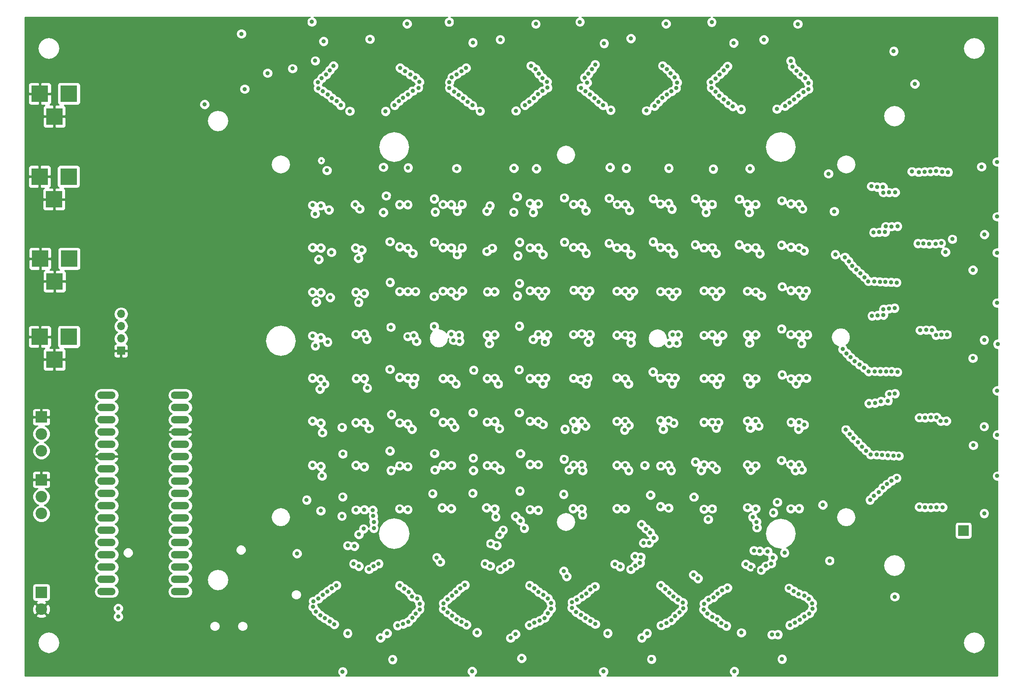
<source format=gbr>
G04 #@! TF.FileFunction,Copper,L6,Bot,Plane*
%FSLAX46Y46*%
G04 Gerber Fmt 4.6, Leading zero omitted, Abs format (unit mm)*
G04 Created by KiCad (PCBNEW 4.0.2-stable) date Monday, November 12, 2018 'PMt' 10:07:05 PM*
%MOMM*%
G01*
G04 APERTURE LIST*
%ADD10C,0.100000*%
%ADD11R,3.500120X3.500120*%
%ADD12O,3.810000X1.524000*%
%ADD13R,2.235200X2.235200*%
%ADD14R,3.500000X3.500000*%
%ADD15C,2.400000*%
%ADD16R,2.400000X2.400000*%
%ADD17R,1.700000X1.700000*%
%ADD18O,1.700000X1.700000*%
%ADD19C,0.889000*%
%ADD20C,0.400000*%
%ADD21C,0.254000*%
G04 APERTURE END LIST*
D10*
D11*
X47120140Y-97550000D03*
X41120660Y-97550000D03*
X44120400Y-102249000D03*
D12*
X54970000Y-142790000D03*
X54970000Y-145330000D03*
X54970000Y-147870000D03*
X54970000Y-150410000D03*
X54970000Y-152950000D03*
X54970000Y-155490000D03*
X54970000Y-158030000D03*
X54970000Y-160570000D03*
X54970000Y-163110000D03*
X54970000Y-165650000D03*
X54970000Y-168190000D03*
X54970000Y-170730000D03*
X54970000Y-173270000D03*
X54970000Y-175810000D03*
X54970000Y-178350000D03*
X54970000Y-180890000D03*
X54970000Y-183430000D03*
X70210000Y-142790000D03*
X70210000Y-145330000D03*
X70210000Y-147870000D03*
X70210000Y-150410000D03*
X70210000Y-152950000D03*
X70210000Y-155490000D03*
X70210000Y-158030000D03*
X70210000Y-160570000D03*
X70210000Y-163110000D03*
X70210000Y-165650000D03*
X70210000Y-168190000D03*
X70210000Y-170730000D03*
X70210000Y-173270000D03*
X70210000Y-175810000D03*
X70210000Y-178350000D03*
X70210000Y-180890000D03*
X70210000Y-183430000D03*
D13*
X232310000Y-170790000D03*
D11*
X47170140Y-80400000D03*
X41170660Y-80400000D03*
X44170400Y-85099000D03*
D14*
X47170000Y-130700000D03*
X41170000Y-130700000D03*
X44170000Y-135400000D03*
D15*
X41470000Y-163800000D03*
X41470000Y-167300000D03*
D16*
X41470000Y-160300000D03*
D17*
X57970000Y-133600000D03*
D18*
X57970000Y-131060000D03*
X57970000Y-128520000D03*
X57970000Y-125980000D03*
D15*
X41470000Y-187100000D03*
D16*
X41470000Y-183600000D03*
D15*
X41470000Y-150800000D03*
X41470000Y-154300000D03*
D16*
X41470000Y-147300000D03*
D14*
X47220000Y-114550000D03*
X41220000Y-114550000D03*
X44220000Y-119250000D03*
D19*
X106350000Y-194025000D03*
X133475000Y-193900000D03*
X149075000Y-193825000D03*
X193075000Y-193975000D03*
X227770000Y-181700000D03*
X236325000Y-164100000D03*
X236175000Y-155100000D03*
X236375000Y-146775000D03*
X236425000Y-136550000D03*
X236275000Y-118975000D03*
X236525000Y-106775000D03*
X236100000Y-99000000D03*
X233870000Y-74050000D03*
X194070000Y-69040000D03*
X187240000Y-69240000D03*
X167880000Y-69200000D03*
X160640000Y-69220000D03*
X139220000Y-69210000D03*
X132910000Y-69210000D03*
X113180000Y-69520000D03*
X104440000Y-69160000D03*
X72020000Y-76000000D03*
X161050000Y-180460000D03*
X162350000Y-180460000D03*
X161050000Y-181760000D03*
X162350000Y-181760000D03*
X163650000Y-181760000D03*
X164950000Y-181760000D03*
X164950000Y-180460000D03*
X163650000Y-180460000D03*
X85500000Y-83780000D03*
X225830000Y-188870000D03*
X230140000Y-188930000D03*
X230270000Y-185040000D03*
X225730000Y-185090000D03*
X225840000Y-76100000D03*
X230260000Y-76140000D03*
X230390000Y-71970000D03*
X225730000Y-71960000D03*
X75760000Y-74920000D03*
X79780000Y-74920000D03*
X79780000Y-70440000D03*
X75690000Y-70440000D03*
X188020000Y-188430000D03*
X189320000Y-188430000D03*
X190620000Y-188430000D03*
X191920000Y-188430000D03*
X188020000Y-189730000D03*
X189320000Y-189730000D03*
X190620000Y-189730000D03*
X191920000Y-189730000D03*
X188020000Y-180630000D03*
X189320000Y-180630000D03*
X190620000Y-180630000D03*
X191920000Y-180630000D03*
X191920000Y-181930000D03*
X190620000Y-181930000D03*
X189320000Y-181930000D03*
X188020000Y-181930000D03*
X161050000Y-189560000D03*
X162350000Y-189560000D03*
X163650000Y-189560000D03*
X164950000Y-189560000D03*
X164950000Y-188260000D03*
X163650000Y-188260000D03*
X162350000Y-188260000D03*
X161050000Y-188260000D03*
X134050000Y-189530000D03*
X135350000Y-189530000D03*
X136650000Y-189530000D03*
X137950000Y-189530000D03*
X137950000Y-188230000D03*
X136650000Y-188230000D03*
X135350000Y-188230000D03*
X134050000Y-188230000D03*
X137950000Y-181730000D03*
X136650000Y-181730000D03*
X135350000Y-181730000D03*
X134050000Y-181730000D03*
X135350000Y-180430000D03*
X136650000Y-180430000D03*
X137950000Y-180430000D03*
X110970000Y-189520000D03*
X109670000Y-189520000D03*
X108370000Y-189520000D03*
X107070000Y-188220000D03*
X108370000Y-188220000D03*
X109670000Y-188220000D03*
X110970000Y-188220000D03*
X107070000Y-189520000D03*
X110970000Y-180420000D03*
X109670000Y-180420000D03*
X108370000Y-180420000D03*
X107070000Y-180420000D03*
X109670000Y-181720000D03*
X110970000Y-181720000D03*
X108370000Y-181720000D03*
X107070000Y-181720000D03*
X221640000Y-160470000D03*
X221640000Y-159170000D03*
X221640000Y-157870000D03*
X221640000Y-156570000D03*
X220340000Y-156570000D03*
X220340000Y-157870000D03*
X220340000Y-159170000D03*
X220340000Y-160470000D03*
X229440000Y-160470000D03*
X229440000Y-159170000D03*
X229440000Y-157870000D03*
X229440000Y-156570000D03*
X228140000Y-160470000D03*
X228140000Y-159170000D03*
X228140000Y-157870000D03*
X228140000Y-156570000D03*
X221670000Y-138610000D03*
X221670000Y-139910000D03*
X221670000Y-141210000D03*
X221670000Y-142420000D03*
X220370000Y-142420000D03*
X220370000Y-141210000D03*
X220370000Y-139910000D03*
X220370000Y-138610000D03*
X229470000Y-138610000D03*
X229470000Y-139910000D03*
X229470000Y-141210000D03*
X229470000Y-142420000D03*
X228150000Y-142420000D03*
X228170000Y-141210000D03*
X228170000Y-139910000D03*
X228170000Y-138610000D03*
X220360000Y-120620000D03*
X220360000Y-121920000D03*
X220360000Y-123220000D03*
X220360000Y-124410000D03*
X221660000Y-124410000D03*
X221660000Y-123220000D03*
X221660000Y-121920000D03*
X221660000Y-120620000D03*
X229460000Y-121920000D03*
X229460000Y-120620000D03*
X229460000Y-123220000D03*
X229460000Y-124410000D03*
X228160000Y-124410000D03*
X228160000Y-123220000D03*
X228160000Y-121920000D03*
X228160000Y-120620000D03*
X220370000Y-103930000D03*
X220360000Y-102630000D03*
X220370000Y-106410000D03*
X220370000Y-105230000D03*
X221670000Y-102630000D03*
X221670000Y-106410000D03*
X221670000Y-105230000D03*
X221670000Y-103930000D03*
X229470000Y-105230000D03*
X229470000Y-103930000D03*
X229470000Y-102630000D03*
X229470000Y-106410000D03*
X228170000Y-106410000D03*
X228170000Y-105230000D03*
X228170000Y-103930000D03*
X228170000Y-102630000D03*
X188040000Y-81150000D03*
X189360000Y-81150000D03*
X190660000Y-81150000D03*
X191960000Y-81150000D03*
X188060000Y-82450000D03*
X189360000Y-82450000D03*
X190660000Y-82450000D03*
X191960000Y-82450000D03*
X188060000Y-74650000D03*
X189360000Y-74650000D03*
X190660000Y-74650000D03*
X191960000Y-74650000D03*
X188060000Y-73350000D03*
X189360000Y-73350000D03*
X190660000Y-73350000D03*
X191960000Y-73350000D03*
X164960000Y-82450000D03*
X163660000Y-82450000D03*
X162360000Y-82450000D03*
X161060000Y-82450000D03*
X164960000Y-81150000D03*
X163660000Y-81150000D03*
X162360000Y-81150000D03*
X161060000Y-81150000D03*
X164960000Y-73350000D03*
X163660000Y-73350000D03*
X162360000Y-73350000D03*
X161060000Y-74650000D03*
X162360000Y-74650000D03*
X163660000Y-74650000D03*
X164960000Y-74650000D03*
X161060000Y-73350000D03*
X137900000Y-82540000D03*
X136770000Y-82530000D03*
X135470000Y-82530000D03*
X134170000Y-82530000D03*
X136770000Y-81230000D03*
X135470000Y-81230000D03*
X134170000Y-81230000D03*
X137900000Y-81240000D03*
X134170000Y-73430000D03*
X135470000Y-73430000D03*
X136770000Y-73430000D03*
X137890000Y-73430000D03*
X137890000Y-74750000D03*
X136770000Y-74730000D03*
X135470000Y-74730000D03*
X134170000Y-74730000D03*
X107040000Y-82510000D03*
X108340000Y-82510000D03*
X109640000Y-82510000D03*
X110940000Y-82510000D03*
X110940000Y-81210000D03*
X109640000Y-81210000D03*
X108340000Y-81210000D03*
X107040000Y-81210000D03*
X107040000Y-74710000D03*
X108340000Y-74710000D03*
X109640000Y-74710000D03*
X110940000Y-74710000D03*
X110940000Y-73410000D03*
X109640000Y-73410000D03*
X108340000Y-73410000D03*
X107040000Y-73410000D03*
X107040000Y-79910000D03*
X108340000Y-79910000D03*
X109640000Y-79910000D03*
X110940000Y-79910000D03*
X110940000Y-78610000D03*
X109640000Y-78610000D03*
X108340000Y-78610000D03*
X107040000Y-78610000D03*
X107040000Y-77310000D03*
X108340000Y-77340000D03*
X109640000Y-77300000D03*
X110940000Y-77310000D03*
X110940000Y-76010000D03*
X109640000Y-76010000D03*
X108340000Y-76010000D03*
X107040000Y-76010000D03*
X188020000Y-187130000D03*
X189320000Y-187130000D03*
X190620000Y-187130000D03*
X191920000Y-187130000D03*
X191920000Y-185830000D03*
X190620000Y-185830000D03*
X189320000Y-185830000D03*
X188020000Y-185830000D03*
X188020000Y-184530000D03*
X189320000Y-184530000D03*
X190620000Y-184530000D03*
X191920000Y-184530000D03*
X191920000Y-183230000D03*
X190620000Y-183230000D03*
X189320000Y-183230000D03*
X188020000Y-183230000D03*
X161050000Y-186960000D03*
X162350000Y-186960000D03*
X163650000Y-186960000D03*
X164950000Y-186960000D03*
X164950000Y-185660000D03*
X163650000Y-185660000D03*
X162350000Y-185660000D03*
X161050000Y-185660000D03*
X161050000Y-184360000D03*
X162350000Y-184360000D03*
X163650000Y-184360000D03*
X164950000Y-184360000D03*
X164950000Y-183060000D03*
X163650000Y-183060000D03*
X162350000Y-183060000D03*
X161050000Y-183060000D03*
X134050000Y-186930000D03*
X135350000Y-186930000D03*
X136650000Y-186930000D03*
X137950000Y-186930000D03*
X137950000Y-185630000D03*
X136650000Y-185630000D03*
X135350000Y-185630000D03*
X134050000Y-185630000D03*
X134050000Y-184330000D03*
X135350000Y-184330000D03*
X136650000Y-184330000D03*
X137950000Y-184330000D03*
X137940000Y-183030000D03*
X136650000Y-183030000D03*
X135350000Y-183030000D03*
X134050000Y-183030000D03*
X107070000Y-186920000D03*
X108370000Y-186920000D03*
X109670000Y-186920000D03*
X110970000Y-186920000D03*
X110970000Y-185620000D03*
X109670000Y-185620000D03*
X108370000Y-185620000D03*
X107070000Y-185620000D03*
X107070000Y-184320000D03*
X108370000Y-184320000D03*
X109670000Y-184320000D03*
X110970000Y-184320000D03*
X110970000Y-183020000D03*
X109670000Y-183020000D03*
X108370000Y-183020000D03*
X107070000Y-183020000D03*
X222940000Y-160470000D03*
X224240000Y-160470000D03*
X225540000Y-160470000D03*
X226840000Y-160470000D03*
X226840000Y-159170000D03*
X225540000Y-159170000D03*
X224240000Y-159170000D03*
X222940000Y-159170000D03*
X222940000Y-157870000D03*
X224230000Y-157870000D03*
X225540000Y-157870000D03*
X226840000Y-157870000D03*
X226840000Y-156570000D03*
X225540000Y-156570000D03*
X224240000Y-156570000D03*
X222940000Y-156570000D03*
X222970000Y-142420000D03*
X224280000Y-142420000D03*
X225580000Y-142420000D03*
X226870000Y-142420000D03*
X226870000Y-141210000D03*
X225570000Y-141210000D03*
X224270000Y-141210000D03*
X222970000Y-141210000D03*
X222970000Y-139910000D03*
X224270000Y-139910000D03*
X225570000Y-139910000D03*
X226870000Y-139910000D03*
X226870000Y-138610000D03*
X225570000Y-138610000D03*
X224270000Y-138610000D03*
X222970000Y-138610000D03*
X222960000Y-124400000D03*
X224260000Y-124400000D03*
X225560000Y-124400000D03*
X226860000Y-124400000D03*
X226860000Y-123220000D03*
X225560000Y-123220000D03*
X224260000Y-123220000D03*
X222960000Y-123220000D03*
X222960000Y-121920000D03*
X224260000Y-121920000D03*
X225560000Y-121920000D03*
X226860000Y-121920000D03*
X226860000Y-120620000D03*
X225560000Y-120620000D03*
X224260000Y-120620000D03*
X222960000Y-120620000D03*
X226860000Y-106400000D03*
X225580000Y-106400000D03*
X224260000Y-106400000D03*
X222970000Y-106400000D03*
X222970000Y-105230000D03*
X224270000Y-105230000D03*
X225570000Y-105240000D03*
X226870000Y-105230000D03*
X226870000Y-103930000D03*
X225570000Y-103930000D03*
X224270000Y-103930000D03*
X222970000Y-103930000D03*
X226870000Y-102630000D03*
X225570000Y-102630000D03*
X224270000Y-102630000D03*
X222970000Y-102630000D03*
X191960000Y-79850000D03*
X190660000Y-79850000D03*
X189360000Y-79850000D03*
X188060000Y-79850000D03*
X188060000Y-78550000D03*
X189360000Y-78550000D03*
X190660000Y-78550000D03*
X191960000Y-78550000D03*
X191960000Y-77250000D03*
X190660000Y-77250000D03*
X189360000Y-77250000D03*
X188060000Y-77240000D03*
X191960000Y-75950000D03*
X190660000Y-75950000D03*
X189360000Y-75950000D03*
X188060000Y-75950000D03*
X161060000Y-79850000D03*
X162360000Y-79850000D03*
X163660000Y-79850000D03*
X164960000Y-79850000D03*
X164960000Y-78550000D03*
X163660000Y-78550000D03*
X162360000Y-78550000D03*
X161060000Y-78550000D03*
X161060000Y-77250000D03*
X162360000Y-77250000D03*
X163660000Y-77250000D03*
X164960000Y-77250000D03*
X164940000Y-75950000D03*
X163660000Y-75950000D03*
X162360000Y-75950000D03*
X161060000Y-75950000D03*
X137900000Y-79930000D03*
X137900000Y-78630000D03*
X137900000Y-76030000D03*
X137900000Y-77330000D03*
X136770000Y-79930000D03*
X136770000Y-78630000D03*
X136770000Y-77330000D03*
X135470000Y-79930000D03*
X135470000Y-78630000D03*
X135470000Y-77330000D03*
X136770000Y-76030000D03*
X135470000Y-76030000D03*
X134170000Y-79930000D03*
X134170000Y-78630000D03*
X134170000Y-77330000D03*
X134170000Y-76030000D03*
X236375000Y-127825000D03*
X187375000Y-193825000D03*
X100050000Y-193950000D03*
X77700000Y-65400000D03*
X189250000Y-178925000D03*
X134050000Y-180430000D03*
X109275000Y-178800000D03*
X136480000Y-178835000D03*
X192650000Y-192350000D03*
X190440000Y-178995000D03*
X163480000Y-178815000D03*
X111650000Y-193000000D03*
X138575000Y-193025000D03*
X165725000Y-193000000D03*
X227875000Y-96525000D03*
X101000000Y-104425000D03*
X101925000Y-74625000D03*
X99300000Y-103550000D03*
X102550000Y-182125000D03*
X97600000Y-103450000D03*
X101500000Y-113200000D03*
X218650000Y-107825000D03*
X101175000Y-75525000D03*
X99300000Y-112300000D03*
X101600000Y-182775000D03*
X97625000Y-112225000D03*
X207775000Y-114225000D03*
X101250000Y-122550000D03*
X100400000Y-76450000D03*
X99300000Y-121550000D03*
X100650000Y-183425000D03*
X97600000Y-121450000D03*
X100700000Y-131800000D03*
X218050000Y-124775000D03*
X99500000Y-77175000D03*
X99300000Y-130850000D03*
X99700000Y-184100000D03*
X97600000Y-130475000D03*
X100050000Y-140475000D03*
X207300000Y-133250000D03*
X98725000Y-78050000D03*
X99300000Y-139450000D03*
X98825000Y-184850000D03*
X97575000Y-139250000D03*
X103700000Y-149425000D03*
X218125000Y-142450000D03*
X98750000Y-79250000D03*
X99300000Y-148550000D03*
X97775000Y-185425000D03*
X97600000Y-148125000D03*
X103850000Y-154925000D03*
X207950000Y-149925000D03*
X99725000Y-79875000D03*
X99300000Y-157525000D03*
X97675000Y-186600000D03*
X97575000Y-157275000D03*
X103825000Y-163825000D03*
X218475000Y-159925000D03*
X100725000Y-80525000D03*
X99300000Y-166700000D03*
X98325000Y-187550000D03*
X96375000Y-164475000D03*
X112825000Y-101525000D03*
X226675000Y-96375000D03*
X101625000Y-81300000D03*
X107325000Y-104225000D03*
X110270000Y-170300000D03*
X106425000Y-103350000D03*
X99200000Y-188325000D03*
X217450000Y-107875000D03*
X113625000Y-111000000D03*
X102600000Y-81950000D03*
X107775000Y-112750000D03*
X110270000Y-169000000D03*
X106475000Y-112300000D03*
X100150000Y-188975000D03*
X208575000Y-115075000D03*
X113650000Y-119425000D03*
X103425000Y-82775000D03*
X108300000Y-121700000D03*
X101125000Y-189575000D03*
X110170000Y-167800000D03*
X106550000Y-121475000D03*
X113800000Y-128700000D03*
X216900000Y-124875000D03*
X108300000Y-130050000D03*
X105300000Y-84000000D03*
X106600000Y-130200000D03*
X110070000Y-166600000D03*
X102075000Y-190225000D03*
X113625000Y-137425000D03*
X208125000Y-134125000D03*
X108300000Y-139325000D03*
X112700000Y-84025000D03*
X115175000Y-190450000D03*
X104850000Y-173900000D03*
X106625000Y-139325000D03*
X113925000Y-146750000D03*
X216975000Y-142575000D03*
X114575000Y-82750000D03*
X108300000Y-148425000D03*
X106575000Y-148450000D03*
X106250000Y-174025000D03*
X116325000Y-190125000D03*
X113625000Y-154325000D03*
X208750000Y-150800000D03*
X115450000Y-81950000D03*
X108300000Y-157600000D03*
X107175000Y-171600000D03*
X124025000Y-177300000D03*
X117400000Y-189675000D03*
X106600000Y-157250000D03*
X217450000Y-160500000D03*
X103675000Y-167825000D03*
X116350000Y-81200000D03*
X108300000Y-166475000D03*
X108150000Y-170425000D03*
X118225000Y-188850000D03*
X123300000Y-176375000D03*
X106600000Y-166525000D03*
X122775000Y-102150000D03*
X225475000Y-96500000D03*
X117350000Y-80550000D03*
X117300000Y-103350000D03*
X118975000Y-187975000D03*
X115600000Y-103325000D03*
X122800000Y-111100000D03*
X216225000Y-107850000D03*
X118325000Y-79825000D03*
X117300000Y-112350000D03*
X119750000Y-187125000D03*
X115600000Y-112075000D03*
X209275000Y-116025000D03*
X118900000Y-121325000D03*
X119500000Y-79175000D03*
X117300000Y-121325000D03*
X119775000Y-185950000D03*
X115600000Y-121325000D03*
X122775000Y-128525000D03*
X215750000Y-125000000D03*
X119725000Y-77950000D03*
X118530000Y-130450000D03*
X119275000Y-184900000D03*
X117290000Y-130640000D03*
X118750000Y-139200000D03*
X208950000Y-134950000D03*
X118875000Y-77050000D03*
X117300000Y-139225000D03*
X118200000Y-184450000D03*
X115600000Y-139050000D03*
X122850000Y-146375000D03*
X216675000Y-143950000D03*
X117800000Y-76400000D03*
X117300000Y-148725000D03*
X117500000Y-183525000D03*
X115600000Y-148500000D03*
X122825000Y-154850000D03*
X209550000Y-151675000D03*
X116700000Y-75700000D03*
X117300000Y-157550000D03*
X116550000Y-182825000D03*
X115600000Y-157375000D03*
X122450000Y-163150000D03*
X216500000Y-161200000D03*
X115725000Y-75050000D03*
X117300000Y-166450000D03*
X115600000Y-182175000D03*
X115600000Y-166275000D03*
X128550000Y-103275000D03*
X224275000Y-96525000D03*
X129375000Y-75075000D03*
X126300000Y-103350000D03*
X124600000Y-103295000D03*
X129140000Y-182075000D03*
X128550000Y-112250000D03*
X216075000Y-109050000D03*
X128400000Y-75700000D03*
X126300000Y-112275000D03*
X124600000Y-112235000D03*
X128170000Y-182715000D03*
X210125000Y-116825000D03*
X128575000Y-121200000D03*
X127400000Y-76375000D03*
X126300000Y-121375000D03*
X124590000Y-121245000D03*
X127350000Y-183515000D03*
X127950000Y-130325000D03*
X215725000Y-126175000D03*
X126425000Y-76975000D03*
X126300000Y-130140000D03*
X126480000Y-184275000D03*
X126750000Y-131410000D03*
X130925000Y-137600000D03*
X209825000Y-135725000D03*
X125925000Y-78025000D03*
X126300000Y-139400000D03*
X125570000Y-185055000D03*
X124620000Y-139335000D03*
X130800000Y-146375000D03*
X215250000Y-144050000D03*
X125925000Y-79200000D03*
X126300000Y-148375000D03*
X124590000Y-148385000D03*
X124690000Y-185855000D03*
X130850000Y-155800000D03*
X210425000Y-152550000D03*
X126875000Y-79975000D03*
X126300000Y-157325000D03*
X124620000Y-157265000D03*
X124690000Y-187025000D03*
X130750000Y-163075000D03*
X215600000Y-161950000D03*
X127850000Y-80650000D03*
X126300000Y-166250000D03*
X124420000Y-166085000D03*
X125570000Y-187785000D03*
X139950000Y-101675000D03*
X223050000Y-96625000D03*
X128800000Y-81350000D03*
X134300000Y-103575000D03*
X133680000Y-104675000D03*
X126510000Y-188465000D03*
X141410000Y-170325000D03*
X140425000Y-111125000D03*
X214900000Y-109050000D03*
X129700000Y-82125000D03*
X134800000Y-112350000D03*
X133690000Y-113025000D03*
X127430000Y-189175000D03*
X140590000Y-168745000D03*
X210975000Y-117600000D03*
X140400000Y-119625000D03*
X130675000Y-82800000D03*
X135275000Y-121350000D03*
X133800000Y-121385000D03*
X128450000Y-189725000D03*
X139620000Y-167845000D03*
X140400000Y-128500000D03*
X214525000Y-126275000D03*
X132275000Y-83975000D03*
X135300000Y-130275000D03*
X133740000Y-130305000D03*
X129460000Y-190295000D03*
X135510000Y-167975000D03*
X140325000Y-137500000D03*
X210775000Y-136425000D03*
X139700000Y-83925000D03*
X135300000Y-139275000D03*
X133740000Y-139305000D03*
X142480000Y-190355000D03*
X134460000Y-173485000D03*
X214000000Y-144400000D03*
X140375000Y-146375000D03*
X141550000Y-82750000D03*
X135300000Y-148225000D03*
X135710000Y-173885000D03*
X143530000Y-189885000D03*
X133720000Y-148335000D03*
X140625000Y-154875000D03*
X211325000Y-153475000D03*
X142475000Y-82075000D03*
X135300000Y-157350000D03*
X136320000Y-171625000D03*
X144600000Y-189445000D03*
X150170000Y-180285000D03*
X133760000Y-157325000D03*
X140500000Y-162600000D03*
X214750000Y-162825000D03*
X143400000Y-81325000D03*
X135300000Y-166300000D03*
X137030000Y-170685000D03*
X145620000Y-188895000D03*
X149570000Y-179215000D03*
X133600000Y-166075000D03*
X149700000Y-101925000D03*
X221625000Y-96500000D03*
X144225000Y-80500000D03*
X144300000Y-103150000D03*
X142600000Y-103055000D03*
X146290000Y-187925000D03*
X149725000Y-111100000D03*
X213725000Y-109100000D03*
X145200000Y-79825000D03*
X144300000Y-112300000D03*
X142600000Y-112275000D03*
X146980000Y-186975000D03*
X211825000Y-118375000D03*
X145800000Y-121250000D03*
X146200000Y-79150000D03*
X144300000Y-121275000D03*
X142600000Y-121165000D03*
X146930000Y-185805000D03*
X146200000Y-130275000D03*
X213375000Y-126350000D03*
X146125000Y-77925000D03*
X144300000Y-130200000D03*
X146320000Y-184835000D03*
X143230000Y-131250000D03*
X145800000Y-139200000D03*
X211775000Y-137125000D03*
X145225000Y-77150000D03*
X144300000Y-139325000D03*
X142600000Y-139305000D03*
X145380000Y-184115000D03*
X145275000Y-148850000D03*
X212750000Y-144475000D03*
X144400000Y-76250000D03*
X144300000Y-148225000D03*
X142600000Y-148155000D03*
X144370000Y-183505000D03*
X149650000Y-156025000D03*
X212175000Y-154275000D03*
X143750000Y-75275000D03*
X144300000Y-157150000D03*
X142610000Y-157085000D03*
X143500000Y-182745000D03*
X149550000Y-163300000D03*
X213750000Y-163600000D03*
X142800000Y-74600000D03*
X144300000Y-166575000D03*
X142600000Y-166445000D03*
X142510000Y-182165000D03*
X158975000Y-102025000D03*
X213275000Y-99550000D03*
X156075000Y-74350000D03*
X153300000Y-103100000D03*
X151600000Y-103275000D03*
X156050000Y-182385000D03*
X222875000Y-111400000D03*
X158950000Y-111325000D03*
X155425000Y-75300000D03*
X153300000Y-112100000D03*
X151600000Y-112185000D03*
X155060000Y-182995000D03*
X212625000Y-119225000D03*
X154950000Y-121200000D03*
X153300000Y-121100000D03*
X154700000Y-76250000D03*
X151660000Y-121055000D03*
X154270000Y-183825000D03*
X155025000Y-130200000D03*
X223350000Y-129350000D03*
X153300000Y-130050000D03*
X153875000Y-77075000D03*
X151600000Y-130205000D03*
X153310000Y-184465000D03*
X212675000Y-137875000D03*
X154550000Y-139250000D03*
X154440000Y-78120000D03*
X153150000Y-139540000D03*
X151590000Y-139275000D03*
X152340000Y-185125000D03*
X154100000Y-149150000D03*
X223175000Y-147425000D03*
X153170000Y-79180000D03*
X153300000Y-148225000D03*
X151630000Y-148195000D03*
X151310000Y-185625000D03*
X153500000Y-158400000D03*
X213100000Y-155100000D03*
X154100000Y-79875000D03*
X153300000Y-157200000D03*
X151290000Y-186805000D03*
X151620000Y-157215000D03*
X153450000Y-167575000D03*
X212975000Y-164450000D03*
X155025000Y-80575000D03*
X153300000Y-166275000D03*
X151510000Y-166245000D03*
X152130000Y-187655000D03*
X168100000Y-102100000D03*
X214450000Y-99675000D03*
X155925000Y-81300000D03*
X162300000Y-103300000D03*
X153120000Y-188295000D03*
X160660000Y-103305000D03*
X168230000Y-172345000D03*
X224050000Y-111400000D03*
X168075000Y-111050000D03*
X156775000Y-82100000D03*
X162300000Y-112275000D03*
X154100000Y-188915000D03*
X160600000Y-112275000D03*
X167490000Y-171255000D03*
X213850000Y-119225000D03*
X164000000Y-121275000D03*
X157700000Y-82800000D03*
X162300000Y-121300000D03*
X160600000Y-121255000D03*
X155090000Y-189555000D03*
X166600000Y-170435000D03*
X163575000Y-130425000D03*
X224600000Y-129275000D03*
X159300000Y-83775000D03*
X162300000Y-130300000D03*
X160600000Y-130355000D03*
X156090000Y-190145000D03*
X165670000Y-169565000D03*
X168050000Y-137950000D03*
X213925000Y-137850000D03*
X166700000Y-83900000D03*
X162300000Y-139350000D03*
X169740000Y-190435000D03*
X160580000Y-139185000D03*
X164310000Y-176130000D03*
X163050000Y-149025000D03*
X224375000Y-147450000D03*
X168375000Y-82925000D03*
X162300000Y-148150000D03*
X170810000Y-189965000D03*
X160600000Y-148185000D03*
X165530000Y-176290000D03*
X166375000Y-157300000D03*
X214325000Y-155100000D03*
X169175000Y-82075000D03*
X162300000Y-157300000D03*
X160600000Y-157265000D03*
X166080000Y-173360000D03*
X171860000Y-189375000D03*
X177360000Y-180715000D03*
X167525000Y-163450000D03*
X223175000Y-165925000D03*
X170025000Y-81275000D03*
X162300000Y-166275000D03*
X160610000Y-166225000D03*
X167260000Y-173390000D03*
X176430000Y-179955000D03*
X172660000Y-188515000D03*
X176875000Y-102100000D03*
X215625000Y-99675000D03*
X170900000Y-80525000D03*
X171300000Y-103100000D03*
X169600000Y-103195000D03*
X173540000Y-187765000D03*
X225225000Y-111500000D03*
X176800000Y-111625000D03*
X171900000Y-79925000D03*
X171300000Y-112325000D03*
X169600000Y-112185000D03*
X174280000Y-186885000D03*
X215025000Y-119300000D03*
X172950000Y-121400000D03*
X172850000Y-79225000D03*
X171300000Y-121425000D03*
X169610000Y-121335000D03*
X174220000Y-185725000D03*
X173275000Y-130250000D03*
X225750000Y-129300000D03*
X173050000Y-78075000D03*
X172110000Y-130230000D03*
X173230000Y-185135000D03*
X171430000Y-132030000D03*
X172600000Y-139250000D03*
X215100000Y-137875000D03*
X172575000Y-77000000D03*
X171300000Y-139100000D03*
X169600000Y-139275000D03*
X172290000Y-184455000D03*
X172325000Y-148550000D03*
X225550000Y-147375000D03*
X171725000Y-76175000D03*
X171300000Y-148025000D03*
X169610000Y-148045000D03*
X171420000Y-183695000D03*
X215500000Y-155175000D03*
X176825000Y-156600000D03*
X170950000Y-75300000D03*
X171300000Y-157250000D03*
X169620000Y-157415000D03*
X170580000Y-182905000D03*
X176525000Y-163850000D03*
X224325000Y-166025000D03*
X170025000Y-74600000D03*
X171300000Y-166125000D03*
X169610000Y-165825000D03*
X169660000Y-182175000D03*
X185900000Y-102200000D03*
X215725000Y-100850000D03*
X180300000Y-103275000D03*
X183475000Y-74700000D03*
X178610000Y-103235000D03*
X183450000Y-182665000D03*
X226525000Y-111425000D03*
X185875000Y-111650000D03*
X180300000Y-112250000D03*
X182725000Y-75575000D03*
X178600000Y-112285000D03*
X182380000Y-183145000D03*
X216175000Y-119375000D03*
X182000000Y-121300000D03*
X180300000Y-121275000D03*
X181875000Y-76375000D03*
X178610000Y-121165000D03*
X181430000Y-183825000D03*
X182425000Y-130350000D03*
X226600000Y-130325000D03*
X180300000Y-130250000D03*
X180975000Y-77225000D03*
X178620000Y-130375000D03*
X180580000Y-184615000D03*
X181925000Y-139200000D03*
X216275000Y-137875000D03*
X180075000Y-78000000D03*
X180300000Y-139300000D03*
X178610000Y-139295000D03*
X179530000Y-185165000D03*
X181575000Y-148400000D03*
X226725000Y-147325000D03*
X180300000Y-148400000D03*
X180125000Y-79175000D03*
X178600000Y-148365000D03*
X178620000Y-185945000D03*
X216650000Y-155225000D03*
X181150000Y-158125000D03*
X180300000Y-157325000D03*
X180975000Y-79950000D03*
X178610000Y-157175000D03*
X178530000Y-187145000D03*
X179475000Y-168475000D03*
X225500000Y-166025000D03*
X180300000Y-166300000D03*
X181775000Y-80775000D03*
X178610000Y-166355000D03*
X179290000Y-188015000D03*
X194700000Y-102525000D03*
X216925000Y-100825000D03*
X189300000Y-103275000D03*
X182700000Y-81550000D03*
X192970000Y-167100000D03*
X187600000Y-103255000D03*
X180310000Y-188685000D03*
X194675000Y-111700000D03*
X227700000Y-111325000D03*
X189300000Y-112250000D03*
X183600000Y-82325000D03*
X189570000Y-170200000D03*
X187600000Y-112315000D03*
X181360000Y-189165000D03*
X217325000Y-119400000D03*
X194775000Y-120325000D03*
X189300000Y-121400000D03*
X184575000Y-83000000D03*
X189470000Y-169000000D03*
X182200000Y-189985000D03*
X187600000Y-121255000D03*
X194675000Y-129050000D03*
X227750000Y-130250000D03*
X186300000Y-83625000D03*
X189300000Y-130275000D03*
X188670000Y-168000000D03*
X183230000Y-190535000D03*
X187600000Y-130235000D03*
X217425000Y-137900000D03*
X194775000Y-138550000D03*
X189300000Y-139350000D03*
X193700000Y-83550000D03*
X195270000Y-175400000D03*
X187600000Y-139205000D03*
X188920000Y-174935000D03*
X196370000Y-190385000D03*
X189950000Y-149175000D03*
X227600000Y-148150000D03*
X195375000Y-82925000D03*
X189300000Y-148150000D03*
X187620000Y-148085000D03*
X197400000Y-189845000D03*
X190150000Y-175055000D03*
X217800000Y-155300000D03*
X194650000Y-156275000D03*
X189300000Y-157375000D03*
X196350000Y-82250000D03*
X191770000Y-175100000D03*
X198450000Y-189285000D03*
X187600000Y-157195000D03*
X193775000Y-164925000D03*
X226750000Y-165950000D03*
X197300000Y-81575000D03*
X189300000Y-166300000D03*
X192870000Y-176400000D03*
X199370000Y-188565000D03*
X187620000Y-166025000D03*
X199010000Y-104240000D03*
X218175000Y-100800000D03*
X198300000Y-103250000D03*
X198175000Y-80800000D03*
X196600000Y-103155000D03*
X200390000Y-187975000D03*
X228575000Y-113175000D03*
X199330000Y-112890000D03*
X198300000Y-112275000D03*
X199200000Y-80075000D03*
X201030000Y-187025000D03*
X196620000Y-112125000D03*
X218475000Y-119475000D03*
X199750000Y-121200000D03*
X198300000Y-121125000D03*
X200250000Y-79425000D03*
X201020000Y-185855000D03*
X196620000Y-121125000D03*
X200000000Y-130275000D03*
X228900000Y-130225000D03*
X198300000Y-130250000D03*
X200200000Y-78150000D03*
X200300000Y-184965000D03*
X196590000Y-130205000D03*
X199800000Y-139275000D03*
X218650000Y-138000000D03*
X198300000Y-139325000D03*
X199525000Y-77200000D03*
X199340000Y-184295000D03*
X196620000Y-139365000D03*
X199350000Y-148875000D03*
X228775000Y-148125000D03*
X198300000Y-148400000D03*
X198625000Y-76450000D03*
X198230000Y-183905000D03*
X196620000Y-148375000D03*
X218950000Y-155350000D03*
X198870000Y-158200000D03*
X198300000Y-157200000D03*
X197775000Y-75625000D03*
X197210000Y-183335000D03*
X196600000Y-157105000D03*
X203200000Y-165500000D03*
X227975000Y-165975000D03*
X198300000Y-166225000D03*
X196925000Y-74825000D03*
X196580000Y-166275000D03*
X196200000Y-182705000D03*
X97460000Y-65530000D03*
X103825000Y-200025000D03*
X106100000Y-177675000D03*
X133280000Y-177685000D03*
X130625000Y-199950000D03*
X160170000Y-177735000D03*
X157825000Y-199975000D03*
X187260000Y-177775000D03*
X184875000Y-199950000D03*
X239250000Y-94500000D03*
X239260000Y-113300000D03*
X239390000Y-132200000D03*
X239280000Y-151000000D03*
X125860000Y-65550000D03*
X152930000Y-65540000D03*
X180200000Y-65570000D03*
X165380000Y-177525000D03*
X138460000Y-177565000D03*
X111275000Y-177650000D03*
X114150000Y-197475000D03*
X140850000Y-197250000D03*
X167750000Y-197425000D03*
X192520000Y-177645000D03*
X194750000Y-197400000D03*
X230000000Y-110475000D03*
X236650000Y-109500000D03*
X236600000Y-131350000D03*
X236575000Y-149275000D03*
X236600000Y-167250000D03*
X198000000Y-65960000D03*
X170740000Y-65910000D03*
X143800000Y-65940000D03*
X117150000Y-65930000D03*
X93450000Y-75175000D03*
X186325000Y-191925000D03*
X188270000Y-178315000D03*
X161250000Y-178265000D03*
X158675000Y-192050000D03*
X131650000Y-191900000D03*
X134340000Y-178145000D03*
X104850000Y-192075000D03*
X107175000Y-178200000D03*
X234325000Y-153150000D03*
X234250000Y-135125000D03*
X234225000Y-135125000D03*
X234275000Y-116875000D03*
X99870000Y-69540000D03*
X130770000Y-69820000D03*
X157930000Y-69960000D03*
X184750000Y-69890000D03*
X236040000Y-95510000D03*
X110250000Y-178200000D03*
X113000000Y-192050000D03*
X139600000Y-192250000D03*
X137440000Y-178175000D03*
X166825000Y-192050000D03*
X164370000Y-178075000D03*
X193900000Y-192300000D03*
X191380000Y-178125000D03*
X196550000Y-73600000D03*
X94375000Y-175575000D03*
X229125000Y-96625000D03*
X204600000Y-177050000D03*
X98150000Y-73575000D03*
X222250000Y-78360000D03*
X239290000Y-159510000D03*
X239270000Y-141850000D03*
X239230000Y-123680000D03*
X239260000Y-105820000D03*
X163490000Y-68950000D03*
X136430000Y-69180000D03*
X191000000Y-69200000D03*
X109470000Y-69090000D03*
X82875000Y-68000000D03*
X88290000Y-76120000D03*
X57370000Y-188600000D03*
X218070000Y-184500000D03*
X217870000Y-71600000D03*
X75270000Y-82600000D03*
X57370000Y-186900000D03*
X83550000Y-79425000D03*
X99620000Y-150550000D03*
X99570000Y-159500000D03*
X112270000Y-95600000D03*
X112270000Y-104950000D03*
X107070000Y-114450000D03*
X98370000Y-123500000D03*
X98170000Y-132550000D03*
X107120000Y-123550000D03*
X108820000Y-131200000D03*
X119120000Y-131650000D03*
X128020000Y-131600000D03*
X134170000Y-132100000D03*
X145720000Y-131750000D03*
X99120000Y-141500000D03*
X108920000Y-141300000D03*
X109270000Y-149700000D03*
X113820000Y-158350000D03*
X118420000Y-140500000D03*
X118170000Y-149800000D03*
X122920000Y-158250000D03*
X130870000Y-158350000D03*
X126970000Y-149400000D03*
X127270000Y-140450000D03*
X136020000Y-140450000D03*
X136270000Y-149700000D03*
X136420000Y-158250000D03*
X150670000Y-158250000D03*
X149820000Y-149800000D03*
X145270000Y-140450000D03*
X122770000Y-122350000D03*
X118370000Y-113450000D03*
X122970000Y-104850000D03*
X117370000Y-95700000D03*
X127520000Y-104700000D03*
X145070000Y-122200000D03*
X139970000Y-122200000D03*
X127370000Y-122250000D03*
X127420000Y-95850000D03*
X127520000Y-113700000D03*
X140070000Y-113900000D03*
X139220000Y-104900000D03*
X139270000Y-95800000D03*
X145270000Y-113650000D03*
X143270000Y-104950000D03*
X143920000Y-95900000D03*
X163470000Y-113650000D03*
X163170000Y-104550000D03*
X171320000Y-95800000D03*
X162520000Y-95800000D03*
X159170000Y-95650000D03*
X154170000Y-104600000D03*
X154220000Y-113400000D03*
X154220000Y-122250000D03*
X154670000Y-131800000D03*
X154220000Y-140450000D03*
X152070000Y-149850000D03*
X163020000Y-158350000D03*
X162170000Y-150000000D03*
X162970000Y-140450000D03*
X163470000Y-131950000D03*
X163170000Y-122250000D03*
X172970000Y-132000000D03*
X171970000Y-104250000D03*
X172320000Y-113500000D03*
X172120000Y-122350000D03*
X172070000Y-140400000D03*
X170170000Y-149850000D03*
X171820000Y-158350000D03*
X178020000Y-158350000D03*
X181120000Y-149550000D03*
X181320000Y-140500000D03*
X181370000Y-131700000D03*
X181120000Y-122300000D03*
X181070000Y-113450000D03*
X179020000Y-104950000D03*
X180520000Y-95950000D03*
X188120000Y-95900000D03*
X187970000Y-104950000D03*
X190170000Y-113500000D03*
X190520000Y-122250000D03*
X188020000Y-132000000D03*
X188220000Y-140450000D03*
X188220000Y-149600000D03*
X188270000Y-158300000D03*
X197670000Y-140400000D03*
X198170000Y-149800000D03*
X197520000Y-158350000D03*
X198820000Y-132100000D03*
X199120000Y-122250000D03*
X205770000Y-113650000D03*
X205570000Y-104750000D03*
X204370000Y-96950000D03*
X98870000Y-114700000D03*
X98120000Y-105250000D03*
X100570000Y-96250000D03*
D20*
X99370000Y-94200000D02*
X99370000Y-94250000D01*
X99420000Y-94150000D02*
X99370000Y-94200000D01*
X227720000Y-181750000D02*
X227720000Y-181850000D01*
X227770000Y-181700000D02*
X227720000Y-181750000D01*
X108920000Y-141300000D02*
X108920000Y-141400000D01*
X109270000Y-149700000D02*
X109270000Y-149750000D01*
X145270000Y-140450000D02*
X145270000Y-140250000D01*
X145270000Y-140250000D02*
X145270000Y-140450000D01*
X145070000Y-122200000D02*
X145070000Y-122150000D01*
X154220000Y-122250000D02*
X154170000Y-122300000D01*
X171970000Y-104250000D02*
X171970000Y-104200000D01*
X198820000Y-132100000D02*
X198820000Y-132150000D01*
X98920000Y-114700000D02*
X98870000Y-114650000D01*
X98870000Y-114700000D02*
X98870000Y-114650000D01*
X98120000Y-105250000D02*
X98120000Y-105200000D01*
D21*
G36*
X96849311Y-64614311D02*
X96545378Y-64917714D01*
X96380687Y-65314332D01*
X96380313Y-65743784D01*
X96544311Y-66140689D01*
X96847714Y-66444622D01*
X97244332Y-66609313D01*
X97673784Y-66609687D01*
X98070689Y-66445689D01*
X98373121Y-66143784D01*
X116070313Y-66143784D01*
X116234311Y-66540689D01*
X116537714Y-66844622D01*
X116934332Y-67009313D01*
X117363784Y-67009687D01*
X117760689Y-66845689D01*
X118064622Y-66542286D01*
X118229313Y-66145668D01*
X118229687Y-65716216D01*
X118065689Y-65319311D01*
X117762286Y-65015378D01*
X117365668Y-64850687D01*
X116936216Y-64850313D01*
X116539311Y-65014311D01*
X116235378Y-65317714D01*
X116070687Y-65714332D01*
X116070313Y-66143784D01*
X98373121Y-66143784D01*
X98374622Y-66142286D01*
X98539313Y-65745668D01*
X98539687Y-65316216D01*
X98375689Y-64919311D01*
X98072286Y-64615378D01*
X97859449Y-64527000D01*
X125509023Y-64527000D01*
X125249311Y-64634311D01*
X124945378Y-64937714D01*
X124780687Y-65334332D01*
X124780313Y-65763784D01*
X124944311Y-66160689D01*
X125247714Y-66464622D01*
X125644332Y-66629313D01*
X126073784Y-66629687D01*
X126470689Y-66465689D01*
X126774622Y-66162286D01*
X126778152Y-66153784D01*
X142720313Y-66153784D01*
X142884311Y-66550689D01*
X143187714Y-66854622D01*
X143584332Y-67019313D01*
X144013784Y-67019687D01*
X144410689Y-66855689D01*
X144714622Y-66552286D01*
X144879313Y-66155668D01*
X144879687Y-65726216D01*
X144715689Y-65329311D01*
X144412286Y-65025378D01*
X144015668Y-64860687D01*
X143586216Y-64860313D01*
X143189311Y-65024311D01*
X142885378Y-65327714D01*
X142720687Y-65724332D01*
X142720313Y-66153784D01*
X126778152Y-66153784D01*
X126939313Y-65765668D01*
X126939687Y-65336216D01*
X126775689Y-64939311D01*
X126472286Y-64635378D01*
X126211284Y-64527000D01*
X152554821Y-64527000D01*
X152319311Y-64624311D01*
X152015378Y-64927714D01*
X151850687Y-65324332D01*
X151850313Y-65753784D01*
X152014311Y-66150689D01*
X152317714Y-66454622D01*
X152714332Y-66619313D01*
X153143784Y-66619687D01*
X153540689Y-66455689D01*
X153844622Y-66152286D01*
X153856457Y-66123784D01*
X169660313Y-66123784D01*
X169824311Y-66520689D01*
X170127714Y-66824622D01*
X170524332Y-66989313D01*
X170953784Y-66989687D01*
X171350689Y-66825689D01*
X171654622Y-66522286D01*
X171819313Y-66125668D01*
X171819687Y-65696216D01*
X171655689Y-65299311D01*
X171352286Y-64995378D01*
X170955668Y-64830687D01*
X170526216Y-64830313D01*
X170129311Y-64994311D01*
X169825378Y-65297714D01*
X169660687Y-65694332D01*
X169660313Y-66123784D01*
X153856457Y-66123784D01*
X154009313Y-65755668D01*
X154009687Y-65326216D01*
X153845689Y-64929311D01*
X153542286Y-64625378D01*
X153305367Y-64527000D01*
X179897427Y-64527000D01*
X179589311Y-64654311D01*
X179285378Y-64957714D01*
X179120687Y-65354332D01*
X179120313Y-65783784D01*
X179284311Y-66180689D01*
X179587714Y-66484622D01*
X179984332Y-66649313D01*
X180413784Y-66649687D01*
X180810689Y-66485689D01*
X181114622Y-66182286D01*
X181118152Y-66173784D01*
X196920313Y-66173784D01*
X197084311Y-66570689D01*
X197387714Y-66874622D01*
X197784332Y-67039313D01*
X198213784Y-67039687D01*
X198610689Y-66875689D01*
X198914622Y-66572286D01*
X199079313Y-66175668D01*
X199079687Y-65746216D01*
X198915689Y-65349311D01*
X198612286Y-65045378D01*
X198215668Y-64880687D01*
X197786216Y-64880313D01*
X197389311Y-65044311D01*
X197085378Y-65347714D01*
X196920687Y-65744332D01*
X196920313Y-66173784D01*
X181118152Y-66173784D01*
X181279313Y-65785668D01*
X181279687Y-65356216D01*
X181115689Y-64959311D01*
X180812286Y-64655378D01*
X180503119Y-64527000D01*
X239343000Y-64527000D01*
X239343000Y-93420580D01*
X239036216Y-93420313D01*
X238639311Y-93584311D01*
X238335378Y-93887714D01*
X238170687Y-94284332D01*
X238170313Y-94713784D01*
X238334311Y-95110689D01*
X238637714Y-95414622D01*
X239034332Y-95579313D01*
X239343000Y-95579582D01*
X239343000Y-104740571D01*
X239046216Y-104740313D01*
X238649311Y-104904311D01*
X238345378Y-105207714D01*
X238180687Y-105604332D01*
X238180313Y-106033784D01*
X238344311Y-106430689D01*
X238647714Y-106734622D01*
X239044332Y-106899313D01*
X239343000Y-106899573D01*
X239343000Y-112220571D01*
X239046216Y-112220313D01*
X238649311Y-112384311D01*
X238345378Y-112687714D01*
X238180687Y-113084332D01*
X238180313Y-113513784D01*
X238344311Y-113910689D01*
X238647714Y-114214622D01*
X239044332Y-114379313D01*
X239343000Y-114379573D01*
X239343000Y-122600598D01*
X239016216Y-122600313D01*
X238619311Y-122764311D01*
X238315378Y-123067714D01*
X238150687Y-123464332D01*
X238150313Y-123893784D01*
X238314311Y-124290689D01*
X238617714Y-124594622D01*
X239014332Y-124759313D01*
X239343000Y-124759599D01*
X239343000Y-131120458D01*
X239176216Y-131120313D01*
X238779311Y-131284311D01*
X238475378Y-131587714D01*
X238310687Y-131984332D01*
X238310313Y-132413784D01*
X238474311Y-132810689D01*
X238777714Y-133114622D01*
X239174332Y-133279313D01*
X239343000Y-133279460D01*
X239343000Y-140770563D01*
X239056216Y-140770313D01*
X238659311Y-140934311D01*
X238355378Y-141237714D01*
X238190687Y-141634332D01*
X238190313Y-142063784D01*
X238354311Y-142460689D01*
X238657714Y-142764622D01*
X239054332Y-142929313D01*
X239343000Y-142929564D01*
X239343000Y-149920554D01*
X239066216Y-149920313D01*
X238669311Y-150084311D01*
X238365378Y-150387714D01*
X238200687Y-150784332D01*
X238200313Y-151213784D01*
X238364311Y-151610689D01*
X238667714Y-151914622D01*
X239064332Y-152079313D01*
X239343000Y-152079556D01*
X239343000Y-158430545D01*
X239076216Y-158430313D01*
X238679311Y-158594311D01*
X238375378Y-158897714D01*
X238210687Y-159294332D01*
X238210313Y-159723784D01*
X238374311Y-160120689D01*
X238677714Y-160424622D01*
X239074332Y-160589313D01*
X239343000Y-160589547D01*
X239343000Y-200885000D01*
X185438953Y-200885000D01*
X185485689Y-200865689D01*
X185789622Y-200562286D01*
X185954313Y-200165668D01*
X185954687Y-199736216D01*
X185790689Y-199339311D01*
X185487286Y-199035378D01*
X185090668Y-198870687D01*
X184661216Y-198870313D01*
X184264311Y-199034311D01*
X183960378Y-199337714D01*
X183795687Y-199734332D01*
X183795313Y-200163784D01*
X183959311Y-200560689D01*
X184262714Y-200864622D01*
X184311789Y-200885000D01*
X158441388Y-200885000D01*
X158739622Y-200587286D01*
X158904313Y-200190668D01*
X158904687Y-199761216D01*
X158740689Y-199364311D01*
X158437286Y-199060378D01*
X158040668Y-198895687D01*
X157611216Y-198895313D01*
X157214311Y-199059311D01*
X156910378Y-199362714D01*
X156745687Y-199759332D01*
X156745313Y-200188784D01*
X156909311Y-200585689D01*
X157208100Y-200885000D01*
X131188953Y-200885000D01*
X131235689Y-200865689D01*
X131539622Y-200562286D01*
X131704313Y-200165668D01*
X131704687Y-199736216D01*
X131540689Y-199339311D01*
X131237286Y-199035378D01*
X130840668Y-198870687D01*
X130411216Y-198870313D01*
X130014311Y-199034311D01*
X129710378Y-199337714D01*
X129545687Y-199734332D01*
X129545313Y-200163784D01*
X129709311Y-200560689D01*
X130012714Y-200864622D01*
X130061789Y-200885000D01*
X104491475Y-200885000D01*
X104739622Y-200637286D01*
X104904313Y-200240668D01*
X104904687Y-199811216D01*
X104740689Y-199414311D01*
X104437286Y-199110378D01*
X104040668Y-198945687D01*
X103611216Y-198945313D01*
X103214311Y-199109311D01*
X102910378Y-199412714D01*
X102745687Y-199809332D01*
X102745313Y-200238784D01*
X102909311Y-200635689D01*
X103158187Y-200885000D01*
X38095000Y-200885000D01*
X38095000Y-197688784D01*
X113070313Y-197688784D01*
X113234311Y-198085689D01*
X113537714Y-198389622D01*
X113934332Y-198554313D01*
X114363784Y-198554687D01*
X114760689Y-198390689D01*
X115064622Y-198087286D01*
X115229313Y-197690668D01*
X115229510Y-197463784D01*
X139770313Y-197463784D01*
X139934311Y-197860689D01*
X140237714Y-198164622D01*
X140634332Y-198329313D01*
X141063784Y-198329687D01*
X141460689Y-198165689D01*
X141764622Y-197862286D01*
X141857428Y-197638784D01*
X166670313Y-197638784D01*
X166834311Y-198035689D01*
X167137714Y-198339622D01*
X167534332Y-198504313D01*
X167963784Y-198504687D01*
X168360689Y-198340689D01*
X168664622Y-198037286D01*
X168829313Y-197640668D01*
X168829336Y-197613784D01*
X193670313Y-197613784D01*
X193834311Y-198010689D01*
X194137714Y-198314622D01*
X194534332Y-198479313D01*
X194963784Y-198479687D01*
X195360689Y-198315689D01*
X195664622Y-198012286D01*
X195829313Y-197615668D01*
X195829687Y-197186216D01*
X195665689Y-196789311D01*
X195362286Y-196485378D01*
X194965668Y-196320687D01*
X194536216Y-196320313D01*
X194139311Y-196484311D01*
X193835378Y-196787714D01*
X193670687Y-197184332D01*
X193670313Y-197613784D01*
X168829336Y-197613784D01*
X168829687Y-197211216D01*
X168665689Y-196814311D01*
X168362286Y-196510378D01*
X167965668Y-196345687D01*
X167536216Y-196345313D01*
X167139311Y-196509311D01*
X166835378Y-196812714D01*
X166670687Y-197209332D01*
X166670313Y-197638784D01*
X141857428Y-197638784D01*
X141929313Y-197465668D01*
X141929687Y-197036216D01*
X141765689Y-196639311D01*
X141462286Y-196335378D01*
X141065668Y-196170687D01*
X140636216Y-196170313D01*
X140239311Y-196334311D01*
X139935378Y-196637714D01*
X139770687Y-197034332D01*
X139770313Y-197463784D01*
X115229510Y-197463784D01*
X115229687Y-197261216D01*
X115065689Y-196864311D01*
X114762286Y-196560378D01*
X114365668Y-196395687D01*
X113936216Y-196395313D01*
X113539311Y-196559311D01*
X113235378Y-196862714D01*
X113070687Y-197259332D01*
X113070313Y-197688784D01*
X38095000Y-197688784D01*
X38095000Y-194000000D01*
X40741000Y-194000000D01*
X40912956Y-194864482D01*
X41402646Y-195597354D01*
X42135518Y-196087044D01*
X43000000Y-196259000D01*
X43864482Y-196087044D01*
X44597354Y-195597354D01*
X45087044Y-194864482D01*
X45259000Y-194000000D01*
X45102613Y-193213784D01*
X110570313Y-193213784D01*
X110734311Y-193610689D01*
X111037714Y-193914622D01*
X111434332Y-194079313D01*
X111863784Y-194079687D01*
X112260689Y-193915689D01*
X112564622Y-193612286D01*
X112719714Y-193238784D01*
X137495313Y-193238784D01*
X137659311Y-193635689D01*
X137962714Y-193939622D01*
X138359332Y-194104313D01*
X138788784Y-194104687D01*
X139185689Y-193940689D01*
X139489622Y-193637286D01*
X139617420Y-193329516D01*
X139813784Y-193329687D01*
X140094290Y-193213784D01*
X164645313Y-193213784D01*
X164809311Y-193610689D01*
X165112714Y-193914622D01*
X165509332Y-194079313D01*
X165938784Y-194079687D01*
X166131641Y-194000000D01*
X232241000Y-194000000D01*
X232412956Y-194864482D01*
X232902646Y-195597354D01*
X233635518Y-196087044D01*
X234500000Y-196259000D01*
X235364482Y-196087044D01*
X236097354Y-195597354D01*
X236587044Y-194864482D01*
X236759000Y-194000000D01*
X236587044Y-193135518D01*
X236097354Y-192402646D01*
X235364482Y-191912956D01*
X234500000Y-191741000D01*
X233635518Y-191912956D01*
X232902646Y-192402646D01*
X232412956Y-193135518D01*
X232241000Y-194000000D01*
X166131641Y-194000000D01*
X166335689Y-193915689D01*
X166639622Y-193612286D01*
X166804313Y-193215668D01*
X166804388Y-193129483D01*
X167038784Y-193129687D01*
X167435689Y-192965689D01*
X167739622Y-192662286D01*
X167904313Y-192265668D01*
X167904423Y-192138784D01*
X185245313Y-192138784D01*
X185409311Y-192535689D01*
X185712714Y-192839622D01*
X186109332Y-193004313D01*
X186538784Y-193004687D01*
X186935689Y-192840689D01*
X187213077Y-192563784D01*
X191570313Y-192563784D01*
X191734311Y-192960689D01*
X192037714Y-193264622D01*
X192434332Y-193429313D01*
X192863784Y-193429687D01*
X193260689Y-193265689D01*
X193304756Y-193221699D01*
X193684332Y-193379313D01*
X194113784Y-193379687D01*
X194510689Y-193215689D01*
X194814622Y-192912286D01*
X194979313Y-192515668D01*
X194979687Y-192086216D01*
X194815689Y-191689311D01*
X194512286Y-191385378D01*
X194115668Y-191220687D01*
X193686216Y-191220313D01*
X193289311Y-191384311D01*
X193245244Y-191428301D01*
X192865668Y-191270687D01*
X192436216Y-191270313D01*
X192039311Y-191434311D01*
X191735378Y-191737714D01*
X191570687Y-192134332D01*
X191570313Y-192563784D01*
X187213077Y-192563784D01*
X187239622Y-192537286D01*
X187404313Y-192140668D01*
X187404687Y-191711216D01*
X187240689Y-191314311D01*
X186937286Y-191010378D01*
X186540668Y-190845687D01*
X186111216Y-190845313D01*
X185714311Y-191009311D01*
X185410378Y-191312714D01*
X185245687Y-191709332D01*
X185245313Y-192138784D01*
X167904423Y-192138784D01*
X167904687Y-191836216D01*
X167740689Y-191439311D01*
X167437286Y-191135378D01*
X167040668Y-190970687D01*
X166611216Y-190970313D01*
X166214311Y-191134311D01*
X165910378Y-191437714D01*
X165745687Y-191834332D01*
X165745612Y-191920517D01*
X165511216Y-191920313D01*
X165114311Y-192084311D01*
X164810378Y-192387714D01*
X164645687Y-192784332D01*
X164645313Y-193213784D01*
X140094290Y-193213784D01*
X140210689Y-193165689D01*
X140514622Y-192862286D01*
X140679313Y-192465668D01*
X140679488Y-192263784D01*
X157595313Y-192263784D01*
X157759311Y-192660689D01*
X158062714Y-192964622D01*
X158459332Y-193129313D01*
X158888784Y-193129687D01*
X159285689Y-192965689D01*
X159589622Y-192662286D01*
X159754313Y-192265668D01*
X159754687Y-191836216D01*
X159590689Y-191439311D01*
X159287286Y-191135378D01*
X158890668Y-190970687D01*
X158461216Y-190970313D01*
X158064311Y-191134311D01*
X157760378Y-191437714D01*
X157595687Y-191834332D01*
X157595313Y-192263784D01*
X140679488Y-192263784D01*
X140679687Y-192036216D01*
X140515689Y-191639311D01*
X140212286Y-191335378D01*
X139815668Y-191170687D01*
X139386216Y-191170313D01*
X138989311Y-191334311D01*
X138685378Y-191637714D01*
X138557580Y-191945484D01*
X138361216Y-191945313D01*
X137964311Y-192109311D01*
X137660378Y-192412714D01*
X137495687Y-192809332D01*
X137495313Y-193238784D01*
X112719714Y-193238784D01*
X112729313Y-193215668D01*
X112729408Y-193106506D01*
X112784332Y-193129313D01*
X113213784Y-193129687D01*
X113610689Y-192965689D01*
X113914622Y-192662286D01*
X114079313Y-192265668D01*
X114079445Y-192113784D01*
X130570313Y-192113784D01*
X130734311Y-192510689D01*
X131037714Y-192814622D01*
X131434332Y-192979313D01*
X131863784Y-192979687D01*
X132260689Y-192815689D01*
X132564622Y-192512286D01*
X132729313Y-192115668D01*
X132729687Y-191686216D01*
X132565689Y-191289311D01*
X132262286Y-190985378D01*
X131865668Y-190820687D01*
X131436216Y-190820313D01*
X131039311Y-190984311D01*
X130735378Y-191287714D01*
X130570687Y-191684332D01*
X130570313Y-192113784D01*
X114079445Y-192113784D01*
X114079687Y-191836216D01*
X113915689Y-191439311D01*
X113612286Y-191135378D01*
X113215668Y-190970687D01*
X112786216Y-190970313D01*
X112389311Y-191134311D01*
X112085378Y-191437714D01*
X111920687Y-191834332D01*
X111920592Y-191943494D01*
X111865668Y-191920687D01*
X111436216Y-191920313D01*
X111039311Y-192084311D01*
X110735378Y-192387714D01*
X110570687Y-192784332D01*
X110570313Y-193213784D01*
X45102613Y-193213784D01*
X45087044Y-193135518D01*
X44597354Y-192402646D01*
X44426948Y-192288784D01*
X103770313Y-192288784D01*
X103934311Y-192685689D01*
X104237714Y-192989622D01*
X104634332Y-193154313D01*
X105063784Y-193154687D01*
X105460689Y-192990689D01*
X105764622Y-192687286D01*
X105929313Y-192290668D01*
X105929687Y-191861216D01*
X105765689Y-191464311D01*
X105462286Y-191160378D01*
X105065668Y-190995687D01*
X104636216Y-190995313D01*
X104239311Y-191159311D01*
X103935378Y-191462714D01*
X103770687Y-191859332D01*
X103770313Y-192288784D01*
X44426948Y-192288784D01*
X43864482Y-191912956D01*
X43000000Y-191741000D01*
X42135518Y-191912956D01*
X41402646Y-192402646D01*
X40912956Y-193135518D01*
X40741000Y-194000000D01*
X38095000Y-194000000D01*
X38095000Y-190813784D01*
X76290313Y-190813784D01*
X76454311Y-191210689D01*
X76757714Y-191514622D01*
X77154332Y-191679313D01*
X77583784Y-191679687D01*
X77980689Y-191515689D01*
X78284622Y-191212286D01*
X78449313Y-190815668D01*
X78449314Y-190813784D01*
X82040313Y-190813784D01*
X82204311Y-191210689D01*
X82507714Y-191514622D01*
X82904332Y-191679313D01*
X83333784Y-191679687D01*
X83730689Y-191515689D01*
X84034622Y-191212286D01*
X84199313Y-190815668D01*
X84199687Y-190386216D01*
X84035689Y-189989311D01*
X83732286Y-189685378D01*
X83335668Y-189520687D01*
X82906216Y-189520313D01*
X82509311Y-189684311D01*
X82205378Y-189987714D01*
X82040687Y-190384332D01*
X82040313Y-190813784D01*
X78449314Y-190813784D01*
X78449687Y-190386216D01*
X78285689Y-189989311D01*
X77982286Y-189685378D01*
X77585668Y-189520687D01*
X77156216Y-189520313D01*
X76759311Y-189684311D01*
X76455378Y-189987714D01*
X76290687Y-190384332D01*
X76290313Y-190813784D01*
X38095000Y-190813784D01*
X38095000Y-188397175D01*
X40352430Y-188397175D01*
X40475565Y-188684788D01*
X41157734Y-188944707D01*
X41887443Y-188923786D01*
X42464435Y-188684788D01*
X42587570Y-188397175D01*
X41470000Y-187279605D01*
X40352430Y-188397175D01*
X38095000Y-188397175D01*
X38095000Y-186787734D01*
X39625293Y-186787734D01*
X39646214Y-187517443D01*
X39885212Y-188094435D01*
X40172825Y-188217570D01*
X41290395Y-187100000D01*
X41649605Y-187100000D01*
X42767175Y-188217570D01*
X43054788Y-188094435D01*
X43314707Y-187412266D01*
X43306150Y-187113784D01*
X56290313Y-187113784D01*
X56454311Y-187510689D01*
X56693356Y-187750151D01*
X56455378Y-187987714D01*
X56290687Y-188384332D01*
X56290313Y-188813784D01*
X56454311Y-189210689D01*
X56757714Y-189514622D01*
X57154332Y-189679313D01*
X57583784Y-189679687D01*
X57980689Y-189515689D01*
X58284622Y-189212286D01*
X58449313Y-188815668D01*
X58449687Y-188386216D01*
X58285689Y-187989311D01*
X58046644Y-187749849D01*
X58284622Y-187512286D01*
X58449313Y-187115668D01*
X58449575Y-186813784D01*
X96595313Y-186813784D01*
X96759311Y-187210689D01*
X97062714Y-187514622D01*
X97245464Y-187590507D01*
X97245313Y-187763784D01*
X97409311Y-188160689D01*
X97712714Y-188464622D01*
X98109332Y-188629313D01*
X98157736Y-188629355D01*
X98284311Y-188935689D01*
X98587714Y-189239622D01*
X98984332Y-189404313D01*
X99159431Y-189404465D01*
X99234311Y-189585689D01*
X99537714Y-189889622D01*
X99934332Y-190054313D01*
X100155107Y-190054505D01*
X100209311Y-190185689D01*
X100512714Y-190489622D01*
X100909332Y-190654313D01*
X101084431Y-190654465D01*
X101159311Y-190835689D01*
X101462714Y-191139622D01*
X101859332Y-191304313D01*
X102288784Y-191304687D01*
X102685689Y-191140689D01*
X102989622Y-190837286D01*
X103061666Y-190663784D01*
X114095313Y-190663784D01*
X114259311Y-191060689D01*
X114562714Y-191364622D01*
X114959332Y-191529313D01*
X115388784Y-191529687D01*
X115785689Y-191365689D01*
X115994933Y-191156810D01*
X116109332Y-191204313D01*
X116538784Y-191204687D01*
X116935689Y-191040689D01*
X117222532Y-190754346D01*
X117613784Y-190754687D01*
X118010689Y-190590689D01*
X118314622Y-190287286D01*
X118468149Y-189917554D01*
X118835689Y-189765689D01*
X119139622Y-189462286D01*
X119304313Y-189065668D01*
X119304364Y-189006930D01*
X119585689Y-188890689D01*
X119889622Y-188587286D01*
X120054313Y-188190668D01*
X120054333Y-188167273D01*
X120360689Y-188040689D01*
X120664622Y-187737286D01*
X120829313Y-187340668D01*
X120829687Y-186911216D01*
X120686712Y-186565191D01*
X120689622Y-186562286D01*
X120854313Y-186165668D01*
X120854397Y-186068784D01*
X123610313Y-186068784D01*
X123763872Y-186440424D01*
X123610687Y-186809332D01*
X123610313Y-187238784D01*
X123774311Y-187635689D01*
X124077714Y-187939622D01*
X124474332Y-188104313D01*
X124533938Y-188104365D01*
X124654311Y-188395689D01*
X124957714Y-188699622D01*
X125354332Y-188864313D01*
X125507027Y-188864446D01*
X125594311Y-189075689D01*
X125897714Y-189379622D01*
X126294332Y-189544313D01*
X126414620Y-189544418D01*
X126514311Y-189785689D01*
X126817714Y-190089622D01*
X127214332Y-190254313D01*
X127500790Y-190254562D01*
X127534311Y-190335689D01*
X127837714Y-190639622D01*
X128234332Y-190804313D01*
X128502520Y-190804547D01*
X128544311Y-190905689D01*
X128847714Y-191209622D01*
X129244332Y-191374313D01*
X129673784Y-191374687D01*
X130070689Y-191210689D01*
X130374622Y-190907286D01*
X130515181Y-190568784D01*
X141400313Y-190568784D01*
X141564311Y-190965689D01*
X141867714Y-191269622D01*
X142264332Y-191434313D01*
X142693784Y-191434687D01*
X143090689Y-191270689D01*
X143394622Y-190967286D01*
X143395827Y-190964384D01*
X143743784Y-190964687D01*
X144140689Y-190800689D01*
X144417519Y-190524342D01*
X144813784Y-190524687D01*
X145210689Y-190360689D01*
X145514622Y-190057286D01*
X145549023Y-189974439D01*
X145833784Y-189974687D01*
X146230689Y-189810689D01*
X146534622Y-189507286D01*
X146699313Y-189110668D01*
X146699476Y-188923829D01*
X146900689Y-188840689D01*
X147204622Y-188537286D01*
X147369313Y-188140668D01*
X147369451Y-187982103D01*
X147590689Y-187890689D01*
X147894622Y-187587286D01*
X148059313Y-187190668D01*
X148059462Y-187018784D01*
X150210313Y-187018784D01*
X150374311Y-187415689D01*
X150677714Y-187719622D01*
X151053084Y-187875490D01*
X151214311Y-188265689D01*
X151517714Y-188569622D01*
X151914332Y-188734313D01*
X152133579Y-188734504D01*
X152204311Y-188905689D01*
X152507714Y-189209622D01*
X152904332Y-189374313D01*
X153121842Y-189374502D01*
X153184311Y-189525689D01*
X153487714Y-189829622D01*
X153884332Y-189994313D01*
X154103579Y-189994504D01*
X154174311Y-190165689D01*
X154477714Y-190469622D01*
X154874332Y-190634313D01*
X155124249Y-190634531D01*
X155174311Y-190755689D01*
X155477714Y-191059622D01*
X155874332Y-191224313D01*
X156303784Y-191224687D01*
X156700689Y-191060689D01*
X157004622Y-190757286D01*
X157169313Y-190360668D01*
X157169687Y-189931216D01*
X157005689Y-189534311D01*
X156702286Y-189230378D01*
X156305668Y-189065687D01*
X156055751Y-189065469D01*
X156005689Y-188944311D01*
X155702286Y-188640378D01*
X155305668Y-188475687D01*
X155086421Y-188475496D01*
X155015689Y-188304311D01*
X154712286Y-188000378D01*
X154315668Y-187835687D01*
X154098158Y-187835498D01*
X154035689Y-187684311D01*
X153732286Y-187380378D01*
X153335668Y-187215687D01*
X153116421Y-187215496D01*
X153045689Y-187044311D01*
X152742286Y-186740378D01*
X152366916Y-186584510D01*
X152223789Y-186238117D01*
X152224622Y-186237286D01*
X152238272Y-186204412D01*
X152553784Y-186204687D01*
X152950689Y-186040689D01*
X153254622Y-185737286D01*
X153334665Y-185544522D01*
X153523784Y-185544687D01*
X153920689Y-185380689D01*
X154224622Y-185077286D01*
X154296359Y-184904524D01*
X154483784Y-184904687D01*
X154880689Y-184740689D01*
X155184622Y-184437286D01*
X155347904Y-184044061D01*
X155670689Y-183910689D01*
X155974622Y-183607286D01*
X156033918Y-183464487D01*
X156263784Y-183464687D01*
X156660689Y-183300689D01*
X156964622Y-182997286D01*
X157129313Y-182600668D01*
X157129497Y-182388784D01*
X168580313Y-182388784D01*
X168744311Y-182785689D01*
X169047714Y-183089622D01*
X169444332Y-183254313D01*
X169556353Y-183254411D01*
X169664311Y-183515689D01*
X169967714Y-183819622D01*
X170364332Y-183984313D01*
X170371524Y-183984319D01*
X170504311Y-184305689D01*
X170807714Y-184609622D01*
X171204332Y-184774313D01*
X171253935Y-184774356D01*
X171374311Y-185065689D01*
X171677714Y-185369622D01*
X172074332Y-185534313D01*
X172227027Y-185534446D01*
X172314311Y-185745689D01*
X172617714Y-186049622D01*
X173014332Y-186214313D01*
X173254246Y-186214522D01*
X173304311Y-186335689D01*
X173328971Y-186360392D01*
X173200687Y-186669332D01*
X173200628Y-186737205D01*
X172929311Y-186849311D01*
X172625378Y-187152714D01*
X172508010Y-187435367D01*
X172446216Y-187435313D01*
X172049311Y-187599311D01*
X171745378Y-187902714D01*
X171580687Y-188299332D01*
X171580667Y-188322397D01*
X171249311Y-188459311D01*
X170945378Y-188762714D01*
X170894362Y-188885573D01*
X170596216Y-188885313D01*
X170199311Y-189049311D01*
X169895378Y-189352714D01*
X169894166Y-189355633D01*
X169526216Y-189355313D01*
X169129311Y-189519311D01*
X168825378Y-189822714D01*
X168660687Y-190219332D01*
X168660313Y-190648784D01*
X168824311Y-191045689D01*
X169127714Y-191349622D01*
X169524332Y-191514313D01*
X169953784Y-191514687D01*
X170350689Y-191350689D01*
X170654622Y-191047286D01*
X170655834Y-191044367D01*
X171023784Y-191044687D01*
X171420689Y-190880689D01*
X171724622Y-190577286D01*
X171775638Y-190454427D01*
X172073784Y-190454687D01*
X172470689Y-190290689D01*
X172774622Y-189987286D01*
X172939313Y-189590668D01*
X172939333Y-189567603D01*
X173270689Y-189430689D01*
X173574622Y-189127286D01*
X173691990Y-188844633D01*
X173753784Y-188844687D01*
X174150689Y-188680689D01*
X174454622Y-188377286D01*
X174619313Y-187980668D01*
X174619372Y-187912795D01*
X174890689Y-187800689D01*
X175194622Y-187497286D01*
X175252133Y-187358784D01*
X177450313Y-187358784D01*
X177614311Y-187755689D01*
X177917714Y-188059622D01*
X178210354Y-188181138D01*
X178210313Y-188228784D01*
X178374311Y-188625689D01*
X178677714Y-188929622D01*
X179074332Y-189094313D01*
X179311189Y-189094519D01*
X179394311Y-189295689D01*
X179697714Y-189599622D01*
X180094332Y-189764313D01*
X180439735Y-189764614D01*
X180444311Y-189775689D01*
X180747714Y-190079622D01*
X181138047Y-190241703D01*
X181284311Y-190595689D01*
X181587714Y-190899622D01*
X181984332Y-191064313D01*
X182280794Y-191064571D01*
X182314311Y-191145689D01*
X182617714Y-191449622D01*
X183014332Y-191614313D01*
X183443784Y-191614687D01*
X183840689Y-191450689D01*
X184144622Y-191147286D01*
X184309313Y-190750668D01*
X184309687Y-190321216D01*
X184145689Y-189924311D01*
X183842286Y-189620378D01*
X183445668Y-189455687D01*
X183149206Y-189455429D01*
X183115689Y-189374311D01*
X182812286Y-189070378D01*
X182421953Y-188908297D01*
X182275689Y-188554311D01*
X181972286Y-188250378D01*
X181575668Y-188085687D01*
X181230265Y-188085386D01*
X181225689Y-188074311D01*
X180922286Y-187770378D01*
X180525668Y-187605687D01*
X180288811Y-187605481D01*
X180205689Y-187404311D01*
X179902286Y-187100378D01*
X179609646Y-186978862D01*
X179609687Y-186931216D01*
X179478380Y-186613430D01*
X179534622Y-186557286D01*
X179664454Y-186244618D01*
X179743784Y-186244687D01*
X180140689Y-186080689D01*
X180444622Y-185777286D01*
X180479034Y-185694413D01*
X180793784Y-185694687D01*
X181190689Y-185530689D01*
X181494622Y-185227286D01*
X181628583Y-184904674D01*
X181643784Y-184904687D01*
X182040689Y-184740689D01*
X182344622Y-184437286D01*
X182432959Y-184224547D01*
X182593784Y-184224687D01*
X182990689Y-184060689D01*
X183294622Y-183757286D01*
X183299985Y-183744370D01*
X183663784Y-183744687D01*
X184060689Y-183580689D01*
X184364622Y-183277286D01*
X184513485Y-182918784D01*
X195120313Y-182918784D01*
X195284311Y-183315689D01*
X195587714Y-183619622D01*
X195984332Y-183784313D01*
X196227719Y-183784525D01*
X196294311Y-183945689D01*
X196597714Y-184249622D01*
X196994332Y-184414313D01*
X197272523Y-184414555D01*
X197314311Y-184515689D01*
X197617714Y-184819622D01*
X198014332Y-184984313D01*
X198443784Y-184984687D01*
X198485829Y-184967314D01*
X198727714Y-185209622D01*
X199124332Y-185374313D01*
X199301168Y-185374467D01*
X199384311Y-185575689D01*
X199687714Y-185879622D01*
X199940386Y-185984541D01*
X199940313Y-186068784D01*
X200098859Y-186452495D01*
X199950687Y-186809332D01*
X199950531Y-186988564D01*
X199779311Y-187059311D01*
X199475378Y-187362714D01*
X199424373Y-187485547D01*
X199156216Y-187485313D01*
X198759311Y-187649311D01*
X198455378Y-187952714D01*
X198350448Y-188205412D01*
X198236216Y-188205313D01*
X197839311Y-188369311D01*
X197535378Y-188672714D01*
X197496815Y-188765583D01*
X197186216Y-188765313D01*
X196789311Y-188929311D01*
X196485378Y-189232714D01*
X196455124Y-189305573D01*
X196156216Y-189305313D01*
X195759311Y-189469311D01*
X195455378Y-189772714D01*
X195290687Y-190169332D01*
X195290313Y-190598784D01*
X195454311Y-190995689D01*
X195757714Y-191299622D01*
X196154332Y-191464313D01*
X196583784Y-191464687D01*
X196980689Y-191300689D01*
X197284622Y-190997286D01*
X197314876Y-190924427D01*
X197613784Y-190924687D01*
X198010689Y-190760689D01*
X198314622Y-190457286D01*
X198353185Y-190364417D01*
X198663784Y-190364687D01*
X199060689Y-190200689D01*
X199364622Y-189897286D01*
X199469552Y-189644588D01*
X199583784Y-189644687D01*
X199980689Y-189480689D01*
X200284622Y-189177286D01*
X200335627Y-189054453D01*
X200603784Y-189054687D01*
X201000689Y-188890689D01*
X201304622Y-188587286D01*
X201469313Y-188190668D01*
X201469469Y-188011436D01*
X201640689Y-187940689D01*
X201944622Y-187637286D01*
X202109313Y-187240668D01*
X202109687Y-186811216D01*
X201951141Y-186427505D01*
X202099313Y-186070668D01*
X202099687Y-185641216D01*
X201935689Y-185244311D01*
X201632286Y-184940378D01*
X201379614Y-184835459D01*
X201379687Y-184751216D01*
X201364221Y-184713784D01*
X216990313Y-184713784D01*
X217154311Y-185110689D01*
X217457714Y-185414622D01*
X217854332Y-185579313D01*
X218283784Y-185579687D01*
X218680689Y-185415689D01*
X218984622Y-185112286D01*
X219149313Y-184715668D01*
X219149687Y-184286216D01*
X218985689Y-183889311D01*
X218682286Y-183585378D01*
X218285668Y-183420687D01*
X217856216Y-183420313D01*
X217459311Y-183584311D01*
X217155378Y-183887714D01*
X216990687Y-184284332D01*
X216990313Y-184713784D01*
X201364221Y-184713784D01*
X201215689Y-184354311D01*
X200912286Y-184050378D01*
X200515668Y-183885687D01*
X200338832Y-183885533D01*
X200255689Y-183684311D01*
X199952286Y-183380378D01*
X199555668Y-183215687D01*
X199126216Y-183215313D01*
X199084171Y-183232686D01*
X198842286Y-182990378D01*
X198445668Y-182825687D01*
X198167477Y-182825445D01*
X198125689Y-182724311D01*
X197822286Y-182420378D01*
X197425668Y-182255687D01*
X197182281Y-182255475D01*
X197115689Y-182094311D01*
X196812286Y-181790378D01*
X196415668Y-181625687D01*
X195986216Y-181625313D01*
X195589311Y-181789311D01*
X195285378Y-182092714D01*
X195120687Y-182489332D01*
X195120313Y-182918784D01*
X184513485Y-182918784D01*
X184529313Y-182880668D01*
X184529687Y-182451216D01*
X184365689Y-182054311D01*
X184062286Y-181750378D01*
X183665668Y-181585687D01*
X183236216Y-181585313D01*
X182839311Y-181749311D01*
X182535378Y-182052714D01*
X182530015Y-182065630D01*
X182166216Y-182065313D01*
X181769311Y-182229311D01*
X181465378Y-182532714D01*
X181377041Y-182745453D01*
X181216216Y-182745313D01*
X180819311Y-182909311D01*
X180515378Y-183212714D01*
X180381417Y-183535326D01*
X180366216Y-183535313D01*
X179969311Y-183699311D01*
X179665378Y-184002714D01*
X179630966Y-184085587D01*
X179316216Y-184085313D01*
X178919311Y-184249311D01*
X178615378Y-184552714D01*
X178485546Y-184865382D01*
X178406216Y-184865313D01*
X178009311Y-185029311D01*
X177705378Y-185332714D01*
X177540687Y-185729332D01*
X177540313Y-186158784D01*
X177671620Y-186476570D01*
X177615378Y-186532714D01*
X177450687Y-186929332D01*
X177450313Y-187358784D01*
X175252133Y-187358784D01*
X175359313Y-187100668D01*
X175359687Y-186671216D01*
X175195689Y-186274311D01*
X175171029Y-186249608D01*
X175299313Y-185940668D01*
X175299687Y-185511216D01*
X175135689Y-185114311D01*
X174832286Y-184810378D01*
X174435668Y-184645687D01*
X174195754Y-184645478D01*
X174145689Y-184524311D01*
X173842286Y-184220378D01*
X173445668Y-184055687D01*
X173292973Y-184055554D01*
X173205689Y-183844311D01*
X172902286Y-183540378D01*
X172505668Y-183375687D01*
X172456065Y-183375644D01*
X172335689Y-183084311D01*
X172032286Y-182780378D01*
X171635668Y-182615687D01*
X171628476Y-182615681D01*
X171495689Y-182294311D01*
X171192286Y-181990378D01*
X170795668Y-181825687D01*
X170683647Y-181825589D01*
X170575689Y-181564311D01*
X170272286Y-181260378D01*
X169875668Y-181095687D01*
X169446216Y-181095313D01*
X169049311Y-181259311D01*
X168745378Y-181562714D01*
X168580687Y-181959332D01*
X168580313Y-182388784D01*
X157129497Y-182388784D01*
X157129687Y-182171216D01*
X156965689Y-181774311D01*
X156662286Y-181470378D01*
X156265668Y-181305687D01*
X155836216Y-181305313D01*
X155439311Y-181469311D01*
X155135378Y-181772714D01*
X155076082Y-181915513D01*
X154846216Y-181915313D01*
X154449311Y-182079311D01*
X154145378Y-182382714D01*
X153982096Y-182775939D01*
X153659311Y-182909311D01*
X153355378Y-183212714D01*
X153283641Y-183385476D01*
X153096216Y-183385313D01*
X152699311Y-183549311D01*
X152395378Y-183852714D01*
X152315335Y-184045478D01*
X152126216Y-184045313D01*
X151729311Y-184209311D01*
X151425378Y-184512714D01*
X151411728Y-184545588D01*
X151096216Y-184545313D01*
X150699311Y-184709311D01*
X150395378Y-185012714D01*
X150230687Y-185409332D01*
X150230313Y-185838784D01*
X150376211Y-186191883D01*
X150375378Y-186192714D01*
X150210687Y-186589332D01*
X150210313Y-187018784D01*
X148059462Y-187018784D01*
X148059687Y-186761216D01*
X147895689Y-186364311D01*
X147875159Y-186343745D01*
X148009313Y-186020668D01*
X148009687Y-185591216D01*
X147845689Y-185194311D01*
X147542286Y-184890378D01*
X147399504Y-184831090D01*
X147399687Y-184621216D01*
X147235689Y-184224311D01*
X146932286Y-183920378D01*
X146535668Y-183755687D01*
X146399507Y-183755568D01*
X146295689Y-183504311D01*
X145992286Y-183200378D01*
X145595668Y-183035687D01*
X145344014Y-183035468D01*
X145285689Y-182894311D01*
X144982286Y-182590378D01*
X144585668Y-182425687D01*
X144536065Y-182425644D01*
X144415689Y-182134311D01*
X144112286Y-181830378D01*
X143715668Y-181665687D01*
X143471621Y-181665474D01*
X143425689Y-181554311D01*
X143122286Y-181250378D01*
X142725668Y-181085687D01*
X142296216Y-181085313D01*
X141899311Y-181249311D01*
X141595378Y-181552714D01*
X141430687Y-181949332D01*
X141430313Y-182378784D01*
X141594311Y-182775689D01*
X141897714Y-183079622D01*
X142294332Y-183244313D01*
X142538379Y-183244526D01*
X142584311Y-183355689D01*
X142887714Y-183659622D01*
X143284332Y-183824313D01*
X143333935Y-183824356D01*
X143454311Y-184115689D01*
X143757714Y-184419622D01*
X144154332Y-184584313D01*
X144405986Y-184584532D01*
X144464311Y-184725689D01*
X144767714Y-185029622D01*
X145164332Y-185194313D01*
X145300493Y-185194432D01*
X145404311Y-185445689D01*
X145707714Y-185749622D01*
X145850496Y-185808910D01*
X145850313Y-186018784D01*
X146014311Y-186415689D01*
X146034841Y-186436255D01*
X145900687Y-186759332D01*
X145900549Y-186917897D01*
X145679311Y-187009311D01*
X145375378Y-187312714D01*
X145210687Y-187709332D01*
X145210524Y-187896171D01*
X145009311Y-187979311D01*
X144705378Y-188282714D01*
X144670977Y-188365561D01*
X144386216Y-188365313D01*
X143989311Y-188529311D01*
X143712481Y-188805658D01*
X143316216Y-188805313D01*
X142919311Y-188969311D01*
X142615378Y-189272714D01*
X142614173Y-189275616D01*
X142266216Y-189275313D01*
X141869311Y-189439311D01*
X141565378Y-189742714D01*
X141400687Y-190139332D01*
X141400313Y-190568784D01*
X130515181Y-190568784D01*
X130539313Y-190510668D01*
X130539687Y-190081216D01*
X130375689Y-189684311D01*
X130072286Y-189380378D01*
X129675668Y-189215687D01*
X129407480Y-189215453D01*
X129365689Y-189114311D01*
X129062286Y-188810378D01*
X128665668Y-188645687D01*
X128379210Y-188645438D01*
X128345689Y-188564311D01*
X128042286Y-188260378D01*
X127645668Y-188095687D01*
X127525380Y-188095582D01*
X127425689Y-187854311D01*
X127122286Y-187550378D01*
X126725668Y-187385687D01*
X126572973Y-187385554D01*
X126485689Y-187174311D01*
X126182286Y-186870378D01*
X125785668Y-186705687D01*
X125726062Y-186705635D01*
X125616128Y-186439576D01*
X125742745Y-186134651D01*
X125783784Y-186134687D01*
X126180689Y-185970689D01*
X126484622Y-185667286D01*
X126614454Y-185354618D01*
X126693784Y-185354687D01*
X127090689Y-185190689D01*
X127394622Y-184887286D01*
X127516138Y-184594646D01*
X127563784Y-184594687D01*
X127960689Y-184430689D01*
X128264622Y-184127286D01*
X128406654Y-183785237D01*
X128780689Y-183630689D01*
X129084622Y-183327286D01*
X129156363Y-183154515D01*
X129353784Y-183154687D01*
X129750689Y-182990689D01*
X130054622Y-182687286D01*
X130219313Y-182290668D01*
X130219687Y-181861216D01*
X130055689Y-181464311D01*
X129752286Y-181160378D01*
X129355668Y-180995687D01*
X128926216Y-180995313D01*
X128529311Y-181159311D01*
X128225378Y-181462714D01*
X128153637Y-181635485D01*
X127956216Y-181635313D01*
X127559311Y-181799311D01*
X127255378Y-182102714D01*
X127113346Y-182444763D01*
X126739311Y-182599311D01*
X126435378Y-182902714D01*
X126313862Y-183195354D01*
X126266216Y-183195313D01*
X125869311Y-183359311D01*
X125565378Y-183662714D01*
X125435546Y-183975382D01*
X125356216Y-183975313D01*
X124959311Y-184139311D01*
X124655378Y-184442714D01*
X124517255Y-184775349D01*
X124476216Y-184775313D01*
X124079311Y-184939311D01*
X123775378Y-185242714D01*
X123610687Y-185639332D01*
X123610313Y-186068784D01*
X120854397Y-186068784D01*
X120854687Y-185736216D01*
X120690689Y-185339311D01*
X120387286Y-185035378D01*
X120354395Y-185021720D01*
X120354687Y-184686216D01*
X120190689Y-184289311D01*
X119887286Y-183985378D01*
X119490668Y-183820687D01*
X119096755Y-183820344D01*
X118812286Y-183535378D01*
X118579576Y-183438748D01*
X118579687Y-183311216D01*
X118415689Y-182914311D01*
X118112286Y-182610378D01*
X117715668Y-182445687D01*
X117561236Y-182445553D01*
X117465689Y-182214311D01*
X117162286Y-181910378D01*
X116765668Y-181745687D01*
X116590569Y-181745535D01*
X116515689Y-181564311D01*
X116212286Y-181260378D01*
X115815668Y-181095687D01*
X115386216Y-181095313D01*
X114989311Y-181259311D01*
X114685378Y-181562714D01*
X114520687Y-181959332D01*
X114520313Y-182388784D01*
X114684311Y-182785689D01*
X114987714Y-183089622D01*
X115384332Y-183254313D01*
X115559431Y-183254465D01*
X115634311Y-183435689D01*
X115937714Y-183739622D01*
X116334332Y-183904313D01*
X116488764Y-183904447D01*
X116584311Y-184135689D01*
X116887714Y-184439622D01*
X117120424Y-184536252D01*
X117120313Y-184663784D01*
X117284311Y-185060689D01*
X117587714Y-185364622D01*
X117984332Y-185529313D01*
X118378245Y-185529656D01*
X118662714Y-185814622D01*
X118695605Y-185828280D01*
X118695313Y-186163784D01*
X118838288Y-186509809D01*
X118835378Y-186512714D01*
X118670687Y-186909332D01*
X118670667Y-186932727D01*
X118364311Y-187059311D01*
X118060378Y-187362714D01*
X117895687Y-187759332D01*
X117895636Y-187818070D01*
X117614311Y-187934311D01*
X117310378Y-188237714D01*
X117156851Y-188607446D01*
X116789311Y-188759311D01*
X116502468Y-189045654D01*
X116111216Y-189045313D01*
X115714311Y-189209311D01*
X115505067Y-189418190D01*
X115390668Y-189370687D01*
X114961216Y-189370313D01*
X114564311Y-189534311D01*
X114260378Y-189837714D01*
X114095687Y-190234332D01*
X114095313Y-190663784D01*
X103061666Y-190663784D01*
X103154313Y-190440668D01*
X103154687Y-190011216D01*
X102990689Y-189614311D01*
X102687286Y-189310378D01*
X102290668Y-189145687D01*
X102115569Y-189145535D01*
X102040689Y-188964311D01*
X101737286Y-188660378D01*
X101340668Y-188495687D01*
X101119893Y-188495495D01*
X101065689Y-188364311D01*
X100762286Y-188060378D01*
X100365668Y-187895687D01*
X100190569Y-187895535D01*
X100115689Y-187714311D01*
X99812286Y-187410378D01*
X99415668Y-187245687D01*
X99367264Y-187245645D01*
X99240689Y-186939311D01*
X98937286Y-186635378D01*
X98754536Y-186559493D01*
X98754687Y-186386216D01*
X98633614Y-186093197D01*
X98689622Y-186037286D01*
X98734411Y-185929422D01*
X99038784Y-185929687D01*
X99435689Y-185765689D01*
X99739622Y-185462286D01*
X99856988Y-185179638D01*
X99913784Y-185179687D01*
X100310689Y-185015689D01*
X100614622Y-184712286D01*
X100700884Y-184504545D01*
X100863784Y-184504687D01*
X101260689Y-184340689D01*
X101564622Y-184037286D01*
X101640507Y-183854536D01*
X101813784Y-183854687D01*
X102210689Y-183690689D01*
X102514622Y-183387286D01*
X102590507Y-183204536D01*
X102763784Y-183204687D01*
X103160689Y-183040689D01*
X103464622Y-182737286D01*
X103629313Y-182340668D01*
X103629687Y-181911216D01*
X103465689Y-181514311D01*
X103162286Y-181210378D01*
X102765668Y-181045687D01*
X102336216Y-181045313D01*
X101939311Y-181209311D01*
X101635378Y-181512714D01*
X101559493Y-181695464D01*
X101386216Y-181695313D01*
X100989311Y-181859311D01*
X100685378Y-182162714D01*
X100609493Y-182345464D01*
X100436216Y-182345313D01*
X100039311Y-182509311D01*
X99735378Y-182812714D01*
X99649116Y-183020455D01*
X99486216Y-183020313D01*
X99089311Y-183184311D01*
X98785378Y-183487714D01*
X98668012Y-183770362D01*
X98611216Y-183770313D01*
X98214311Y-183934311D01*
X97910378Y-184237714D01*
X97865589Y-184345578D01*
X97561216Y-184345313D01*
X97164311Y-184509311D01*
X96860378Y-184812714D01*
X96695687Y-185209332D01*
X96695313Y-185638784D01*
X96816386Y-185931803D01*
X96760378Y-185987714D01*
X96595687Y-186384332D01*
X96595313Y-186813784D01*
X58449575Y-186813784D01*
X58449687Y-186686216D01*
X58285689Y-186289311D01*
X57982286Y-185985378D01*
X57585668Y-185820687D01*
X57156216Y-185820313D01*
X56759311Y-185984311D01*
X56455378Y-186287714D01*
X56290687Y-186684332D01*
X56290313Y-187113784D01*
X43306150Y-187113784D01*
X43293786Y-186682557D01*
X43054788Y-186105565D01*
X42767175Y-185982430D01*
X41649605Y-187100000D01*
X41290395Y-187100000D01*
X40172825Y-185982430D01*
X39885212Y-186105565D01*
X39625293Y-186787734D01*
X38095000Y-186787734D01*
X38095000Y-182400000D01*
X39622560Y-182400000D01*
X39622560Y-184800000D01*
X39666838Y-185035317D01*
X39805910Y-185251441D01*
X40018110Y-185396431D01*
X40270000Y-185447440D01*
X40639181Y-185447440D01*
X40475565Y-185515212D01*
X40352430Y-185802825D01*
X41470000Y-186920395D01*
X42587570Y-185802825D01*
X42464435Y-185515212D01*
X42286564Y-185447440D01*
X42670000Y-185447440D01*
X42905317Y-185403162D01*
X43121441Y-185264090D01*
X43266431Y-185051890D01*
X43317440Y-184800000D01*
X43317440Y-182400000D01*
X43273162Y-182164683D01*
X43134090Y-181948559D01*
X42921890Y-181803569D01*
X42670000Y-181752560D01*
X40270000Y-181752560D01*
X40034683Y-181796838D01*
X39818559Y-181935910D01*
X39673569Y-182148110D01*
X39622560Y-182400000D01*
X38095000Y-182400000D01*
X38095000Y-164163403D01*
X39634682Y-164163403D01*
X39913455Y-164838086D01*
X40429199Y-165354730D01*
X40899785Y-165550135D01*
X40431914Y-165743455D01*
X39915270Y-166259199D01*
X39635319Y-166933395D01*
X39634682Y-167663403D01*
X39913455Y-168338086D01*
X40429199Y-168854730D01*
X41103395Y-169134681D01*
X41833403Y-169135318D01*
X42508086Y-168856545D01*
X43024730Y-168340801D01*
X43304681Y-167666605D01*
X43305318Y-166936597D01*
X43026545Y-166261914D01*
X42510801Y-165745270D01*
X42040215Y-165549865D01*
X42508086Y-165356545D01*
X43024730Y-164840801D01*
X43304681Y-164166605D01*
X43305318Y-163436597D01*
X43026545Y-162761914D01*
X42510801Y-162245270D01*
X42245242Y-162135000D01*
X42796310Y-162135000D01*
X43029699Y-162038327D01*
X43208327Y-161859698D01*
X43305000Y-161626309D01*
X43305000Y-160585750D01*
X43146250Y-160427000D01*
X41597000Y-160427000D01*
X41597000Y-160447000D01*
X41343000Y-160447000D01*
X41343000Y-160427000D01*
X39793750Y-160427000D01*
X39635000Y-160585750D01*
X39635000Y-161626309D01*
X39731673Y-161859698D01*
X39910301Y-162038327D01*
X40143690Y-162135000D01*
X40694395Y-162135000D01*
X40431914Y-162243455D01*
X39915270Y-162759199D01*
X39635319Y-163433395D01*
X39634682Y-164163403D01*
X38095000Y-164163403D01*
X38095000Y-158973691D01*
X39635000Y-158973691D01*
X39635000Y-160014250D01*
X39793750Y-160173000D01*
X41343000Y-160173000D01*
X41343000Y-158623750D01*
X41597000Y-158623750D01*
X41597000Y-160173000D01*
X43146250Y-160173000D01*
X43305000Y-160014250D01*
X43305000Y-158973691D01*
X43208327Y-158740302D01*
X43029699Y-158561673D01*
X42796310Y-158465000D01*
X41755750Y-158465000D01*
X41597000Y-158623750D01*
X41343000Y-158623750D01*
X41184250Y-158465000D01*
X40143690Y-158465000D01*
X39910301Y-158561673D01*
X39731673Y-158740302D01*
X39635000Y-158973691D01*
X38095000Y-158973691D01*
X38095000Y-158030000D01*
X52380238Y-158030000D01*
X52486578Y-158564609D01*
X52789410Y-159017828D01*
X53211709Y-159300000D01*
X52789410Y-159582172D01*
X52486578Y-160035391D01*
X52380238Y-160570000D01*
X52486578Y-161104609D01*
X52789410Y-161557828D01*
X53211709Y-161840000D01*
X52789410Y-162122172D01*
X52486578Y-162575391D01*
X52380238Y-163110000D01*
X52486578Y-163644609D01*
X52789410Y-164097828D01*
X53211709Y-164380000D01*
X52789410Y-164662172D01*
X52486578Y-165115391D01*
X52380238Y-165650000D01*
X52486578Y-166184609D01*
X52789410Y-166637828D01*
X53211709Y-166920000D01*
X52789410Y-167202172D01*
X52486578Y-167655391D01*
X52380238Y-168190000D01*
X52486578Y-168724609D01*
X52789410Y-169177828D01*
X53211709Y-169460000D01*
X52789410Y-169742172D01*
X52486578Y-170195391D01*
X52380238Y-170730000D01*
X52486578Y-171264609D01*
X52789410Y-171717828D01*
X53211709Y-172000000D01*
X52789410Y-172282172D01*
X52486578Y-172735391D01*
X52380238Y-173270000D01*
X52486578Y-173804609D01*
X52789410Y-174257828D01*
X53211709Y-174540000D01*
X52789410Y-174822172D01*
X52486578Y-175275391D01*
X52380238Y-175810000D01*
X52486578Y-176344609D01*
X52789410Y-176797828D01*
X53211709Y-177080000D01*
X52789410Y-177362172D01*
X52486578Y-177815391D01*
X52380238Y-178350000D01*
X52486578Y-178884609D01*
X52789410Y-179337828D01*
X53211709Y-179620000D01*
X52789410Y-179902172D01*
X52486578Y-180355391D01*
X52380238Y-180890000D01*
X52486578Y-181424609D01*
X52789410Y-181877828D01*
X53211709Y-182160000D01*
X52789410Y-182442172D01*
X52486578Y-182895391D01*
X52380238Y-183430000D01*
X52486578Y-183964609D01*
X52789410Y-184417828D01*
X53242629Y-184720660D01*
X53777238Y-184827000D01*
X56162762Y-184827000D01*
X56697371Y-184720660D01*
X57150590Y-184417828D01*
X57453422Y-183964609D01*
X57559762Y-183430000D01*
X57453422Y-182895391D01*
X57150590Y-182442172D01*
X56728291Y-182160000D01*
X57150590Y-181877828D01*
X57453422Y-181424609D01*
X57559762Y-180890000D01*
X57453422Y-180355391D01*
X57150590Y-179902172D01*
X56728291Y-179620000D01*
X57150590Y-179337828D01*
X57453422Y-178884609D01*
X57559762Y-178350000D01*
X57453422Y-177815391D01*
X57150590Y-177362172D01*
X56728291Y-177080000D01*
X57150590Y-176797828D01*
X57453422Y-176344609D01*
X57559762Y-175810000D01*
X57520733Y-175613784D01*
X58340313Y-175613784D01*
X58504311Y-176010689D01*
X58807714Y-176314622D01*
X59204332Y-176479313D01*
X59633784Y-176479687D01*
X60030689Y-176315689D01*
X60334622Y-176012286D01*
X60499313Y-175615668D01*
X60499687Y-175186216D01*
X60335689Y-174789311D01*
X60032286Y-174485378D01*
X59635668Y-174320687D01*
X59206216Y-174320313D01*
X58809311Y-174484311D01*
X58505378Y-174787714D01*
X58340687Y-175184332D01*
X58340313Y-175613784D01*
X57520733Y-175613784D01*
X57453422Y-175275391D01*
X57150590Y-174822172D01*
X56728291Y-174540000D01*
X57150590Y-174257828D01*
X57453422Y-173804609D01*
X57559762Y-173270000D01*
X57453422Y-172735391D01*
X57150590Y-172282172D01*
X56728291Y-172000000D01*
X57150590Y-171717828D01*
X57453422Y-171264609D01*
X57559762Y-170730000D01*
X57453422Y-170195391D01*
X57150590Y-169742172D01*
X56728291Y-169460000D01*
X57150590Y-169177828D01*
X57453422Y-168724609D01*
X57559762Y-168190000D01*
X57453422Y-167655391D01*
X57150590Y-167202172D01*
X56728291Y-166920000D01*
X57150590Y-166637828D01*
X57453422Y-166184609D01*
X57559762Y-165650000D01*
X57453422Y-165115391D01*
X57150590Y-164662172D01*
X56728291Y-164380000D01*
X57150590Y-164097828D01*
X57453422Y-163644609D01*
X57559762Y-163110000D01*
X57453422Y-162575391D01*
X57150590Y-162122172D01*
X56728291Y-161840000D01*
X57150590Y-161557828D01*
X57453422Y-161104609D01*
X57559762Y-160570000D01*
X57453422Y-160035391D01*
X57150590Y-159582172D01*
X56728291Y-159300000D01*
X57150590Y-159017828D01*
X57453422Y-158564609D01*
X57559762Y-158030000D01*
X57453422Y-157495391D01*
X57150590Y-157042172D01*
X56710516Y-156748123D01*
X56764941Y-156732059D01*
X57190630Y-156388026D01*
X57452260Y-155907277D01*
X57467220Y-155833070D01*
X57344720Y-155617000D01*
X55097000Y-155617000D01*
X55097000Y-155637000D01*
X54843000Y-155637000D01*
X54843000Y-155617000D01*
X52595280Y-155617000D01*
X52472780Y-155833070D01*
X52487740Y-155907277D01*
X52749370Y-156388026D01*
X53175059Y-156732059D01*
X53229484Y-156748123D01*
X52789410Y-157042172D01*
X52486578Y-157495391D01*
X52380238Y-158030000D01*
X38095000Y-158030000D01*
X38095000Y-151163403D01*
X39634682Y-151163403D01*
X39913455Y-151838086D01*
X40429199Y-152354730D01*
X40899785Y-152550135D01*
X40431914Y-152743455D01*
X39915270Y-153259199D01*
X39635319Y-153933395D01*
X39634682Y-154663403D01*
X39913455Y-155338086D01*
X40429199Y-155854730D01*
X41103395Y-156134681D01*
X41833403Y-156135318D01*
X42508086Y-155856545D01*
X43024730Y-155340801D01*
X43304681Y-154666605D01*
X43305318Y-153936597D01*
X43026545Y-153261914D01*
X42510801Y-152745270D01*
X42040215Y-152549865D01*
X42508086Y-152356545D01*
X43024730Y-151840801D01*
X43304681Y-151166605D01*
X43305318Y-150436597D01*
X43026545Y-149761914D01*
X42510801Y-149245270D01*
X42245242Y-149135000D01*
X42796310Y-149135000D01*
X43029699Y-149038327D01*
X43208327Y-148859698D01*
X43305000Y-148626309D01*
X43305000Y-147585750D01*
X43146250Y-147427000D01*
X41597000Y-147427000D01*
X41597000Y-147447000D01*
X41343000Y-147447000D01*
X41343000Y-147427000D01*
X39793750Y-147427000D01*
X39635000Y-147585750D01*
X39635000Y-148626309D01*
X39731673Y-148859698D01*
X39910301Y-149038327D01*
X40143690Y-149135000D01*
X40694395Y-149135000D01*
X40431914Y-149243455D01*
X39915270Y-149759199D01*
X39635319Y-150433395D01*
X39634682Y-151163403D01*
X38095000Y-151163403D01*
X38095000Y-145973691D01*
X39635000Y-145973691D01*
X39635000Y-147014250D01*
X39793750Y-147173000D01*
X41343000Y-147173000D01*
X41343000Y-145623750D01*
X41597000Y-145623750D01*
X41597000Y-147173000D01*
X43146250Y-147173000D01*
X43305000Y-147014250D01*
X43305000Y-145973691D01*
X43208327Y-145740302D01*
X43029699Y-145561673D01*
X42796310Y-145465000D01*
X41755750Y-145465000D01*
X41597000Y-145623750D01*
X41343000Y-145623750D01*
X41184250Y-145465000D01*
X40143690Y-145465000D01*
X39910301Y-145561673D01*
X39731673Y-145740302D01*
X39635000Y-145973691D01*
X38095000Y-145973691D01*
X38095000Y-142790000D01*
X52380238Y-142790000D01*
X52486578Y-143324609D01*
X52789410Y-143777828D01*
X53211709Y-144060000D01*
X52789410Y-144342172D01*
X52486578Y-144795391D01*
X52380238Y-145330000D01*
X52486578Y-145864609D01*
X52789410Y-146317828D01*
X53211709Y-146600000D01*
X52789410Y-146882172D01*
X52486578Y-147335391D01*
X52380238Y-147870000D01*
X52486578Y-148404609D01*
X52789410Y-148857828D01*
X53211709Y-149140000D01*
X52789410Y-149422172D01*
X52486578Y-149875391D01*
X52380238Y-150410000D01*
X52486578Y-150944609D01*
X52789410Y-151397828D01*
X53211709Y-151680000D01*
X52789410Y-151962172D01*
X52486578Y-152415391D01*
X52380238Y-152950000D01*
X52486578Y-153484609D01*
X52789410Y-153937828D01*
X53229484Y-154231877D01*
X53175059Y-154247941D01*
X52749370Y-154591974D01*
X52487740Y-155072723D01*
X52472780Y-155146930D01*
X52595280Y-155363000D01*
X54843000Y-155363000D01*
X54843000Y-155343000D01*
X55097000Y-155343000D01*
X55097000Y-155363000D01*
X57344720Y-155363000D01*
X57467220Y-155146930D01*
X57452260Y-155072723D01*
X57190630Y-154591974D01*
X56764941Y-154247941D01*
X56710516Y-154231877D01*
X57150590Y-153937828D01*
X57453422Y-153484609D01*
X57559762Y-152950000D01*
X67620238Y-152950000D01*
X67726578Y-153484609D01*
X68029410Y-153937828D01*
X68451709Y-154220000D01*
X68029410Y-154502172D01*
X67726578Y-154955391D01*
X67620238Y-155490000D01*
X67726578Y-156024609D01*
X68029410Y-156477828D01*
X68451709Y-156760000D01*
X68029410Y-157042172D01*
X67726578Y-157495391D01*
X67620238Y-158030000D01*
X67726578Y-158564609D01*
X68029410Y-159017828D01*
X68451709Y-159300000D01*
X68029410Y-159582172D01*
X67726578Y-160035391D01*
X67620238Y-160570000D01*
X67726578Y-161104609D01*
X68029410Y-161557828D01*
X68451709Y-161840000D01*
X68029410Y-162122172D01*
X67726578Y-162575391D01*
X67620238Y-163110000D01*
X67726578Y-163644609D01*
X68029410Y-164097828D01*
X68451709Y-164380000D01*
X68029410Y-164662172D01*
X67726578Y-165115391D01*
X67620238Y-165650000D01*
X67726578Y-166184609D01*
X68029410Y-166637828D01*
X68451709Y-166920000D01*
X68029410Y-167202172D01*
X67726578Y-167655391D01*
X67620238Y-168190000D01*
X67726578Y-168724609D01*
X68029410Y-169177828D01*
X68451709Y-169460000D01*
X68029410Y-169742172D01*
X67726578Y-170195391D01*
X67620238Y-170730000D01*
X67726578Y-171264609D01*
X68029410Y-171717828D01*
X68451709Y-172000000D01*
X68029410Y-172282172D01*
X67726578Y-172735391D01*
X67620238Y-173270000D01*
X67726578Y-173804609D01*
X68029410Y-174257828D01*
X68451709Y-174540000D01*
X68029410Y-174822172D01*
X67726578Y-175275391D01*
X67620238Y-175810000D01*
X67726578Y-176344609D01*
X68029410Y-176797828D01*
X68451709Y-177080000D01*
X68029410Y-177362172D01*
X67726578Y-177815391D01*
X67620238Y-178350000D01*
X67726578Y-178884609D01*
X68029410Y-179337828D01*
X68451709Y-179620000D01*
X68029410Y-179902172D01*
X67726578Y-180355391D01*
X67620238Y-180890000D01*
X67726578Y-181424609D01*
X68029410Y-181877828D01*
X68451709Y-182160000D01*
X68029410Y-182442172D01*
X67726578Y-182895391D01*
X67620238Y-183430000D01*
X67726578Y-183964609D01*
X68029410Y-184417828D01*
X68482629Y-184720660D01*
X69017238Y-184827000D01*
X71402762Y-184827000D01*
X71937371Y-184720660D01*
X72390590Y-184417828D01*
X72493519Y-184263784D01*
X93140313Y-184263784D01*
X93304311Y-184660689D01*
X93607714Y-184964622D01*
X94004332Y-185129313D01*
X94433784Y-185129687D01*
X94830689Y-184965689D01*
X95134622Y-184662286D01*
X95299313Y-184265668D01*
X95299687Y-183836216D01*
X95135689Y-183439311D01*
X94832286Y-183135378D01*
X94435668Y-182970687D01*
X94006216Y-182970313D01*
X93609311Y-183134311D01*
X93305378Y-183437714D01*
X93140687Y-183834332D01*
X93140313Y-184263784D01*
X72493519Y-184263784D01*
X72693422Y-183964609D01*
X72799762Y-183430000D01*
X72693422Y-182895391D01*
X72390590Y-182442172D01*
X71968291Y-182160000D01*
X72390590Y-181877828D01*
X72693422Y-181424609D01*
X72777881Y-181000000D01*
X75741000Y-181000000D01*
X75912956Y-181864482D01*
X76402646Y-182597354D01*
X77135518Y-183087044D01*
X78000000Y-183259000D01*
X78864482Y-183087044D01*
X79597354Y-182597354D01*
X80087044Y-181864482D01*
X80259000Y-181000000D01*
X80087044Y-180135518D01*
X79597354Y-179402646D01*
X78864482Y-178912956D01*
X78000000Y-178741000D01*
X77135518Y-178912956D01*
X76402646Y-179402646D01*
X75912956Y-180135518D01*
X75741000Y-181000000D01*
X72777881Y-181000000D01*
X72799762Y-180890000D01*
X72693422Y-180355391D01*
X72390590Y-179902172D01*
X71968291Y-179620000D01*
X72390590Y-179337828D01*
X72693422Y-178884609D01*
X72799762Y-178350000D01*
X72708021Y-177888784D01*
X105020313Y-177888784D01*
X105184311Y-178285689D01*
X105487714Y-178589622D01*
X105884332Y-178754313D01*
X106236143Y-178754619D01*
X106259311Y-178810689D01*
X106562714Y-179114622D01*
X106959332Y-179279313D01*
X107388784Y-179279687D01*
X107785689Y-179115689D01*
X107887772Y-179013784D01*
X108195313Y-179013784D01*
X108359311Y-179410689D01*
X108662714Y-179714622D01*
X109059332Y-179879313D01*
X109488784Y-179879687D01*
X109885689Y-179715689D01*
X110189622Y-179412286D01*
X110244761Y-179279496D01*
X110463784Y-179279687D01*
X110860689Y-179115689D01*
X111164622Y-178812286D01*
X111199025Y-178729435D01*
X111488784Y-178729687D01*
X111885689Y-178565689D01*
X112189622Y-178262286D01*
X112354313Y-177865668D01*
X112354687Y-177436216D01*
X112190689Y-177039311D01*
X111887286Y-176735378D01*
X111534251Y-176588784D01*
X122220313Y-176588784D01*
X122384311Y-176985689D01*
X122687714Y-177289622D01*
X122945415Y-177396629D01*
X122945313Y-177513784D01*
X123109311Y-177910689D01*
X123412714Y-178214622D01*
X123809332Y-178379313D01*
X124238784Y-178379687D01*
X124635689Y-178215689D01*
X124939622Y-177912286D01*
X124945228Y-177898784D01*
X132200313Y-177898784D01*
X132364311Y-178295689D01*
X132667714Y-178599622D01*
X133064332Y-178764313D01*
X133433241Y-178764634D01*
X133727714Y-179059622D01*
X134124332Y-179224313D01*
X134553784Y-179224687D01*
X134950689Y-179060689D01*
X134962614Y-179048784D01*
X135400313Y-179048784D01*
X135564311Y-179445689D01*
X135867714Y-179749622D01*
X136264332Y-179914313D01*
X136693784Y-179914687D01*
X137090689Y-179750689D01*
X137394622Y-179447286D01*
X137402304Y-179428784D01*
X148490313Y-179428784D01*
X148654311Y-179825689D01*
X148957714Y-180129622D01*
X149090586Y-180184796D01*
X149090313Y-180498784D01*
X149254311Y-180895689D01*
X149557714Y-181199622D01*
X149954332Y-181364313D01*
X150383784Y-181364687D01*
X150780689Y-181200689D01*
X151084622Y-180897286D01*
X151249313Y-180500668D01*
X151249602Y-180168784D01*
X175350313Y-180168784D01*
X175514311Y-180565689D01*
X175817714Y-180869622D01*
X176214332Y-181034313D01*
X176323956Y-181034408D01*
X176444311Y-181325689D01*
X176747714Y-181629622D01*
X177144332Y-181794313D01*
X177573784Y-181794687D01*
X177970689Y-181630689D01*
X178274622Y-181327286D01*
X178439313Y-180930668D01*
X178439687Y-180501216D01*
X178275689Y-180104311D01*
X177972286Y-179800378D01*
X177575668Y-179635687D01*
X177466044Y-179635592D01*
X177345689Y-179344311D01*
X177042286Y-179040378D01*
X176645668Y-178875687D01*
X176216216Y-178875313D01*
X175819311Y-179039311D01*
X175515378Y-179342714D01*
X175350687Y-179739332D01*
X175350313Y-180168784D01*
X151249602Y-180168784D01*
X151249687Y-180071216D01*
X151085689Y-179674311D01*
X150782286Y-179370378D01*
X150649414Y-179315204D01*
X150649687Y-179001216D01*
X150485689Y-178604311D01*
X150182286Y-178300378D01*
X149785668Y-178135687D01*
X149356216Y-178135313D01*
X148959311Y-178299311D01*
X148655378Y-178602714D01*
X148490687Y-178999332D01*
X148490313Y-179428784D01*
X137402304Y-179428784D01*
X137474661Y-179254531D01*
X137653784Y-179254687D01*
X138050689Y-179090689D01*
X138354622Y-178787286D01*
X138413929Y-178644461D01*
X138673784Y-178644687D01*
X139070689Y-178480689D01*
X139374622Y-178177286D01*
X139469504Y-177948784D01*
X159090313Y-177948784D01*
X159254311Y-178345689D01*
X159557714Y-178649622D01*
X159954332Y-178814313D01*
X160309079Y-178814622D01*
X160334311Y-178875689D01*
X160637714Y-179179622D01*
X161034332Y-179344313D01*
X161463784Y-179344687D01*
X161860689Y-179180689D01*
X162012859Y-179028784D01*
X162400313Y-179028784D01*
X162564311Y-179425689D01*
X162867714Y-179729622D01*
X163264332Y-179894313D01*
X163693784Y-179894687D01*
X164090689Y-179730689D01*
X164394622Y-179427286D01*
X164507843Y-179154621D01*
X164583784Y-179154687D01*
X164980689Y-178990689D01*
X165284622Y-178687286D01*
X165319020Y-178604448D01*
X165593784Y-178604687D01*
X165990689Y-178440689D01*
X166294622Y-178137286D01*
X166356285Y-177988784D01*
X186180313Y-177988784D01*
X186344311Y-178385689D01*
X186647714Y-178689622D01*
X187044332Y-178854313D01*
X187324920Y-178854557D01*
X187354311Y-178925689D01*
X187657714Y-179229622D01*
X188054332Y-179394313D01*
X188483784Y-179394687D01*
X188880689Y-179230689D01*
X189184622Y-178927286D01*
X189349313Y-178530668D01*
X189349687Y-178101216D01*
X189185689Y-177704311D01*
X188882286Y-177400378D01*
X188485668Y-177235687D01*
X188205080Y-177235443D01*
X188175689Y-177164311D01*
X187872286Y-176860378D01*
X187475668Y-176695687D01*
X187046216Y-176695313D01*
X186649311Y-176859311D01*
X186345378Y-177162714D01*
X186180687Y-177559332D01*
X186180313Y-177988784D01*
X166356285Y-177988784D01*
X166459313Y-177740668D01*
X166459687Y-177311216D01*
X166335663Y-177011055D01*
X166444622Y-176902286D01*
X166609313Y-176505668D01*
X166609687Y-176076216D01*
X166445689Y-175679311D01*
X166142286Y-175375378D01*
X165745668Y-175210687D01*
X165316216Y-175210313D01*
X165033742Y-175327029D01*
X164922286Y-175215378D01*
X164761911Y-175148784D01*
X187840313Y-175148784D01*
X188004311Y-175545689D01*
X188307714Y-175849622D01*
X188704332Y-176014313D01*
X189133784Y-176014687D01*
X189451607Y-175883365D01*
X189537714Y-175969622D01*
X189934332Y-176134313D01*
X190363784Y-176134687D01*
X190760689Y-175970689D01*
X190937582Y-175794105D01*
X191157714Y-176014622D01*
X191554332Y-176179313D01*
X191792685Y-176179521D01*
X191790687Y-176184332D01*
X191790313Y-176613784D01*
X191858858Y-176779676D01*
X191605378Y-177032714D01*
X191599355Y-177047218D01*
X191595668Y-177045687D01*
X191166216Y-177045313D01*
X190769311Y-177209311D01*
X190465378Y-177512714D01*
X190300687Y-177909332D01*
X190300682Y-177915378D01*
X190226216Y-177915313D01*
X189829311Y-178079311D01*
X189525378Y-178382714D01*
X189360687Y-178779332D01*
X189360313Y-179208784D01*
X189524311Y-179605689D01*
X189827714Y-179909622D01*
X190224332Y-180074313D01*
X190653784Y-180074687D01*
X191050689Y-179910689D01*
X191354622Y-179607286D01*
X191519313Y-179210668D01*
X191519318Y-179204622D01*
X191593784Y-179204687D01*
X191990689Y-179040689D01*
X192294622Y-178737286D01*
X192300645Y-178722782D01*
X192304332Y-178724313D01*
X192733784Y-178724687D01*
X193130689Y-178560689D01*
X193434622Y-178257286D01*
X193599313Y-177860668D01*
X193599687Y-177431216D01*
X193531142Y-177265324D01*
X193532684Y-177263784D01*
X203520313Y-177263784D01*
X203684311Y-177660689D01*
X203987714Y-177964622D01*
X204384332Y-178129313D01*
X204813784Y-178129687D01*
X205127650Y-178000000D01*
X215741000Y-178000000D01*
X215912956Y-178864482D01*
X216402646Y-179597354D01*
X217135518Y-180087044D01*
X218000000Y-180259000D01*
X218864482Y-180087044D01*
X219597354Y-179597354D01*
X220087044Y-178864482D01*
X220259000Y-178000000D01*
X220087044Y-177135518D01*
X219597354Y-176402646D01*
X218864482Y-175912956D01*
X218000000Y-175741000D01*
X217135518Y-175912956D01*
X216402646Y-176402646D01*
X215912956Y-177135518D01*
X215741000Y-178000000D01*
X205127650Y-178000000D01*
X205210689Y-177965689D01*
X205514622Y-177662286D01*
X205679313Y-177265668D01*
X205679687Y-176836216D01*
X205515689Y-176439311D01*
X205212286Y-176135378D01*
X204815668Y-175970687D01*
X204386216Y-175970313D01*
X203989311Y-176134311D01*
X203685378Y-176437714D01*
X203520687Y-176834332D01*
X203520313Y-177263784D01*
X193532684Y-177263784D01*
X193784622Y-177012286D01*
X193949313Y-176615668D01*
X193949687Y-176186216D01*
X193785689Y-175789311D01*
X193482286Y-175485378D01*
X193085668Y-175320687D01*
X192847315Y-175320479D01*
X192849313Y-175315668D01*
X192849687Y-174886216D01*
X192685689Y-174489311D01*
X192382286Y-174185378D01*
X191985668Y-174020687D01*
X191556216Y-174020313D01*
X191159311Y-174184311D01*
X190982418Y-174360895D01*
X190762286Y-174140378D01*
X190365668Y-173975687D01*
X189936216Y-173975313D01*
X189618393Y-174106635D01*
X189532286Y-174020378D01*
X189135668Y-173855687D01*
X188706216Y-173855313D01*
X188309311Y-174019311D01*
X188005378Y-174322714D01*
X187840687Y-174719332D01*
X187840313Y-175148784D01*
X164761911Y-175148784D01*
X164525668Y-175050687D01*
X164096216Y-175050313D01*
X163699311Y-175214311D01*
X163395378Y-175517714D01*
X163230687Y-175914332D01*
X163230313Y-176343784D01*
X163394311Y-176740689D01*
X163697714Y-177044622D01*
X163866878Y-177114865D01*
X163759311Y-177159311D01*
X163455378Y-177462714D01*
X163342157Y-177735379D01*
X163266216Y-177735313D01*
X162869311Y-177899311D01*
X162565378Y-178202714D01*
X162400687Y-178599332D01*
X162400313Y-179028784D01*
X162012859Y-179028784D01*
X162164622Y-178877286D01*
X162329313Y-178480668D01*
X162329687Y-178051216D01*
X162165689Y-177654311D01*
X161862286Y-177350378D01*
X161465668Y-177185687D01*
X161110921Y-177185378D01*
X161085689Y-177124311D01*
X160782286Y-176820378D01*
X160385668Y-176655687D01*
X159956216Y-176655313D01*
X159559311Y-176819311D01*
X159255378Y-177122714D01*
X159090687Y-177519332D01*
X159090313Y-177948784D01*
X139469504Y-177948784D01*
X139539313Y-177780668D01*
X139539687Y-177351216D01*
X139375689Y-176954311D01*
X139072286Y-176650378D01*
X138675668Y-176485687D01*
X138246216Y-176485313D01*
X137849311Y-176649311D01*
X137545378Y-176952714D01*
X137486071Y-177095539D01*
X137226216Y-177095313D01*
X136829311Y-177259311D01*
X136525378Y-177562714D01*
X136445339Y-177755469D01*
X136266216Y-177755313D01*
X135869311Y-177919311D01*
X135565378Y-178222714D01*
X135400687Y-178619332D01*
X135400313Y-179048784D01*
X134962614Y-179048784D01*
X135254622Y-178757286D01*
X135419313Y-178360668D01*
X135419687Y-177931216D01*
X135255689Y-177534311D01*
X134952286Y-177230378D01*
X134555668Y-177065687D01*
X134186759Y-177065366D01*
X133892286Y-176770378D01*
X133495668Y-176605687D01*
X133066216Y-176605313D01*
X132669311Y-176769311D01*
X132365378Y-177072714D01*
X132200687Y-177469332D01*
X132200313Y-177898784D01*
X124945228Y-177898784D01*
X125104313Y-177515668D01*
X125104687Y-177086216D01*
X124940689Y-176689311D01*
X124637286Y-176385378D01*
X124379585Y-176278371D01*
X124379687Y-176161216D01*
X124215689Y-175764311D01*
X123912286Y-175460378D01*
X123515668Y-175295687D01*
X123086216Y-175295313D01*
X122689311Y-175459311D01*
X122385378Y-175762714D01*
X122220687Y-176159332D01*
X122220313Y-176588784D01*
X111534251Y-176588784D01*
X111490668Y-176570687D01*
X111061216Y-176570313D01*
X110664311Y-176734311D01*
X110360378Y-177037714D01*
X110325975Y-177120565D01*
X110036216Y-177120313D01*
X109639311Y-177284311D01*
X109335378Y-177587714D01*
X109280239Y-177720504D01*
X109061216Y-177720313D01*
X108664311Y-177884311D01*
X108360378Y-178187714D01*
X108195687Y-178584332D01*
X108195313Y-179013784D01*
X107887772Y-179013784D01*
X108089622Y-178812286D01*
X108254313Y-178415668D01*
X108254687Y-177986216D01*
X108090689Y-177589311D01*
X107787286Y-177285378D01*
X107390668Y-177120687D01*
X107038857Y-177120381D01*
X107015689Y-177064311D01*
X106712286Y-176760378D01*
X106315668Y-176595687D01*
X105886216Y-176595313D01*
X105489311Y-176759311D01*
X105185378Y-177062714D01*
X105020687Y-177459332D01*
X105020313Y-177888784D01*
X72708021Y-177888784D01*
X72693422Y-177815391D01*
X72390590Y-177362172D01*
X71968291Y-177080000D01*
X72390590Y-176797828D01*
X72693422Y-176344609D01*
X72799762Y-175810000D01*
X72693422Y-175275391D01*
X72518622Y-175013784D01*
X81690313Y-175013784D01*
X81854311Y-175410689D01*
X82157714Y-175714622D01*
X82554332Y-175879313D01*
X82983784Y-175879687D01*
X83203785Y-175788784D01*
X93295313Y-175788784D01*
X93459311Y-176185689D01*
X93762714Y-176489622D01*
X94159332Y-176654313D01*
X94588784Y-176654687D01*
X94985689Y-176490689D01*
X95289622Y-176187286D01*
X95454313Y-175790668D01*
X95454687Y-175361216D01*
X95290689Y-174964311D01*
X94987286Y-174660378D01*
X94590668Y-174495687D01*
X94161216Y-174495313D01*
X93764311Y-174659311D01*
X93460378Y-174962714D01*
X93295687Y-175359332D01*
X93295313Y-175788784D01*
X83203785Y-175788784D01*
X83380689Y-175715689D01*
X83684622Y-175412286D01*
X83849313Y-175015668D01*
X83849687Y-174586216D01*
X83685689Y-174189311D01*
X83610294Y-174113784D01*
X103770313Y-174113784D01*
X103934311Y-174510689D01*
X104237714Y-174814622D01*
X104634332Y-174979313D01*
X105063784Y-174979687D01*
X105460689Y-174815689D01*
X105487390Y-174789035D01*
X105637714Y-174939622D01*
X106034332Y-175104313D01*
X106463784Y-175104687D01*
X106860689Y-174940689D01*
X107164622Y-174637286D01*
X107329313Y-174240668D01*
X107329687Y-173811216D01*
X107165689Y-173414311D01*
X106862286Y-173110378D01*
X106465668Y-172945687D01*
X106036216Y-172945313D01*
X105639311Y-173109311D01*
X105612610Y-173135965D01*
X105462286Y-172985378D01*
X105065668Y-172820687D01*
X104636216Y-172820313D01*
X104239311Y-172984311D01*
X103935378Y-173287714D01*
X103770687Y-173684332D01*
X103770313Y-174113784D01*
X83610294Y-174113784D01*
X83382286Y-173885378D01*
X82985668Y-173720687D01*
X82556216Y-173720313D01*
X82159311Y-173884311D01*
X81855378Y-174187714D01*
X81690687Y-174584332D01*
X81690313Y-175013784D01*
X72518622Y-175013784D01*
X72390590Y-174822172D01*
X71968291Y-174540000D01*
X72390590Y-174257828D01*
X72693422Y-173804609D01*
X72799762Y-173270000D01*
X72693422Y-172735391D01*
X72390590Y-172282172D01*
X71968291Y-172000000D01*
X72390590Y-171717828D01*
X72693422Y-171264609D01*
X72799762Y-170730000D01*
X72693422Y-170195391D01*
X72390590Y-169742172D01*
X71968291Y-169460000D01*
X72390590Y-169177828D01*
X72693422Y-168724609D01*
X72799762Y-168190000D01*
X72761969Y-168000000D01*
X88995000Y-168000000D01*
X89147622Y-168767280D01*
X89582251Y-169417749D01*
X90232720Y-169852378D01*
X91000000Y-170005000D01*
X91767280Y-169852378D01*
X92417749Y-169417749D01*
X92852378Y-168767280D01*
X92997285Y-168038784D01*
X102595313Y-168038784D01*
X102759311Y-168435689D01*
X103062714Y-168739622D01*
X103459332Y-168904313D01*
X103888784Y-168904687D01*
X104285689Y-168740689D01*
X104589622Y-168437286D01*
X104754313Y-168040668D01*
X104754687Y-167611216D01*
X104590689Y-167214311D01*
X104287286Y-166910378D01*
X103890668Y-166745687D01*
X103461216Y-166745313D01*
X103064311Y-166909311D01*
X102760378Y-167212714D01*
X102595687Y-167609332D01*
X102595313Y-168038784D01*
X92997285Y-168038784D01*
X93005000Y-168000000D01*
X92852378Y-167232720D01*
X92639273Y-166913784D01*
X98220313Y-166913784D01*
X98384311Y-167310689D01*
X98687714Y-167614622D01*
X99084332Y-167779313D01*
X99513784Y-167779687D01*
X99910689Y-167615689D01*
X100214622Y-167312286D01*
X100379313Y-166915668D01*
X100379467Y-166738784D01*
X105520313Y-166738784D01*
X105684311Y-167135689D01*
X105987714Y-167439622D01*
X106384332Y-167604313D01*
X106813784Y-167604687D01*
X107210689Y-167440689D01*
X107475151Y-167176688D01*
X107687714Y-167389622D01*
X108084332Y-167554313D01*
X108513784Y-167554687D01*
X108910689Y-167390689D01*
X109135824Y-167165947D01*
X109154311Y-167210689D01*
X109218950Y-167275441D01*
X109090687Y-167584332D01*
X109090313Y-168013784D01*
X109254311Y-168410689D01*
X109318950Y-168475441D01*
X109190687Y-168784332D01*
X109190313Y-169213784D01*
X109354311Y-169610689D01*
X109393356Y-169649802D01*
X109355378Y-169687714D01*
X109190687Y-170084332D01*
X109190659Y-170116761D01*
X109065689Y-169814311D01*
X108762286Y-169510378D01*
X108365668Y-169345687D01*
X107936216Y-169345313D01*
X107539311Y-169509311D01*
X107235378Y-169812714D01*
X107070687Y-170209332D01*
X107070416Y-170520408D01*
X106961216Y-170520313D01*
X106564311Y-170684311D01*
X106260378Y-170987714D01*
X106095687Y-171384332D01*
X106095313Y-171813784D01*
X106259311Y-172210689D01*
X106562714Y-172514622D01*
X106959332Y-172679313D01*
X107388784Y-172679687D01*
X107785689Y-172515689D01*
X108089622Y-172212286D01*
X108254313Y-171815668D01*
X108254584Y-171504592D01*
X108363784Y-171504687D01*
X108617145Y-171400000D01*
X111185490Y-171400000D01*
X111435508Y-172656928D01*
X112147501Y-173722499D01*
X113213072Y-174434492D01*
X114470000Y-174684510D01*
X115726928Y-174434492D01*
X116792499Y-173722499D01*
X116808344Y-173698784D01*
X133380313Y-173698784D01*
X133544311Y-174095689D01*
X133847714Y-174399622D01*
X134244332Y-174564313D01*
X134673784Y-174564687D01*
X134807879Y-174509280D01*
X135097714Y-174799622D01*
X135494332Y-174964313D01*
X135923784Y-174964687D01*
X136320689Y-174800689D01*
X136624622Y-174497286D01*
X136789313Y-174100668D01*
X136789687Y-173671216D01*
X136625689Y-173274311D01*
X136322286Y-172970378D01*
X135925668Y-172805687D01*
X135496216Y-172805313D01*
X135362121Y-172860720D01*
X135072286Y-172570378D01*
X134675668Y-172405687D01*
X134246216Y-172405313D01*
X133849311Y-172569311D01*
X133545378Y-172872714D01*
X133380687Y-173269332D01*
X133380313Y-173698784D01*
X116808344Y-173698784D01*
X117504492Y-172656928D01*
X117667230Y-171838784D01*
X135240313Y-171838784D01*
X135404311Y-172235689D01*
X135707714Y-172539622D01*
X136104332Y-172704313D01*
X136533784Y-172704687D01*
X136930689Y-172540689D01*
X137234622Y-172237286D01*
X137399313Y-171840668D01*
X137399435Y-171700373D01*
X137640689Y-171600689D01*
X137944622Y-171297286D01*
X138109313Y-170900668D01*
X138109687Y-170471216D01*
X137945689Y-170074311D01*
X137642286Y-169770378D01*
X137245668Y-169605687D01*
X136816216Y-169605313D01*
X136419311Y-169769311D01*
X136115378Y-170072714D01*
X135950687Y-170469332D01*
X135950565Y-170609627D01*
X135709311Y-170709311D01*
X135405378Y-171012714D01*
X135240687Y-171409332D01*
X135240313Y-171838784D01*
X117667230Y-171838784D01*
X117754510Y-171400000D01*
X117504492Y-170143072D01*
X116792499Y-169077501D01*
X115726928Y-168365508D01*
X114470000Y-168115490D01*
X113213072Y-168365508D01*
X112147501Y-169077501D01*
X111435508Y-170143072D01*
X111185490Y-171400000D01*
X108617145Y-171400000D01*
X108760689Y-171340689D01*
X109064622Y-171037286D01*
X109229313Y-170640668D01*
X109229341Y-170608239D01*
X109354311Y-170910689D01*
X109657714Y-171214622D01*
X110054332Y-171379313D01*
X110483784Y-171379687D01*
X110880689Y-171215689D01*
X111184622Y-170912286D01*
X111349313Y-170515668D01*
X111349687Y-170086216D01*
X111185689Y-169689311D01*
X111146644Y-169650198D01*
X111184622Y-169612286D01*
X111349313Y-169215668D01*
X111349687Y-168786216D01*
X111185689Y-168389311D01*
X111121050Y-168324559D01*
X111249313Y-168015668D01*
X111249687Y-167586216D01*
X111085689Y-167189311D01*
X111021050Y-167124559D01*
X111149313Y-166815668D01*
X111149597Y-166488784D01*
X114520313Y-166488784D01*
X114684311Y-166885689D01*
X114987714Y-167189622D01*
X115384332Y-167354313D01*
X115813784Y-167354687D01*
X116210689Y-167190689D01*
X116371639Y-167030020D01*
X116384311Y-167060689D01*
X116687714Y-167364622D01*
X117084332Y-167529313D01*
X117513784Y-167529687D01*
X117910689Y-167365689D01*
X118214622Y-167062286D01*
X118379313Y-166665668D01*
X118379632Y-166298784D01*
X123340313Y-166298784D01*
X123504311Y-166695689D01*
X123807714Y-166999622D01*
X124204332Y-167164313D01*
X124633784Y-167164687D01*
X125030689Y-167000689D01*
X125322000Y-166709886D01*
X125384311Y-166860689D01*
X125687714Y-167164622D01*
X126084332Y-167329313D01*
X126513784Y-167329687D01*
X126910689Y-167165689D01*
X127214622Y-166862286D01*
X127379313Y-166465668D01*
X127379467Y-166288784D01*
X132520313Y-166288784D01*
X132684311Y-166685689D01*
X132987714Y-166989622D01*
X133384332Y-167154313D01*
X133813784Y-167154687D01*
X134210689Y-166990689D01*
X134357012Y-166844621D01*
X134384311Y-166910689D01*
X134687714Y-167214622D01*
X134727273Y-167231049D01*
X134595378Y-167362714D01*
X134430687Y-167759332D01*
X134430313Y-168188784D01*
X134594311Y-168585689D01*
X134897714Y-168889622D01*
X135294332Y-169054313D01*
X135723784Y-169054687D01*
X136120689Y-168890689D01*
X136424622Y-168587286D01*
X136589313Y-168190668D01*
X136589427Y-168058784D01*
X138540313Y-168058784D01*
X138704311Y-168455689D01*
X139007714Y-168759622D01*
X139404332Y-168924313D01*
X139510343Y-168924405D01*
X139510313Y-168958784D01*
X139674311Y-169355689D01*
X139977714Y-169659622D01*
X140374332Y-169824313D01*
X140449011Y-169824378D01*
X140330687Y-170109332D01*
X140330313Y-170538784D01*
X140494311Y-170935689D01*
X140797714Y-171239622D01*
X141194332Y-171404313D01*
X141623784Y-171404687D01*
X142020689Y-171240689D01*
X142324622Y-170937286D01*
X142489313Y-170540668D01*
X142489687Y-170111216D01*
X142325689Y-169714311D01*
X142022286Y-169410378D01*
X141625668Y-169245687D01*
X141550989Y-169245622D01*
X141652980Y-169000000D01*
X147995000Y-169000000D01*
X148147622Y-169767280D01*
X148582251Y-170417749D01*
X149232720Y-170852378D01*
X150000000Y-171005000D01*
X150767280Y-170852378D01*
X151417749Y-170417749D01*
X151844691Y-169778784D01*
X164590313Y-169778784D01*
X164754311Y-170175689D01*
X165057714Y-170479622D01*
X165454332Y-170644313D01*
X165520317Y-170644370D01*
X165520313Y-170648784D01*
X165684311Y-171045689D01*
X165987714Y-171349622D01*
X166384332Y-171514313D01*
X166429141Y-171514352D01*
X166574311Y-171865689D01*
X166877714Y-172169622D01*
X167150553Y-172282915D01*
X167150529Y-172310404D01*
X167046216Y-172310313D01*
X166700185Y-172453290D01*
X166692286Y-172445378D01*
X166295668Y-172280687D01*
X165866216Y-172280313D01*
X165469311Y-172444311D01*
X165165378Y-172747714D01*
X165000687Y-173144332D01*
X165000313Y-173573784D01*
X165164311Y-173970689D01*
X165467714Y-174274622D01*
X165864332Y-174439313D01*
X166293784Y-174439687D01*
X166639815Y-174296710D01*
X166647714Y-174304622D01*
X167044332Y-174469313D01*
X167473784Y-174469687D01*
X167870689Y-174305689D01*
X168174622Y-174002286D01*
X168339313Y-173605668D01*
X168339471Y-173424596D01*
X168443784Y-173424687D01*
X168840689Y-173260689D01*
X169144622Y-172957286D01*
X169309313Y-172560668D01*
X169309687Y-172131216D01*
X169145689Y-171734311D01*
X168842286Y-171430378D01*
X168769128Y-171400000D01*
X191235000Y-171400000D01*
X191481250Y-172637981D01*
X192182510Y-173687490D01*
X193232019Y-174388750D01*
X194470000Y-174635000D01*
X194517904Y-174625471D01*
X194355378Y-174787714D01*
X194190687Y-175184332D01*
X194190313Y-175613784D01*
X194354311Y-176010689D01*
X194657714Y-176314622D01*
X195054332Y-176479313D01*
X195483784Y-176479687D01*
X195880689Y-176315689D01*
X196184622Y-176012286D01*
X196349313Y-175615668D01*
X196349687Y-175186216D01*
X196185689Y-174789311D01*
X195882286Y-174485378D01*
X195668496Y-174396604D01*
X195707981Y-174388750D01*
X196757490Y-173687490D01*
X197458750Y-172637981D01*
X197705000Y-171400000D01*
X197458750Y-170162019D01*
X196757490Y-169112510D01*
X195707981Y-168411250D01*
X194470000Y-168165000D01*
X193232019Y-168411250D01*
X192182510Y-169112510D01*
X191481250Y-170162019D01*
X191235000Y-171400000D01*
X168769128Y-171400000D01*
X168569447Y-171317085D01*
X168569687Y-171041216D01*
X168405689Y-170644311D01*
X168102286Y-170340378D01*
X167705668Y-170175687D01*
X167660859Y-170175648D01*
X167515689Y-169824311D01*
X167212286Y-169520378D01*
X166815668Y-169355687D01*
X166749683Y-169355630D01*
X166749687Y-169351216D01*
X166585689Y-168954311D01*
X166320626Y-168688784D01*
X178395313Y-168688784D01*
X178559311Y-169085689D01*
X178862714Y-169389622D01*
X179259332Y-169554313D01*
X179688784Y-169554687D01*
X180085689Y-169390689D01*
X180389622Y-169087286D01*
X180554313Y-168690668D01*
X180554687Y-168261216D01*
X180390689Y-167864311D01*
X180087286Y-167560378D01*
X179690668Y-167395687D01*
X179261216Y-167395313D01*
X178864311Y-167559311D01*
X178560378Y-167862714D01*
X178395687Y-168259332D01*
X178395313Y-168688784D01*
X166320626Y-168688784D01*
X166282286Y-168650378D01*
X165885668Y-168485687D01*
X165456216Y-168485313D01*
X165059311Y-168649311D01*
X164755378Y-168952714D01*
X164590687Y-169349332D01*
X164590313Y-169778784D01*
X151844691Y-169778784D01*
X151852378Y-169767280D01*
X152005000Y-169000000D01*
X151852378Y-168232720D01*
X151417749Y-167582251D01*
X150767280Y-167147622D01*
X150000000Y-166995000D01*
X149232720Y-167147622D01*
X148582251Y-167582251D01*
X148147622Y-168232720D01*
X147995000Y-169000000D01*
X141652980Y-169000000D01*
X141669313Y-168960668D01*
X141669687Y-168531216D01*
X141505689Y-168134311D01*
X141202286Y-167830378D01*
X140805668Y-167665687D01*
X140699657Y-167665595D01*
X140699687Y-167631216D01*
X140535689Y-167234311D01*
X140232286Y-166930378D01*
X139835668Y-166765687D01*
X139406216Y-166765313D01*
X139009311Y-166929311D01*
X138705378Y-167232714D01*
X138540687Y-167629332D01*
X138540313Y-168058784D01*
X136589427Y-168058784D01*
X136589687Y-167761216D01*
X136425689Y-167364311D01*
X136122286Y-167060378D01*
X136082727Y-167043951D01*
X136214622Y-166912286D01*
X136319885Y-166658784D01*
X141520313Y-166658784D01*
X141684311Y-167055689D01*
X141987714Y-167359622D01*
X142384332Y-167524313D01*
X142813784Y-167524687D01*
X143210689Y-167360689D01*
X143385151Y-167186531D01*
X143687714Y-167489622D01*
X144084332Y-167654313D01*
X144513784Y-167654687D01*
X144910689Y-167490689D01*
X145214622Y-167187286D01*
X145379313Y-166790668D01*
X145379602Y-166458784D01*
X150430313Y-166458784D01*
X150594311Y-166855689D01*
X150897714Y-167159622D01*
X151294332Y-167324313D01*
X151723784Y-167324687D01*
X152120689Y-167160689D01*
X152390230Y-166891618D01*
X152513587Y-167015191D01*
X152370687Y-167359332D01*
X152370313Y-167788784D01*
X152534311Y-168185689D01*
X152837714Y-168489622D01*
X153234332Y-168654313D01*
X153663784Y-168654687D01*
X154060689Y-168490689D01*
X154364622Y-168187286D01*
X154529313Y-167790668D01*
X154529687Y-167361216D01*
X154365689Y-166964311D01*
X154236413Y-166834809D01*
X154379313Y-166490668D01*
X154379358Y-166438784D01*
X159530313Y-166438784D01*
X159694311Y-166835689D01*
X159997714Y-167139622D01*
X160394332Y-167304313D01*
X160823784Y-167304687D01*
X161220689Y-167140689D01*
X161430143Y-166931601D01*
X161687714Y-167189622D01*
X162084332Y-167354313D01*
X162513784Y-167354687D01*
X162910689Y-167190689D01*
X163214622Y-166887286D01*
X163379313Y-166490668D01*
X163379687Y-166061216D01*
X163370419Y-166038784D01*
X168530313Y-166038784D01*
X168694311Y-166435689D01*
X168997714Y-166739622D01*
X169394332Y-166904313D01*
X169823784Y-166904687D01*
X170220689Y-166740689D01*
X170337993Y-166623590D01*
X170384311Y-166735689D01*
X170687714Y-167039622D01*
X171084332Y-167204313D01*
X171513784Y-167204687D01*
X171910689Y-167040689D01*
X172214622Y-166737286D01*
X172284590Y-166568784D01*
X177530313Y-166568784D01*
X177694311Y-166965689D01*
X177997714Y-167269622D01*
X178394332Y-167434313D01*
X178823784Y-167434687D01*
X179220689Y-167270689D01*
X179482643Y-167009192D01*
X179687714Y-167214622D01*
X180084332Y-167379313D01*
X180513784Y-167379687D01*
X180910689Y-167215689D01*
X181214622Y-166912286D01*
X181379313Y-166515668D01*
X181379554Y-166238784D01*
X186540313Y-166238784D01*
X186704311Y-166635689D01*
X187007714Y-166939622D01*
X187404332Y-167104313D01*
X187833784Y-167104687D01*
X188230689Y-166940689D01*
X188348226Y-166823357D01*
X188384311Y-166910689D01*
X188412110Y-166938537D01*
X188059311Y-167084311D01*
X187755378Y-167387714D01*
X187590687Y-167784332D01*
X187590313Y-168213784D01*
X187754311Y-168610689D01*
X188057714Y-168914622D01*
X188390453Y-169052788D01*
X188390313Y-169213784D01*
X188554311Y-169610689D01*
X188618950Y-169675441D01*
X188490687Y-169984332D01*
X188490313Y-170413784D01*
X188654311Y-170810689D01*
X188957714Y-171114622D01*
X189354332Y-171279313D01*
X189783784Y-171279687D01*
X190180689Y-171115689D01*
X190484622Y-170812286D01*
X190649313Y-170415668D01*
X190649687Y-169986216D01*
X190485689Y-169589311D01*
X190421050Y-169524559D01*
X190549313Y-169215668D01*
X190549687Y-168786216D01*
X190385689Y-168389311D01*
X190082286Y-168085378D01*
X189749547Y-167947212D01*
X189749687Y-167786216D01*
X189585689Y-167389311D01*
X189557890Y-167361463D01*
X189673281Y-167313784D01*
X191890313Y-167313784D01*
X192054311Y-167710689D01*
X192357714Y-168014622D01*
X192754332Y-168179313D01*
X193183784Y-168179687D01*
X193580689Y-168015689D01*
X193596405Y-168000000D01*
X205995000Y-168000000D01*
X206147622Y-168767280D01*
X206582251Y-169417749D01*
X207232720Y-169852378D01*
X208000000Y-170005000D01*
X208767280Y-169852378D01*
X209036636Y-169672400D01*
X230544960Y-169672400D01*
X230544960Y-171907600D01*
X230589238Y-172142917D01*
X230728310Y-172359041D01*
X230940510Y-172504031D01*
X231192400Y-172555040D01*
X233427600Y-172555040D01*
X233662917Y-172510762D01*
X233879041Y-172371690D01*
X234024031Y-172159490D01*
X234075040Y-171907600D01*
X234075040Y-169672400D01*
X234030762Y-169437083D01*
X233891690Y-169220959D01*
X233679490Y-169075969D01*
X233427600Y-169024960D01*
X231192400Y-169024960D01*
X230957083Y-169069238D01*
X230740959Y-169208310D01*
X230595969Y-169420510D01*
X230544960Y-169672400D01*
X209036636Y-169672400D01*
X209417749Y-169417749D01*
X209852378Y-168767280D01*
X210005000Y-168000000D01*
X209898340Y-167463784D01*
X235520313Y-167463784D01*
X235684311Y-167860689D01*
X235987714Y-168164622D01*
X236384332Y-168329313D01*
X236813784Y-168329687D01*
X237210689Y-168165689D01*
X237514622Y-167862286D01*
X237679313Y-167465668D01*
X237679687Y-167036216D01*
X237515689Y-166639311D01*
X237212286Y-166335378D01*
X236815668Y-166170687D01*
X236386216Y-166170313D01*
X235989311Y-166334311D01*
X235685378Y-166637714D01*
X235520687Y-167034332D01*
X235520313Y-167463784D01*
X209898340Y-167463784D01*
X209852378Y-167232720D01*
X209417749Y-166582251D01*
X208767280Y-166147622D01*
X208722849Y-166138784D01*
X222095313Y-166138784D01*
X222259311Y-166535689D01*
X222562714Y-166839622D01*
X222959332Y-167004313D01*
X223388784Y-167004687D01*
X223664104Y-166890927D01*
X223712714Y-166939622D01*
X224109332Y-167104313D01*
X224538784Y-167104687D01*
X224912930Y-166950093D01*
X225284332Y-167104313D01*
X225713784Y-167104687D01*
X226110689Y-166940689D01*
X226172443Y-166879043D01*
X226534332Y-167029313D01*
X226963784Y-167029687D01*
X227345208Y-166872086D01*
X227362714Y-166889622D01*
X227759332Y-167054313D01*
X228188784Y-167054687D01*
X228585689Y-166890689D01*
X228889622Y-166587286D01*
X229054313Y-166190668D01*
X229054687Y-165761216D01*
X228890689Y-165364311D01*
X228587286Y-165060378D01*
X228190668Y-164895687D01*
X227761216Y-164895313D01*
X227379792Y-165052914D01*
X227362286Y-165035378D01*
X226965668Y-164870687D01*
X226536216Y-164870313D01*
X226139311Y-165034311D01*
X226077557Y-165095957D01*
X225715668Y-164945687D01*
X225286216Y-164945313D01*
X224912070Y-165099907D01*
X224540668Y-164945687D01*
X224111216Y-164945313D01*
X223835896Y-165059073D01*
X223787286Y-165010378D01*
X223390668Y-164845687D01*
X222961216Y-164845313D01*
X222564311Y-165009311D01*
X222260378Y-165312714D01*
X222095687Y-165709332D01*
X222095313Y-166138784D01*
X208722849Y-166138784D01*
X208000000Y-165995000D01*
X207232720Y-166147622D01*
X206582251Y-166582251D01*
X206147622Y-167232720D01*
X205995000Y-168000000D01*
X193596405Y-168000000D01*
X193884622Y-167712286D01*
X194049313Y-167315668D01*
X194049687Y-166886216D01*
X193885689Y-166489311D01*
X193885163Y-166488784D01*
X195500313Y-166488784D01*
X195664311Y-166885689D01*
X195967714Y-167189622D01*
X196364332Y-167354313D01*
X196793784Y-167354687D01*
X197190689Y-167190689D01*
X197465169Y-166916688D01*
X197687714Y-167139622D01*
X198084332Y-167304313D01*
X198513784Y-167304687D01*
X198910689Y-167140689D01*
X199214622Y-166837286D01*
X199379313Y-166440668D01*
X199379687Y-166011216D01*
X199256791Y-165713784D01*
X202120313Y-165713784D01*
X202284311Y-166110689D01*
X202587714Y-166414622D01*
X202984332Y-166579313D01*
X203413784Y-166579687D01*
X203810689Y-166415689D01*
X204114622Y-166112286D01*
X204279313Y-165715668D01*
X204279687Y-165286216D01*
X204115689Y-164889311D01*
X203890556Y-164663784D01*
X211895313Y-164663784D01*
X212059311Y-165060689D01*
X212362714Y-165364622D01*
X212759332Y-165529313D01*
X213188784Y-165529687D01*
X213585689Y-165365689D01*
X213889622Y-165062286D01*
X214054313Y-164665668D01*
X214054333Y-164642273D01*
X214360689Y-164515689D01*
X214664622Y-164212286D01*
X214792411Y-163904538D01*
X214963784Y-163904687D01*
X215360689Y-163740689D01*
X215664622Y-163437286D01*
X215829313Y-163040668D01*
X215829328Y-163023264D01*
X216210689Y-162865689D01*
X216514622Y-162562286D01*
X216631998Y-162279616D01*
X216713784Y-162279687D01*
X217110689Y-162115689D01*
X217414622Y-161812286D01*
X217511261Y-161579554D01*
X217663784Y-161579687D01*
X218060689Y-161415689D01*
X218364622Y-161112286D01*
X218409402Y-161004444D01*
X218688784Y-161004687D01*
X219085689Y-160840689D01*
X219389622Y-160537286D01*
X219554313Y-160140668D01*
X219554687Y-159711216D01*
X219390689Y-159314311D01*
X219087286Y-159010378D01*
X218690668Y-158845687D01*
X218261216Y-158845313D01*
X217864311Y-159009311D01*
X217560378Y-159312714D01*
X217515598Y-159420556D01*
X217236216Y-159420313D01*
X216839311Y-159584311D01*
X216535378Y-159887714D01*
X216438739Y-160120446D01*
X216286216Y-160120313D01*
X215889311Y-160284311D01*
X215585378Y-160587714D01*
X215468002Y-160870384D01*
X215386216Y-160870313D01*
X214989311Y-161034311D01*
X214685378Y-161337714D01*
X214520687Y-161734332D01*
X214520672Y-161751736D01*
X214139311Y-161909311D01*
X213835378Y-162212714D01*
X213707589Y-162520462D01*
X213536216Y-162520313D01*
X213139311Y-162684311D01*
X212835378Y-162987714D01*
X212670687Y-163384332D01*
X212670667Y-163407727D01*
X212364311Y-163534311D01*
X212060378Y-163837714D01*
X211895687Y-164234332D01*
X211895313Y-164663784D01*
X203890556Y-164663784D01*
X203812286Y-164585378D01*
X203415668Y-164420687D01*
X202986216Y-164420313D01*
X202589311Y-164584311D01*
X202285378Y-164887714D01*
X202120687Y-165284332D01*
X202120313Y-165713784D01*
X199256791Y-165713784D01*
X199215689Y-165614311D01*
X198912286Y-165310378D01*
X198515668Y-165145687D01*
X198086216Y-165145313D01*
X197689311Y-165309311D01*
X197414831Y-165583312D01*
X197192286Y-165360378D01*
X196795668Y-165195687D01*
X196366216Y-165195313D01*
X195969311Y-165359311D01*
X195665378Y-165662714D01*
X195500687Y-166059332D01*
X195500313Y-166488784D01*
X193885163Y-166488784D01*
X193582286Y-166185378D01*
X193185668Y-166020687D01*
X192756216Y-166020313D01*
X192359311Y-166184311D01*
X192055378Y-166487714D01*
X191890687Y-166884332D01*
X191890313Y-167313784D01*
X189673281Y-167313784D01*
X189910689Y-167215689D01*
X190214622Y-166912286D01*
X190379313Y-166515668D01*
X190379687Y-166086216D01*
X190215689Y-165689311D01*
X189912286Y-165385378D01*
X189515668Y-165220687D01*
X189086216Y-165220313D01*
X188689311Y-165384311D01*
X188571774Y-165501643D01*
X188535689Y-165414311D01*
X188260643Y-165138784D01*
X192695313Y-165138784D01*
X192859311Y-165535689D01*
X193162714Y-165839622D01*
X193559332Y-166004313D01*
X193988784Y-166004687D01*
X194385689Y-165840689D01*
X194689622Y-165537286D01*
X194854313Y-165140668D01*
X194854687Y-164711216D01*
X194690689Y-164314311D01*
X194387286Y-164010378D01*
X193990668Y-163845687D01*
X193561216Y-163845313D01*
X193164311Y-164009311D01*
X192860378Y-164312714D01*
X192695687Y-164709332D01*
X192695313Y-165138784D01*
X188260643Y-165138784D01*
X188232286Y-165110378D01*
X187835668Y-164945687D01*
X187406216Y-164945313D01*
X187009311Y-165109311D01*
X186705378Y-165412714D01*
X186540687Y-165809332D01*
X186540313Y-166238784D01*
X181379554Y-166238784D01*
X181379687Y-166086216D01*
X181215689Y-165689311D01*
X180912286Y-165385378D01*
X180515668Y-165220687D01*
X180086216Y-165220313D01*
X179689311Y-165384311D01*
X179427357Y-165645808D01*
X179222286Y-165440378D01*
X178825668Y-165275687D01*
X178396216Y-165275313D01*
X177999311Y-165439311D01*
X177695378Y-165742714D01*
X177530687Y-166139332D01*
X177530313Y-166568784D01*
X172284590Y-166568784D01*
X172379313Y-166340668D01*
X172379687Y-165911216D01*
X172215689Y-165514311D01*
X171912286Y-165210378D01*
X171515668Y-165045687D01*
X171086216Y-165045313D01*
X170689311Y-165209311D01*
X170572007Y-165326410D01*
X170525689Y-165214311D01*
X170222286Y-164910378D01*
X169825668Y-164745687D01*
X169396216Y-164745313D01*
X168999311Y-164909311D01*
X168695378Y-165212714D01*
X168530687Y-165609332D01*
X168530313Y-166038784D01*
X163370419Y-166038784D01*
X163215689Y-165664311D01*
X162912286Y-165360378D01*
X162515668Y-165195687D01*
X162086216Y-165195313D01*
X161689311Y-165359311D01*
X161479857Y-165568399D01*
X161222286Y-165310378D01*
X160825668Y-165145687D01*
X160396216Y-165145313D01*
X159999311Y-165309311D01*
X159695378Y-165612714D01*
X159530687Y-166009332D01*
X159530313Y-166438784D01*
X154379358Y-166438784D01*
X154379687Y-166061216D01*
X154215689Y-165664311D01*
X153912286Y-165360378D01*
X153515668Y-165195687D01*
X153086216Y-165195313D01*
X152689311Y-165359311D01*
X152419770Y-165628382D01*
X152122286Y-165330378D01*
X151725668Y-165165687D01*
X151296216Y-165165313D01*
X150899311Y-165329311D01*
X150595378Y-165632714D01*
X150430687Y-166029332D01*
X150430313Y-166458784D01*
X145379602Y-166458784D01*
X145379687Y-166361216D01*
X145215689Y-165964311D01*
X144912286Y-165660378D01*
X144515668Y-165495687D01*
X144086216Y-165495313D01*
X143689311Y-165659311D01*
X143514849Y-165833469D01*
X143212286Y-165530378D01*
X142815668Y-165365687D01*
X142386216Y-165365313D01*
X141989311Y-165529311D01*
X141685378Y-165832714D01*
X141520687Y-166229332D01*
X141520313Y-166658784D01*
X136319885Y-166658784D01*
X136379313Y-166515668D01*
X136379687Y-166086216D01*
X136215689Y-165689311D01*
X135912286Y-165385378D01*
X135515668Y-165220687D01*
X135086216Y-165220313D01*
X134689311Y-165384311D01*
X134542988Y-165530379D01*
X134515689Y-165464311D01*
X134212286Y-165160378D01*
X133815668Y-164995687D01*
X133386216Y-164995313D01*
X132989311Y-165159311D01*
X132685378Y-165462714D01*
X132520687Y-165859332D01*
X132520313Y-166288784D01*
X127379467Y-166288784D01*
X127379687Y-166036216D01*
X127215689Y-165639311D01*
X126912286Y-165335378D01*
X126515668Y-165170687D01*
X126086216Y-165170313D01*
X125689311Y-165334311D01*
X125398000Y-165625114D01*
X125335689Y-165474311D01*
X125032286Y-165170378D01*
X124635668Y-165005687D01*
X124206216Y-165005313D01*
X123809311Y-165169311D01*
X123505378Y-165472714D01*
X123340687Y-165869332D01*
X123340313Y-166298784D01*
X118379632Y-166298784D01*
X118379687Y-166236216D01*
X118215689Y-165839311D01*
X117912286Y-165535378D01*
X117515668Y-165370687D01*
X117086216Y-165370313D01*
X116689311Y-165534311D01*
X116528361Y-165694980D01*
X116515689Y-165664311D01*
X116212286Y-165360378D01*
X115815668Y-165195687D01*
X115386216Y-165195313D01*
X114989311Y-165359311D01*
X114685378Y-165662714D01*
X114520687Y-166059332D01*
X114520313Y-166488784D01*
X111149597Y-166488784D01*
X111149687Y-166386216D01*
X110985689Y-165989311D01*
X110682286Y-165685378D01*
X110285668Y-165520687D01*
X109856216Y-165520313D01*
X109459311Y-165684311D01*
X109234176Y-165909053D01*
X109215689Y-165864311D01*
X108912286Y-165560378D01*
X108515668Y-165395687D01*
X108086216Y-165395313D01*
X107689311Y-165559311D01*
X107424849Y-165823312D01*
X107212286Y-165610378D01*
X106815668Y-165445687D01*
X106386216Y-165445313D01*
X105989311Y-165609311D01*
X105685378Y-165912714D01*
X105520687Y-166309332D01*
X105520313Y-166738784D01*
X100379467Y-166738784D01*
X100379687Y-166486216D01*
X100215689Y-166089311D01*
X99912286Y-165785378D01*
X99515668Y-165620687D01*
X99086216Y-165620313D01*
X98689311Y-165784311D01*
X98385378Y-166087714D01*
X98220687Y-166484332D01*
X98220313Y-166913784D01*
X92639273Y-166913784D01*
X92417749Y-166582251D01*
X91767280Y-166147622D01*
X91000000Y-165995000D01*
X90232720Y-166147622D01*
X89582251Y-166582251D01*
X89147622Y-167232720D01*
X88995000Y-168000000D01*
X72761969Y-168000000D01*
X72693422Y-167655391D01*
X72390590Y-167202172D01*
X71968291Y-166920000D01*
X72390590Y-166637828D01*
X72693422Y-166184609D01*
X72799762Y-165650000D01*
X72693422Y-165115391D01*
X72408372Y-164688784D01*
X95295313Y-164688784D01*
X95459311Y-165085689D01*
X95762714Y-165389622D01*
X96159332Y-165554313D01*
X96588784Y-165554687D01*
X96985689Y-165390689D01*
X97289622Y-165087286D01*
X97454313Y-164690668D01*
X97454687Y-164261216D01*
X97362780Y-164038784D01*
X102745313Y-164038784D01*
X102909311Y-164435689D01*
X103212714Y-164739622D01*
X103609332Y-164904313D01*
X104038784Y-164904687D01*
X104435689Y-164740689D01*
X104739622Y-164437286D01*
X104904313Y-164040668D01*
X104904687Y-163611216D01*
X104802451Y-163363784D01*
X121370313Y-163363784D01*
X121534311Y-163760689D01*
X121837714Y-164064622D01*
X122234332Y-164229313D01*
X122663784Y-164229687D01*
X123060689Y-164065689D01*
X123364622Y-163762286D01*
X123529313Y-163365668D01*
X123529379Y-163288784D01*
X129670313Y-163288784D01*
X129834311Y-163685689D01*
X130137714Y-163989622D01*
X130534332Y-164154313D01*
X130963784Y-164154687D01*
X131360689Y-163990689D01*
X131664622Y-163687286D01*
X131829313Y-163290668D01*
X131829687Y-162861216D01*
X131810089Y-162813784D01*
X139420313Y-162813784D01*
X139584311Y-163210689D01*
X139887714Y-163514622D01*
X140284332Y-163679313D01*
X140713784Y-163679687D01*
X141110689Y-163515689D01*
X141112597Y-163513784D01*
X148470313Y-163513784D01*
X148634311Y-163910689D01*
X148937714Y-164214622D01*
X149334332Y-164379313D01*
X149763784Y-164379687D01*
X150160689Y-164215689D01*
X150464622Y-163912286D01*
X150567809Y-163663784D01*
X166445313Y-163663784D01*
X166609311Y-164060689D01*
X166912714Y-164364622D01*
X167309332Y-164529313D01*
X167738784Y-164529687D01*
X168135689Y-164365689D01*
X168438121Y-164063784D01*
X175445313Y-164063784D01*
X175609311Y-164460689D01*
X175912714Y-164764622D01*
X176309332Y-164929313D01*
X176738784Y-164929687D01*
X177135689Y-164765689D01*
X177439622Y-164462286D01*
X177604313Y-164065668D01*
X177604687Y-163636216D01*
X177440689Y-163239311D01*
X177137286Y-162935378D01*
X176740668Y-162770687D01*
X176311216Y-162770313D01*
X175914311Y-162934311D01*
X175610378Y-163237714D01*
X175445687Y-163634332D01*
X175445313Y-164063784D01*
X168438121Y-164063784D01*
X168439622Y-164062286D01*
X168604313Y-163665668D01*
X168604687Y-163236216D01*
X168440689Y-162839311D01*
X168137286Y-162535378D01*
X167740668Y-162370687D01*
X167311216Y-162370313D01*
X166914311Y-162534311D01*
X166610378Y-162837714D01*
X166445687Y-163234332D01*
X166445313Y-163663784D01*
X150567809Y-163663784D01*
X150629313Y-163515668D01*
X150629687Y-163086216D01*
X150465689Y-162689311D01*
X150162286Y-162385378D01*
X149765668Y-162220687D01*
X149336216Y-162220313D01*
X148939311Y-162384311D01*
X148635378Y-162687714D01*
X148470687Y-163084332D01*
X148470313Y-163513784D01*
X141112597Y-163513784D01*
X141414622Y-163212286D01*
X141579313Y-162815668D01*
X141579687Y-162386216D01*
X141415689Y-161989311D01*
X141112286Y-161685378D01*
X140715668Y-161520687D01*
X140286216Y-161520313D01*
X139889311Y-161684311D01*
X139585378Y-161987714D01*
X139420687Y-162384332D01*
X139420313Y-162813784D01*
X131810089Y-162813784D01*
X131665689Y-162464311D01*
X131362286Y-162160378D01*
X130965668Y-161995687D01*
X130536216Y-161995313D01*
X130139311Y-162159311D01*
X129835378Y-162462714D01*
X129670687Y-162859332D01*
X129670313Y-163288784D01*
X123529379Y-163288784D01*
X123529687Y-162936216D01*
X123365689Y-162539311D01*
X123062286Y-162235378D01*
X122665668Y-162070687D01*
X122236216Y-162070313D01*
X121839311Y-162234311D01*
X121535378Y-162537714D01*
X121370687Y-162934332D01*
X121370313Y-163363784D01*
X104802451Y-163363784D01*
X104740689Y-163214311D01*
X104437286Y-162910378D01*
X104040668Y-162745687D01*
X103611216Y-162745313D01*
X103214311Y-162909311D01*
X102910378Y-163212714D01*
X102745687Y-163609332D01*
X102745313Y-164038784D01*
X97362780Y-164038784D01*
X97290689Y-163864311D01*
X96987286Y-163560378D01*
X96590668Y-163395687D01*
X96161216Y-163395313D01*
X95764311Y-163559311D01*
X95460378Y-163862714D01*
X95295687Y-164259332D01*
X95295313Y-164688784D01*
X72408372Y-164688784D01*
X72390590Y-164662172D01*
X71968291Y-164380000D01*
X72390590Y-164097828D01*
X72693422Y-163644609D01*
X72799762Y-163110000D01*
X72693422Y-162575391D01*
X72390590Y-162122172D01*
X71968291Y-161840000D01*
X72390590Y-161557828D01*
X72693422Y-161104609D01*
X72799762Y-160570000D01*
X72693422Y-160035391D01*
X72390590Y-159582172D01*
X71968291Y-159300000D01*
X72390590Y-159017828D01*
X72693422Y-158564609D01*
X72799762Y-158030000D01*
X72693422Y-157495391D01*
X72689008Y-157488784D01*
X96495313Y-157488784D01*
X96659311Y-157885689D01*
X96962714Y-158189622D01*
X97359332Y-158354313D01*
X97788784Y-158354687D01*
X98185689Y-158190689D01*
X98342398Y-158034253D01*
X98384311Y-158135689D01*
X98687714Y-158439622D01*
X98997831Y-158568395D01*
X98959311Y-158584311D01*
X98655378Y-158887714D01*
X98490687Y-159284332D01*
X98490313Y-159713784D01*
X98654311Y-160110689D01*
X98957714Y-160414622D01*
X99354332Y-160579313D01*
X99783784Y-160579687D01*
X100180689Y-160415689D01*
X100484622Y-160112286D01*
X100649313Y-159715668D01*
X100649687Y-159286216D01*
X100485689Y-158889311D01*
X100182286Y-158585378D01*
X99872169Y-158456605D01*
X99910689Y-158440689D01*
X100214622Y-158137286D01*
X100379313Y-157740668D01*
X100379554Y-157463784D01*
X105520313Y-157463784D01*
X105684311Y-157860689D01*
X105987714Y-158164622D01*
X106384332Y-158329313D01*
X106813784Y-158329687D01*
X107210689Y-158165689D01*
X107320446Y-158056124D01*
X107384311Y-158210689D01*
X107687714Y-158514622D01*
X108084332Y-158679313D01*
X108513784Y-158679687D01*
X108794290Y-158563784D01*
X112740313Y-158563784D01*
X112904311Y-158960689D01*
X113207714Y-159264622D01*
X113604332Y-159429313D01*
X114033784Y-159429687D01*
X114430689Y-159265689D01*
X114734622Y-158962286D01*
X114899313Y-158565668D01*
X114899630Y-158201384D01*
X114987714Y-158289622D01*
X115384332Y-158454313D01*
X115813784Y-158454687D01*
X116210689Y-158290689D01*
X116371639Y-158130020D01*
X116384311Y-158160689D01*
X116687714Y-158464622D01*
X117084332Y-158629313D01*
X117513784Y-158629687D01*
X117910689Y-158465689D01*
X117912597Y-158463784D01*
X121840313Y-158463784D01*
X122004311Y-158860689D01*
X122307714Y-159164622D01*
X122704332Y-159329313D01*
X123133784Y-159329687D01*
X123530689Y-159165689D01*
X123834622Y-158862286D01*
X123958571Y-158563784D01*
X129790313Y-158563784D01*
X129954311Y-158960689D01*
X130257714Y-159264622D01*
X130654332Y-159429313D01*
X131083784Y-159429687D01*
X131480689Y-159265689D01*
X131784622Y-158962286D01*
X131949313Y-158565668D01*
X131949687Y-158136216D01*
X131785689Y-157739311D01*
X131585512Y-157538784D01*
X132680313Y-157538784D01*
X132844311Y-157935689D01*
X133147714Y-158239622D01*
X133544332Y-158404313D01*
X133973784Y-158404687D01*
X134370689Y-158240689D01*
X134517512Y-158094122D01*
X134687714Y-158264622D01*
X135084332Y-158429313D01*
X135340343Y-158429536D01*
X135340313Y-158463784D01*
X135504311Y-158860689D01*
X135807714Y-159164622D01*
X136204332Y-159329313D01*
X136633784Y-159329687D01*
X137030689Y-159165689D01*
X137334622Y-158862286D01*
X137499313Y-158465668D01*
X137499314Y-158463784D01*
X149590313Y-158463784D01*
X149754311Y-158860689D01*
X150057714Y-159164622D01*
X150454332Y-159329313D01*
X150883784Y-159329687D01*
X151280689Y-159165689D01*
X151584622Y-158862286D01*
X151749313Y-158465668D01*
X151749462Y-158294614D01*
X151833784Y-158294687D01*
X152230689Y-158130689D01*
X152467634Y-157894157D01*
X152519574Y-157946188D01*
X152420687Y-158184332D01*
X152420313Y-158613784D01*
X152584311Y-159010689D01*
X152887714Y-159314622D01*
X153284332Y-159479313D01*
X153713784Y-159479687D01*
X154110689Y-159315689D01*
X154414622Y-159012286D01*
X154579313Y-158615668D01*
X154579687Y-158186216D01*
X154415689Y-157789311D01*
X154280426Y-157653812D01*
X154353104Y-157478784D01*
X159520313Y-157478784D01*
X159684311Y-157875689D01*
X159987714Y-158179622D01*
X160384332Y-158344313D01*
X160813784Y-158344687D01*
X161210689Y-158180689D01*
X161432651Y-157959114D01*
X161687714Y-158214622D01*
X161940526Y-158319599D01*
X161940313Y-158563784D01*
X162104311Y-158960689D01*
X162407714Y-159264622D01*
X162804332Y-159429313D01*
X163233784Y-159429687D01*
X163630689Y-159265689D01*
X163934622Y-158962286D01*
X164099313Y-158565668D01*
X164099687Y-158136216D01*
X163935689Y-157739311D01*
X163710556Y-157513784D01*
X165295313Y-157513784D01*
X165459311Y-157910689D01*
X165762714Y-158214622D01*
X166159332Y-158379313D01*
X166588784Y-158379687D01*
X166985689Y-158215689D01*
X167289622Y-157912286D01*
X167407342Y-157628784D01*
X168540313Y-157628784D01*
X168704311Y-158025689D01*
X169007714Y-158329622D01*
X169404332Y-158494313D01*
X169833784Y-158494687D01*
X170230689Y-158330689D01*
X170534622Y-158027286D01*
X170539321Y-158015970D01*
X170687714Y-158164622D01*
X170740641Y-158186600D01*
X170740313Y-158563784D01*
X170904311Y-158960689D01*
X171207714Y-159264622D01*
X171604332Y-159429313D01*
X172033784Y-159429687D01*
X172430689Y-159265689D01*
X172734622Y-158962286D01*
X172899313Y-158565668D01*
X172899687Y-158136216D01*
X172735689Y-157739311D01*
X172432286Y-157435378D01*
X172379359Y-157413400D01*
X172379687Y-157036216D01*
X172287780Y-156813784D01*
X175745313Y-156813784D01*
X175909311Y-157210689D01*
X176212714Y-157514622D01*
X176609332Y-157679313D01*
X177038784Y-157679687D01*
X177251590Y-157591757D01*
X177105378Y-157737714D01*
X176940687Y-158134332D01*
X176940313Y-158563784D01*
X177104311Y-158960689D01*
X177407714Y-159264622D01*
X177804332Y-159429313D01*
X178233784Y-159429687D01*
X178630689Y-159265689D01*
X178934622Y-158962286D01*
X179099313Y-158565668D01*
X179099683Y-158140688D01*
X179220689Y-158090689D01*
X179381872Y-157929787D01*
X179384311Y-157935689D01*
X179687714Y-158239622D01*
X180084332Y-158404313D01*
X180097394Y-158404324D01*
X180234311Y-158735689D01*
X180537714Y-159039622D01*
X180934332Y-159204313D01*
X181363784Y-159204687D01*
X181760689Y-159040689D01*
X182064622Y-158737286D01*
X182229313Y-158340668D01*
X182229687Y-157911216D01*
X182065689Y-157514311D01*
X181960347Y-157408784D01*
X186520313Y-157408784D01*
X186684311Y-157805689D01*
X186987714Y-158109622D01*
X187190592Y-158193865D01*
X187190313Y-158513784D01*
X187354311Y-158910689D01*
X187657714Y-159214622D01*
X188054332Y-159379313D01*
X188483784Y-159379687D01*
X188880689Y-159215689D01*
X189184622Y-158912286D01*
X189349313Y-158515668D01*
X189349366Y-158454544D01*
X189513784Y-158454687D01*
X189910689Y-158290689D01*
X190214622Y-157987286D01*
X190379313Y-157590668D01*
X190379687Y-157161216D01*
X190215689Y-156764311D01*
X189940643Y-156488784D01*
X193570313Y-156488784D01*
X193734311Y-156885689D01*
X194037714Y-157189622D01*
X194434332Y-157354313D01*
X194863784Y-157354687D01*
X195260689Y-157190689D01*
X195520651Y-156931181D01*
X195520313Y-157318784D01*
X195684311Y-157715689D01*
X195987714Y-158019622D01*
X196384332Y-158184313D01*
X196440643Y-158184362D01*
X196440313Y-158563784D01*
X196604311Y-158960689D01*
X196907714Y-159264622D01*
X197304332Y-159429313D01*
X197733784Y-159429687D01*
X198130689Y-159265689D01*
X198274880Y-159121750D01*
X198654332Y-159279313D01*
X199083784Y-159279687D01*
X199480689Y-159115689D01*
X199784622Y-158812286D01*
X199949313Y-158415668D01*
X199949687Y-157986216D01*
X199785689Y-157589311D01*
X199482286Y-157285378D01*
X199379464Y-157242682D01*
X199379687Y-156986216D01*
X199215689Y-156589311D01*
X198912286Y-156285378D01*
X198515668Y-156120687D01*
X198086216Y-156120313D01*
X197689311Y-156284311D01*
X197497349Y-156475939D01*
X197212286Y-156190378D01*
X196815668Y-156025687D01*
X196386216Y-156025313D01*
X195989311Y-156189311D01*
X195729349Y-156448819D01*
X195729687Y-156061216D01*
X195565689Y-155664311D01*
X195262286Y-155360378D01*
X194865668Y-155195687D01*
X194436216Y-155195313D01*
X194039311Y-155359311D01*
X193735378Y-155662714D01*
X193570687Y-156059332D01*
X193570313Y-156488784D01*
X189940643Y-156488784D01*
X189912286Y-156460378D01*
X189515668Y-156295687D01*
X189086216Y-156295313D01*
X188689311Y-156459311D01*
X188529824Y-156618520D01*
X188515689Y-156584311D01*
X188212286Y-156280378D01*
X187815668Y-156115687D01*
X187386216Y-156115313D01*
X186989311Y-156279311D01*
X186685378Y-156582714D01*
X186520687Y-156979332D01*
X186520313Y-157408784D01*
X181960347Y-157408784D01*
X181762286Y-157210378D01*
X181365668Y-157045687D01*
X181352606Y-157045676D01*
X181215689Y-156714311D01*
X180912286Y-156410378D01*
X180515668Y-156245687D01*
X180086216Y-156245313D01*
X179689311Y-156409311D01*
X179528128Y-156570213D01*
X179525689Y-156564311D01*
X179222286Y-156260378D01*
X178825668Y-156095687D01*
X178396216Y-156095313D01*
X177999311Y-156259311D01*
X177895196Y-156363245D01*
X177740689Y-155989311D01*
X177437286Y-155685378D01*
X177040668Y-155520687D01*
X176611216Y-155520313D01*
X176214311Y-155684311D01*
X175910378Y-155987714D01*
X175745687Y-156384332D01*
X175745313Y-156813784D01*
X172287780Y-156813784D01*
X172215689Y-156639311D01*
X171912286Y-156335378D01*
X171515668Y-156170687D01*
X171086216Y-156170313D01*
X170689311Y-156334311D01*
X170385378Y-156637714D01*
X170380679Y-156649030D01*
X170232286Y-156500378D01*
X169835668Y-156335687D01*
X169406216Y-156335313D01*
X169009311Y-156499311D01*
X168705378Y-156802714D01*
X168540687Y-157199332D01*
X168540313Y-157628784D01*
X167407342Y-157628784D01*
X167454313Y-157515668D01*
X167454687Y-157086216D01*
X167290689Y-156689311D01*
X166987286Y-156385378D01*
X166590668Y-156220687D01*
X166161216Y-156220313D01*
X165764311Y-156384311D01*
X165460378Y-156687714D01*
X165295687Y-157084332D01*
X165295313Y-157513784D01*
X163710556Y-157513784D01*
X163632286Y-157435378D01*
X163379474Y-157330401D01*
X163379687Y-157086216D01*
X163215689Y-156689311D01*
X162912286Y-156385378D01*
X162515668Y-156220687D01*
X162086216Y-156220313D01*
X161689311Y-156384311D01*
X161467349Y-156605886D01*
X161212286Y-156350378D01*
X160815668Y-156185687D01*
X160386216Y-156185313D01*
X159989311Y-156349311D01*
X159685378Y-156652714D01*
X159520687Y-157049332D01*
X159520313Y-157478784D01*
X154353104Y-157478784D01*
X154379313Y-157415668D01*
X154379687Y-156986216D01*
X154215689Y-156589311D01*
X153912286Y-156285378D01*
X153515668Y-156120687D01*
X153086216Y-156120313D01*
X152689311Y-156284311D01*
X152452366Y-156520843D01*
X152232286Y-156300378D01*
X151835668Y-156135687D01*
X151406216Y-156135313D01*
X151009311Y-156299311D01*
X150705378Y-156602714D01*
X150540687Y-156999332D01*
X150540538Y-157170386D01*
X150456216Y-157170313D01*
X150059311Y-157334311D01*
X149755378Y-157637714D01*
X149590687Y-158034332D01*
X149590313Y-158463784D01*
X137499314Y-158463784D01*
X137499687Y-158036216D01*
X137335689Y-157639311D01*
X137032286Y-157335378D01*
X136944159Y-157298784D01*
X141530313Y-157298784D01*
X141694311Y-157695689D01*
X141997714Y-157999622D01*
X142394332Y-158164313D01*
X142823784Y-158164687D01*
X143220689Y-158000689D01*
X143422643Y-157799088D01*
X143687714Y-158064622D01*
X144084332Y-158229313D01*
X144513784Y-158229687D01*
X144910689Y-158065689D01*
X145214622Y-157762286D01*
X145379313Y-157365668D01*
X145379687Y-156936216D01*
X145215689Y-156539311D01*
X144915687Y-156238784D01*
X148570313Y-156238784D01*
X148734311Y-156635689D01*
X149037714Y-156939622D01*
X149434332Y-157104313D01*
X149863784Y-157104687D01*
X150260689Y-156940689D01*
X150564622Y-156637286D01*
X150729313Y-156240668D01*
X150729687Y-155811216D01*
X150565689Y-155414311D01*
X150262286Y-155110378D01*
X149865668Y-154945687D01*
X149436216Y-154945313D01*
X149039311Y-155109311D01*
X148735378Y-155412714D01*
X148570687Y-155809332D01*
X148570313Y-156238784D01*
X144915687Y-156238784D01*
X144912286Y-156235378D01*
X144515668Y-156070687D01*
X144086216Y-156070313D01*
X143689311Y-156234311D01*
X143487357Y-156435912D01*
X143222286Y-156170378D01*
X142825668Y-156005687D01*
X142396216Y-156005313D01*
X141999311Y-156169311D01*
X141695378Y-156472714D01*
X141530687Y-156869332D01*
X141530313Y-157298784D01*
X136944159Y-157298784D01*
X136635668Y-157170687D01*
X136379657Y-157170464D01*
X136379687Y-157136216D01*
X136215689Y-156739311D01*
X135912286Y-156435378D01*
X135515668Y-156270687D01*
X135086216Y-156270313D01*
X134689311Y-156434311D01*
X134542488Y-156580878D01*
X134372286Y-156410378D01*
X133975668Y-156245687D01*
X133546216Y-156245313D01*
X133149311Y-156409311D01*
X132845378Y-156712714D01*
X132680687Y-157109332D01*
X132680313Y-157538784D01*
X131585512Y-157538784D01*
X131482286Y-157435378D01*
X131085668Y-157270687D01*
X130656216Y-157270313D01*
X130259311Y-157434311D01*
X129955378Y-157737714D01*
X129790687Y-158134332D01*
X129790313Y-158563784D01*
X123958571Y-158563784D01*
X123999313Y-158465668D01*
X123999569Y-158171463D01*
X124007714Y-158179622D01*
X124404332Y-158344313D01*
X124833784Y-158344687D01*
X125230689Y-158180689D01*
X125430134Y-157981592D01*
X125687714Y-158239622D01*
X126084332Y-158404313D01*
X126513784Y-158404687D01*
X126910689Y-158240689D01*
X127214622Y-157937286D01*
X127379313Y-157540668D01*
X127379687Y-157111216D01*
X127215689Y-156714311D01*
X126912286Y-156410378D01*
X126515668Y-156245687D01*
X126086216Y-156245313D01*
X125689311Y-156409311D01*
X125489866Y-156608408D01*
X125232286Y-156350378D01*
X124835668Y-156185687D01*
X124406216Y-156185313D01*
X124009311Y-156349311D01*
X123705378Y-156652714D01*
X123540687Y-157049332D01*
X123540431Y-157343537D01*
X123532286Y-157335378D01*
X123135668Y-157170687D01*
X122706216Y-157170313D01*
X122309311Y-157334311D01*
X122005378Y-157637714D01*
X121840687Y-158034332D01*
X121840313Y-158463784D01*
X117912597Y-158463784D01*
X118214622Y-158162286D01*
X118379313Y-157765668D01*
X118379687Y-157336216D01*
X118215689Y-156939311D01*
X117912286Y-156635378D01*
X117515668Y-156470687D01*
X117086216Y-156470313D01*
X116689311Y-156634311D01*
X116528361Y-156794980D01*
X116515689Y-156764311D01*
X116212286Y-156460378D01*
X115815668Y-156295687D01*
X115386216Y-156295313D01*
X114989311Y-156459311D01*
X114685378Y-156762714D01*
X114520687Y-157159332D01*
X114520370Y-157523616D01*
X114432286Y-157435378D01*
X114035668Y-157270687D01*
X113606216Y-157270313D01*
X113209311Y-157434311D01*
X112905378Y-157737714D01*
X112740687Y-158134332D01*
X112740313Y-158563784D01*
X108794290Y-158563784D01*
X108910689Y-158515689D01*
X109214622Y-158212286D01*
X109379313Y-157815668D01*
X109379687Y-157386216D01*
X109215689Y-156989311D01*
X108912286Y-156685378D01*
X108515668Y-156520687D01*
X108086216Y-156520313D01*
X107689311Y-156684311D01*
X107579554Y-156793876D01*
X107515689Y-156639311D01*
X107212286Y-156335378D01*
X106815668Y-156170687D01*
X106386216Y-156170313D01*
X105989311Y-156334311D01*
X105685378Y-156637714D01*
X105520687Y-157034332D01*
X105520313Y-157463784D01*
X100379554Y-157463784D01*
X100379687Y-157311216D01*
X100215689Y-156914311D01*
X99912286Y-156610378D01*
X99515668Y-156445687D01*
X99086216Y-156445313D01*
X98689311Y-156609311D01*
X98532602Y-156765747D01*
X98490689Y-156664311D01*
X98187286Y-156360378D01*
X97790668Y-156195687D01*
X97361216Y-156195313D01*
X96964311Y-156359311D01*
X96660378Y-156662714D01*
X96495687Y-157059332D01*
X96495313Y-157488784D01*
X72689008Y-157488784D01*
X72390590Y-157042172D01*
X71968291Y-156760000D01*
X72390590Y-156477828D01*
X72693422Y-156024609D01*
X72695575Y-156013784D01*
X129770313Y-156013784D01*
X129934311Y-156410689D01*
X130237714Y-156714622D01*
X130634332Y-156879313D01*
X131063784Y-156879687D01*
X131460689Y-156715689D01*
X131764622Y-156412286D01*
X131929313Y-156015668D01*
X131929687Y-155586216D01*
X131765689Y-155189311D01*
X131665338Y-155088784D01*
X139545313Y-155088784D01*
X139709311Y-155485689D01*
X140012714Y-155789622D01*
X140409332Y-155954313D01*
X140838784Y-155954687D01*
X141235689Y-155790689D01*
X141539622Y-155487286D01*
X141704313Y-155090668D01*
X141704687Y-154661216D01*
X141540689Y-154264311D01*
X141237286Y-153960378D01*
X140840668Y-153795687D01*
X140411216Y-153795313D01*
X140014311Y-153959311D01*
X139710378Y-154262714D01*
X139545687Y-154659332D01*
X139545313Y-155088784D01*
X131665338Y-155088784D01*
X131462286Y-154885378D01*
X131065668Y-154720687D01*
X130636216Y-154720313D01*
X130239311Y-154884311D01*
X129935378Y-155187714D01*
X129770687Y-155584332D01*
X129770313Y-156013784D01*
X72695575Y-156013784D01*
X72799762Y-155490000D01*
X72729902Y-155138784D01*
X102770313Y-155138784D01*
X102934311Y-155535689D01*
X103237714Y-155839622D01*
X103634332Y-156004313D01*
X104063784Y-156004687D01*
X104460689Y-155840689D01*
X104764622Y-155537286D01*
X104929313Y-155140668D01*
X104929687Y-154711216D01*
X104858440Y-154538784D01*
X112545313Y-154538784D01*
X112709311Y-154935689D01*
X113012714Y-155239622D01*
X113409332Y-155404313D01*
X113838784Y-155404687D01*
X114235689Y-155240689D01*
X114412903Y-155063784D01*
X121745313Y-155063784D01*
X121909311Y-155460689D01*
X122212714Y-155764622D01*
X122609332Y-155929313D01*
X123038784Y-155929687D01*
X123435689Y-155765689D01*
X123739622Y-155462286D01*
X123904313Y-155065668D01*
X123904687Y-154636216D01*
X123740689Y-154239311D01*
X123437286Y-153935378D01*
X123040668Y-153770687D01*
X122611216Y-153770313D01*
X122214311Y-153934311D01*
X121910378Y-154237714D01*
X121745687Y-154634332D01*
X121745313Y-155063784D01*
X114412903Y-155063784D01*
X114539622Y-154937286D01*
X114704313Y-154540668D01*
X114704687Y-154111216D01*
X114540689Y-153714311D01*
X114237286Y-153410378D01*
X113840668Y-153245687D01*
X113411216Y-153245313D01*
X113014311Y-153409311D01*
X112710378Y-153712714D01*
X112545687Y-154109332D01*
X112545313Y-154538784D01*
X104858440Y-154538784D01*
X104765689Y-154314311D01*
X104462286Y-154010378D01*
X104065668Y-153845687D01*
X103636216Y-153845313D01*
X103239311Y-154009311D01*
X102935378Y-154312714D01*
X102770687Y-154709332D01*
X102770313Y-155138784D01*
X72729902Y-155138784D01*
X72693422Y-154955391D01*
X72390590Y-154502172D01*
X71968291Y-154220000D01*
X72390590Y-153937828D01*
X72693422Y-153484609D01*
X72799762Y-152950000D01*
X72693422Y-152415391D01*
X72390590Y-151962172D01*
X71950516Y-151668123D01*
X72004941Y-151652059D01*
X72430630Y-151308026D01*
X72692260Y-150827277D01*
X72707220Y-150753070D01*
X72584720Y-150537000D01*
X70337000Y-150537000D01*
X70337000Y-150557000D01*
X70083000Y-150557000D01*
X70083000Y-150537000D01*
X67835280Y-150537000D01*
X67712780Y-150753070D01*
X67727740Y-150827277D01*
X67989370Y-151308026D01*
X68415059Y-151652059D01*
X68469484Y-151668123D01*
X68029410Y-151962172D01*
X67726578Y-152415391D01*
X67620238Y-152950000D01*
X57559762Y-152950000D01*
X57453422Y-152415391D01*
X57150590Y-151962172D01*
X56728291Y-151680000D01*
X57150590Y-151397828D01*
X57453422Y-150944609D01*
X57559762Y-150410000D01*
X57453422Y-149875391D01*
X57150590Y-149422172D01*
X56728291Y-149140000D01*
X57150590Y-148857828D01*
X57453422Y-148404609D01*
X57559762Y-147870000D01*
X57453422Y-147335391D01*
X57150590Y-146882172D01*
X56728291Y-146600000D01*
X57150590Y-146317828D01*
X57453422Y-145864609D01*
X57559762Y-145330000D01*
X57453422Y-144795391D01*
X57150590Y-144342172D01*
X56728291Y-144060000D01*
X57150590Y-143777828D01*
X57453422Y-143324609D01*
X57559762Y-142790000D01*
X67620238Y-142790000D01*
X67726578Y-143324609D01*
X68029410Y-143777828D01*
X68451709Y-144060000D01*
X68029410Y-144342172D01*
X67726578Y-144795391D01*
X67620238Y-145330000D01*
X67726578Y-145864609D01*
X68029410Y-146317828D01*
X68451709Y-146600000D01*
X68029410Y-146882172D01*
X67726578Y-147335391D01*
X67620238Y-147870000D01*
X67726578Y-148404609D01*
X68029410Y-148857828D01*
X68469484Y-149151877D01*
X68415059Y-149167941D01*
X67989370Y-149511974D01*
X67727740Y-149992723D01*
X67712780Y-150066930D01*
X67835280Y-150283000D01*
X70083000Y-150283000D01*
X70083000Y-150263000D01*
X70337000Y-150263000D01*
X70337000Y-150283000D01*
X72584720Y-150283000D01*
X72707220Y-150066930D01*
X72692260Y-149992723D01*
X72430630Y-149511974D01*
X72004941Y-149167941D01*
X71950516Y-149151877D01*
X72390590Y-148857828D01*
X72693422Y-148404609D01*
X72706515Y-148338784D01*
X96520313Y-148338784D01*
X96684311Y-148735689D01*
X96987714Y-149039622D01*
X97384332Y-149204313D01*
X97813784Y-149204687D01*
X98210689Y-149040689D01*
X98298506Y-148953025D01*
X98384311Y-149160689D01*
X98687714Y-149464622D01*
X99052947Y-149616281D01*
X99009311Y-149634311D01*
X98705378Y-149937714D01*
X98540687Y-150334332D01*
X98540313Y-150763784D01*
X98704311Y-151160689D01*
X99007714Y-151464622D01*
X99404332Y-151629313D01*
X99833784Y-151629687D01*
X100230689Y-151465689D01*
X100534622Y-151162286D01*
X100699313Y-150765668D01*
X100699687Y-150336216D01*
X100535689Y-149939311D01*
X100235687Y-149638784D01*
X102620313Y-149638784D01*
X102784311Y-150035689D01*
X103087714Y-150339622D01*
X103484332Y-150504313D01*
X103913784Y-150504687D01*
X104310689Y-150340689D01*
X104614622Y-150037286D01*
X104779313Y-149640668D01*
X104779687Y-149211216D01*
X104615689Y-148814311D01*
X104465425Y-148663784D01*
X105495313Y-148663784D01*
X105659311Y-149060689D01*
X105962714Y-149364622D01*
X106359332Y-149529313D01*
X106788784Y-149529687D01*
X107185689Y-149365689D01*
X107450173Y-149101666D01*
X107687714Y-149339622D01*
X108084332Y-149504313D01*
X108190670Y-149504406D01*
X108190313Y-149913784D01*
X108354311Y-150310689D01*
X108657714Y-150614622D01*
X109054332Y-150779313D01*
X109483784Y-150779687D01*
X109880689Y-150615689D01*
X110184622Y-150312286D01*
X110349313Y-149915668D01*
X110349687Y-149486216D01*
X110185689Y-149089311D01*
X109882286Y-148785378D01*
X109709870Y-148713784D01*
X114520313Y-148713784D01*
X114684311Y-149110689D01*
X114987714Y-149414622D01*
X115384332Y-149579313D01*
X115813784Y-149579687D01*
X116210689Y-149415689D01*
X116357012Y-149269621D01*
X116384311Y-149335689D01*
X116687714Y-149639622D01*
X117084332Y-149804313D01*
X117090495Y-149804318D01*
X117090313Y-150013784D01*
X117254311Y-150410689D01*
X117557714Y-150714622D01*
X117954332Y-150879313D01*
X118383784Y-150879687D01*
X118780689Y-150715689D01*
X119084622Y-150412286D01*
X119249313Y-150015668D01*
X119249687Y-149586216D01*
X119085689Y-149189311D01*
X118782286Y-148885378D01*
X118385668Y-148720687D01*
X118379505Y-148720682D01*
X118379610Y-148598784D01*
X123510313Y-148598784D01*
X123674311Y-148995689D01*
X123977714Y-149299622D01*
X124374332Y-149464313D01*
X124803784Y-149464687D01*
X125200689Y-149300689D01*
X125450160Y-149051653D01*
X125687714Y-149289622D01*
X125890522Y-149373836D01*
X125890313Y-149613784D01*
X126054311Y-150010689D01*
X126357714Y-150314622D01*
X126754332Y-150479313D01*
X127183784Y-150479687D01*
X127580689Y-150315689D01*
X127884622Y-150012286D01*
X128049313Y-149615668D01*
X128049687Y-149186216D01*
X127885689Y-148789311D01*
X127645582Y-148548784D01*
X132640313Y-148548784D01*
X132804311Y-148945689D01*
X133107714Y-149249622D01*
X133504332Y-149414313D01*
X133933784Y-149414687D01*
X134330689Y-149250689D01*
X134565046Y-149016740D01*
X134687714Y-149139622D01*
X135084332Y-149304313D01*
X135265372Y-149304471D01*
X135190687Y-149484332D01*
X135190313Y-149913784D01*
X135354311Y-150310689D01*
X135657714Y-150614622D01*
X136054332Y-150779313D01*
X136483784Y-150779687D01*
X136880689Y-150615689D01*
X137184622Y-150312286D01*
X137308571Y-150013784D01*
X148740313Y-150013784D01*
X148904311Y-150410689D01*
X149207714Y-150714622D01*
X149604332Y-150879313D01*
X150033784Y-150879687D01*
X150430689Y-150715689D01*
X150734622Y-150412286D01*
X150899313Y-150015668D01*
X150899687Y-149586216D01*
X150735689Y-149189311D01*
X150432286Y-148885378D01*
X150035668Y-148720687D01*
X149606216Y-148720313D01*
X149209311Y-148884311D01*
X148905378Y-149187714D01*
X148740687Y-149584332D01*
X148740313Y-150013784D01*
X137308571Y-150013784D01*
X137349313Y-149915668D01*
X137349687Y-149486216D01*
X137185689Y-149089311D01*
X136882286Y-148785378D01*
X136485668Y-148620687D01*
X136304628Y-148620529D01*
X136379313Y-148440668D01*
X136379375Y-148368784D01*
X141520313Y-148368784D01*
X141684311Y-148765689D01*
X141987714Y-149069622D01*
X142384332Y-149234313D01*
X142813784Y-149234687D01*
X143210689Y-149070689D01*
X143415151Y-148866583D01*
X143687714Y-149139622D01*
X144084332Y-149304313D01*
X144294773Y-149304496D01*
X144359311Y-149460689D01*
X144662714Y-149764622D01*
X145059332Y-149929313D01*
X145488784Y-149929687D01*
X145885689Y-149765689D01*
X146189622Y-149462286D01*
X146354313Y-149065668D01*
X146354687Y-148636216D01*
X146260714Y-148408784D01*
X150550313Y-148408784D01*
X150714311Y-148805689D01*
X151017714Y-149109622D01*
X151205558Y-149187622D01*
X151155378Y-149237714D01*
X150990687Y-149634332D01*
X150990313Y-150063784D01*
X151154311Y-150460689D01*
X151457714Y-150764622D01*
X151854332Y-150929313D01*
X152283784Y-150929687D01*
X152680689Y-150765689D01*
X152984622Y-150462286D01*
X153149313Y-150065668D01*
X153149652Y-149676807D01*
X153184311Y-149760689D01*
X153487714Y-150064622D01*
X153884332Y-150229313D01*
X154313784Y-150229687D01*
X154710689Y-150065689D01*
X155014622Y-149762286D01*
X155179313Y-149365668D01*
X155179687Y-148936216D01*
X155015689Y-148539311D01*
X154875408Y-148398784D01*
X159520313Y-148398784D01*
X159684311Y-148795689D01*
X159987714Y-149099622D01*
X160384332Y-149264313D01*
X160813784Y-149264687D01*
X161210689Y-149100689D01*
X161467651Y-148844175D01*
X161664133Y-149041000D01*
X161559311Y-149084311D01*
X161255378Y-149387714D01*
X161090687Y-149784332D01*
X161090313Y-150213784D01*
X161254311Y-150610689D01*
X161557714Y-150914622D01*
X161954332Y-151079313D01*
X162383784Y-151079687D01*
X162780689Y-150915689D01*
X163084622Y-150612286D01*
X163249313Y-150215668D01*
X163249410Y-150104674D01*
X163263784Y-150104687D01*
X163660689Y-149940689D01*
X163964622Y-149637286D01*
X164129313Y-149240668D01*
X164129687Y-148811216D01*
X163965689Y-148414311D01*
X163810434Y-148258784D01*
X168530313Y-148258784D01*
X168694311Y-148655689D01*
X168997714Y-148959622D01*
X169376426Y-149116878D01*
X169255378Y-149237714D01*
X169090687Y-149634332D01*
X169090313Y-150063784D01*
X169254311Y-150460689D01*
X169557714Y-150764622D01*
X169954332Y-150929313D01*
X170383784Y-150929687D01*
X170780689Y-150765689D01*
X171084622Y-150462286D01*
X171249313Y-150065668D01*
X171249687Y-149636216D01*
X171085689Y-149239311D01*
X170856477Y-149009699D01*
X171084332Y-149104313D01*
X171386125Y-149104576D01*
X171409311Y-149160689D01*
X171712714Y-149464622D01*
X172109332Y-149629313D01*
X172538784Y-149629687D01*
X172935689Y-149465689D01*
X173239622Y-149162286D01*
X173404313Y-148765668D01*
X173404475Y-148578784D01*
X177520313Y-148578784D01*
X177684311Y-148975689D01*
X177987714Y-149279622D01*
X178384332Y-149444313D01*
X178813784Y-149444687D01*
X179210689Y-149280689D01*
X179432651Y-149059114D01*
X179687714Y-149314622D01*
X180040577Y-149461144D01*
X180040313Y-149763784D01*
X180204311Y-150160689D01*
X180507714Y-150464622D01*
X180904332Y-150629313D01*
X181333784Y-150629687D01*
X181730689Y-150465689D01*
X182034622Y-150162286D01*
X182199313Y-149765668D01*
X182199687Y-149336216D01*
X182189594Y-149311790D01*
X182489622Y-149012286D01*
X182654313Y-148615668D01*
X182654588Y-148298784D01*
X186540313Y-148298784D01*
X186704311Y-148695689D01*
X187007714Y-148999622D01*
X187257384Y-149103295D01*
X187140687Y-149384332D01*
X187140313Y-149813784D01*
X187304311Y-150210689D01*
X187607714Y-150514622D01*
X188004332Y-150679313D01*
X188433784Y-150679687D01*
X188830689Y-150515689D01*
X189134622Y-150212286D01*
X189230256Y-149981976D01*
X189337714Y-150089622D01*
X189734332Y-150254313D01*
X190163784Y-150254687D01*
X190560689Y-150090689D01*
X190864622Y-149787286D01*
X191029313Y-149390668D01*
X191029687Y-148961216D01*
X190875802Y-148588784D01*
X195540313Y-148588784D01*
X195704311Y-148985689D01*
X196007714Y-149289622D01*
X196404332Y-149454313D01*
X196833784Y-149454687D01*
X197208876Y-149299702D01*
X197090687Y-149584332D01*
X197090313Y-150013784D01*
X197254311Y-150410689D01*
X197557714Y-150714622D01*
X197954332Y-150879313D01*
X198383784Y-150879687D01*
X198780689Y-150715689D01*
X199084622Y-150412286D01*
X199198190Y-150138784D01*
X206870313Y-150138784D01*
X207034311Y-150535689D01*
X207337714Y-150839622D01*
X207670344Y-150977743D01*
X207670313Y-151013784D01*
X207834311Y-151410689D01*
X208137714Y-151714622D01*
X208470344Y-151852743D01*
X208470313Y-151888784D01*
X208634311Y-152285689D01*
X208937714Y-152589622D01*
X209334332Y-152754313D01*
X209345321Y-152754323D01*
X209345313Y-152763784D01*
X209509311Y-153160689D01*
X209812714Y-153464622D01*
X210209332Y-153629313D01*
X210245365Y-153629344D01*
X210245313Y-153688784D01*
X210409311Y-154085689D01*
X210712714Y-154389622D01*
X211109332Y-154554313D01*
X211122394Y-154554324D01*
X211259311Y-154885689D01*
X211562714Y-155189622D01*
X211959332Y-155354313D01*
X212037087Y-155354381D01*
X212184311Y-155710689D01*
X212487714Y-156014622D01*
X212884332Y-156179313D01*
X213313784Y-156179687D01*
X213710689Y-156015689D01*
X213712237Y-156014144D01*
X213712714Y-156014622D01*
X214109332Y-156179313D01*
X214538784Y-156179687D01*
X214849472Y-156051313D01*
X214887714Y-156089622D01*
X215284332Y-156254313D01*
X215713784Y-156254687D01*
X216024441Y-156126326D01*
X216037714Y-156139622D01*
X216434332Y-156304313D01*
X216863784Y-156304687D01*
X217156773Y-156183626D01*
X217187714Y-156214622D01*
X217584332Y-156379313D01*
X218013784Y-156379687D01*
X218324441Y-156251326D01*
X218337714Y-156264622D01*
X218734332Y-156429313D01*
X219163784Y-156429687D01*
X219560689Y-156265689D01*
X219864622Y-155962286D01*
X220029313Y-155565668D01*
X220029687Y-155136216D01*
X219865689Y-154739311D01*
X219562286Y-154435378D01*
X219165668Y-154270687D01*
X218736216Y-154270313D01*
X218425559Y-154398674D01*
X218412286Y-154385378D01*
X218015668Y-154220687D01*
X217586216Y-154220313D01*
X217293227Y-154341374D01*
X217262286Y-154310378D01*
X216865668Y-154145687D01*
X216436216Y-154145313D01*
X216125559Y-154273674D01*
X216112286Y-154260378D01*
X215715668Y-154095687D01*
X215286216Y-154095313D01*
X214975528Y-154223687D01*
X214937286Y-154185378D01*
X214540668Y-154020687D01*
X214111216Y-154020313D01*
X213714311Y-154184311D01*
X213712763Y-154185856D01*
X213712286Y-154185378D01*
X213315668Y-154020687D01*
X213237913Y-154020619D01*
X213090689Y-153664311D01*
X212790687Y-153363784D01*
X233245313Y-153363784D01*
X233409311Y-153760689D01*
X233712714Y-154064622D01*
X234109332Y-154229313D01*
X234538784Y-154229687D01*
X234935689Y-154065689D01*
X235239622Y-153762286D01*
X235404313Y-153365668D01*
X235404687Y-152936216D01*
X235240689Y-152539311D01*
X234937286Y-152235378D01*
X234540668Y-152070687D01*
X234111216Y-152070313D01*
X233714311Y-152234311D01*
X233410378Y-152537714D01*
X233245687Y-152934332D01*
X233245313Y-153363784D01*
X212790687Y-153363784D01*
X212787286Y-153360378D01*
X212390668Y-153195687D01*
X212377606Y-153195676D01*
X212240689Y-152864311D01*
X211937286Y-152560378D01*
X211540668Y-152395687D01*
X211504635Y-152395656D01*
X211504687Y-152336216D01*
X211340689Y-151939311D01*
X211037286Y-151635378D01*
X210640668Y-151470687D01*
X210629679Y-151470677D01*
X210629687Y-151461216D01*
X210465689Y-151064311D01*
X210162286Y-150760378D01*
X209829656Y-150622257D01*
X209829687Y-150586216D01*
X209665689Y-150189311D01*
X209362286Y-149885378D01*
X209029656Y-149747257D01*
X209029687Y-149711216D01*
X208937780Y-149488784D01*
X235495313Y-149488784D01*
X235659311Y-149885689D01*
X235962714Y-150189622D01*
X236359332Y-150354313D01*
X236788784Y-150354687D01*
X237185689Y-150190689D01*
X237489622Y-149887286D01*
X237654313Y-149490668D01*
X237654687Y-149061216D01*
X237490689Y-148664311D01*
X237187286Y-148360378D01*
X236790668Y-148195687D01*
X236361216Y-148195313D01*
X235964311Y-148359311D01*
X235660378Y-148662714D01*
X235495687Y-149059332D01*
X235495313Y-149488784D01*
X208937780Y-149488784D01*
X208865689Y-149314311D01*
X208562286Y-149010378D01*
X208165668Y-148845687D01*
X207736216Y-148845313D01*
X207339311Y-149009311D01*
X207035378Y-149312714D01*
X206870687Y-149709332D01*
X206870313Y-150138784D01*
X199198190Y-150138784D01*
X199249313Y-150015668D01*
X199249366Y-149954413D01*
X199563784Y-149954687D01*
X199960689Y-149790689D01*
X200264622Y-149487286D01*
X200429313Y-149090668D01*
X200429687Y-148661216D01*
X200265689Y-148264311D01*
X199962286Y-147960378D01*
X199565668Y-147795687D01*
X199218198Y-147795384D01*
X199215689Y-147789311D01*
X199065425Y-147638784D01*
X222095313Y-147638784D01*
X222259311Y-148035689D01*
X222562714Y-148339622D01*
X222959332Y-148504313D01*
X223388784Y-148504687D01*
X223752509Y-148354399D01*
X223762714Y-148364622D01*
X224159332Y-148529313D01*
X224588784Y-148529687D01*
X224985689Y-148365689D01*
X225025410Y-148326037D01*
X225334332Y-148454313D01*
X225763784Y-148454687D01*
X226160689Y-148290689D01*
X226182724Y-148268693D01*
X226509332Y-148404313D01*
X226537069Y-148404337D01*
X226684311Y-148760689D01*
X226987714Y-149064622D01*
X227384332Y-149229313D01*
X227813784Y-149229687D01*
X228210689Y-149065689D01*
X228215037Y-149061349D01*
X228559332Y-149204313D01*
X228988784Y-149204687D01*
X229385689Y-149040689D01*
X229689622Y-148737286D01*
X229854313Y-148340668D01*
X229854687Y-147911216D01*
X229690689Y-147514311D01*
X229387286Y-147210378D01*
X228990668Y-147045687D01*
X228561216Y-147045313D01*
X228164311Y-147209311D01*
X228159963Y-147213651D01*
X227815668Y-147070687D01*
X227787931Y-147070663D01*
X227640689Y-146714311D01*
X227337286Y-146410378D01*
X226940668Y-146245687D01*
X226511216Y-146245313D01*
X226114311Y-146409311D01*
X226092276Y-146431307D01*
X225765668Y-146295687D01*
X225336216Y-146295313D01*
X224939311Y-146459311D01*
X224899590Y-146498963D01*
X224590668Y-146370687D01*
X224161216Y-146370313D01*
X223797491Y-146520601D01*
X223787286Y-146510378D01*
X223390668Y-146345687D01*
X222961216Y-146345313D01*
X222564311Y-146509311D01*
X222260378Y-146812714D01*
X222095687Y-147209332D01*
X222095313Y-147638784D01*
X199065425Y-147638784D01*
X198912286Y-147485378D01*
X198515668Y-147320687D01*
X198086216Y-147320313D01*
X197689311Y-147484311D01*
X197472366Y-147700878D01*
X197232286Y-147460378D01*
X196835668Y-147295687D01*
X196406216Y-147295313D01*
X196009311Y-147459311D01*
X195705378Y-147762714D01*
X195540687Y-148159332D01*
X195540313Y-148588784D01*
X190875802Y-148588784D01*
X190865689Y-148564311D01*
X190562286Y-148260378D01*
X190379471Y-148184466D01*
X190379687Y-147936216D01*
X190215689Y-147539311D01*
X189912286Y-147235378D01*
X189515668Y-147070687D01*
X189086216Y-147070313D01*
X188689311Y-147234311D01*
X188492366Y-147430912D01*
X188232286Y-147170378D01*
X187835668Y-147005687D01*
X187406216Y-147005313D01*
X187009311Y-147169311D01*
X186705378Y-147472714D01*
X186540687Y-147869332D01*
X186540313Y-148298784D01*
X182654588Y-148298784D01*
X182654687Y-148186216D01*
X182490689Y-147789311D01*
X182187286Y-147485378D01*
X181790668Y-147320687D01*
X181361216Y-147320313D01*
X180964311Y-147484311D01*
X180937720Y-147510856D01*
X180912286Y-147485378D01*
X180515668Y-147320687D01*
X180086216Y-147320313D01*
X179689311Y-147484311D01*
X179467349Y-147705886D01*
X179212286Y-147450378D01*
X178815668Y-147285687D01*
X178386216Y-147285313D01*
X177989311Y-147449311D01*
X177685378Y-147752714D01*
X177520687Y-148149332D01*
X177520313Y-148578784D01*
X173404475Y-148578784D01*
X173404687Y-148336216D01*
X173240689Y-147939311D01*
X172937286Y-147635378D01*
X172540668Y-147470687D01*
X172238875Y-147470424D01*
X172215689Y-147414311D01*
X171912286Y-147110378D01*
X171515668Y-146945687D01*
X171086216Y-146945313D01*
X170689311Y-147109311D01*
X170444857Y-147353338D01*
X170222286Y-147130378D01*
X169825668Y-146965687D01*
X169396216Y-146965313D01*
X168999311Y-147129311D01*
X168695378Y-147432714D01*
X168530687Y-147829332D01*
X168530313Y-148258784D01*
X163810434Y-148258784D01*
X163662286Y-148110378D01*
X163379638Y-147993012D01*
X163379687Y-147936216D01*
X163215689Y-147539311D01*
X162912286Y-147235378D01*
X162515668Y-147070687D01*
X162086216Y-147070313D01*
X161689311Y-147234311D01*
X161432349Y-147490825D01*
X161212286Y-147270378D01*
X160815668Y-147105687D01*
X160386216Y-147105313D01*
X159989311Y-147269311D01*
X159685378Y-147572714D01*
X159520687Y-147969332D01*
X159520313Y-148398784D01*
X154875408Y-148398784D01*
X154712286Y-148235378D01*
X154379612Y-148097239D01*
X154379687Y-148011216D01*
X154215689Y-147614311D01*
X153912286Y-147310378D01*
X153515668Y-147145687D01*
X153086216Y-147145313D01*
X152689311Y-147309311D01*
X152479875Y-147518382D01*
X152242286Y-147280378D01*
X151845668Y-147115687D01*
X151416216Y-147115313D01*
X151019311Y-147279311D01*
X150715378Y-147582714D01*
X150550687Y-147979332D01*
X150550313Y-148408784D01*
X146260714Y-148408784D01*
X146190689Y-148239311D01*
X145887286Y-147935378D01*
X145490668Y-147770687D01*
X145280227Y-147770504D01*
X145215689Y-147614311D01*
X144912286Y-147310378D01*
X144515668Y-147145687D01*
X144086216Y-147145313D01*
X143689311Y-147309311D01*
X143484849Y-147513417D01*
X143212286Y-147240378D01*
X142815668Y-147075687D01*
X142386216Y-147075313D01*
X141989311Y-147239311D01*
X141685378Y-147542714D01*
X141520687Y-147939332D01*
X141520313Y-148368784D01*
X136379375Y-148368784D01*
X136379687Y-148011216D01*
X136215689Y-147614311D01*
X135912286Y-147310378D01*
X135515668Y-147145687D01*
X135086216Y-147145313D01*
X134689311Y-147309311D01*
X134454954Y-147543260D01*
X134332286Y-147420378D01*
X133935668Y-147255687D01*
X133506216Y-147255313D01*
X133109311Y-147419311D01*
X132805378Y-147722714D01*
X132640687Y-148119332D01*
X132640313Y-148548784D01*
X127645582Y-148548784D01*
X127582286Y-148485378D01*
X127379478Y-148401164D01*
X127379687Y-148161216D01*
X127215689Y-147764311D01*
X126912286Y-147460378D01*
X126515668Y-147295687D01*
X126086216Y-147295313D01*
X125689311Y-147459311D01*
X125439840Y-147708347D01*
X125202286Y-147470378D01*
X124805668Y-147305687D01*
X124376216Y-147305313D01*
X123979311Y-147469311D01*
X123675378Y-147772714D01*
X123510687Y-148169332D01*
X123510313Y-148598784D01*
X118379610Y-148598784D01*
X118379687Y-148511216D01*
X118215689Y-148114311D01*
X117912286Y-147810378D01*
X117515668Y-147645687D01*
X117086216Y-147645313D01*
X116689311Y-147809311D01*
X116542988Y-147955379D01*
X116515689Y-147889311D01*
X116212286Y-147585378D01*
X115815668Y-147420687D01*
X115386216Y-147420313D01*
X114989311Y-147584311D01*
X114685378Y-147887714D01*
X114520687Y-148284332D01*
X114520313Y-148713784D01*
X109709870Y-148713784D01*
X109485668Y-148620687D01*
X109379330Y-148620594D01*
X109379687Y-148211216D01*
X109215689Y-147814311D01*
X108912286Y-147510378D01*
X108515668Y-147345687D01*
X108086216Y-147345313D01*
X107689311Y-147509311D01*
X107424827Y-147773334D01*
X107187286Y-147535378D01*
X106790668Y-147370687D01*
X106361216Y-147370313D01*
X105964311Y-147534311D01*
X105660378Y-147837714D01*
X105495687Y-148234332D01*
X105495313Y-148663784D01*
X104465425Y-148663784D01*
X104312286Y-148510378D01*
X103915668Y-148345687D01*
X103486216Y-148345313D01*
X103089311Y-148509311D01*
X102785378Y-148812714D01*
X102620687Y-149209332D01*
X102620313Y-149638784D01*
X100235687Y-149638784D01*
X100232286Y-149635378D01*
X99867053Y-149483719D01*
X99910689Y-149465689D01*
X100214622Y-149162286D01*
X100379313Y-148765668D01*
X100379687Y-148336216D01*
X100215689Y-147939311D01*
X99912286Y-147635378D01*
X99515668Y-147470687D01*
X99086216Y-147470313D01*
X98689311Y-147634311D01*
X98601494Y-147721975D01*
X98515689Y-147514311D01*
X98212286Y-147210378D01*
X97815668Y-147045687D01*
X97386216Y-147045313D01*
X96989311Y-147209311D01*
X96685378Y-147512714D01*
X96520687Y-147909332D01*
X96520313Y-148338784D01*
X72706515Y-148338784D01*
X72799762Y-147870000D01*
X72693422Y-147335391D01*
X72445122Y-146963784D01*
X112845313Y-146963784D01*
X113009311Y-147360689D01*
X113312714Y-147664622D01*
X113709332Y-147829313D01*
X114138784Y-147829687D01*
X114535689Y-147665689D01*
X114839622Y-147362286D01*
X115004313Y-146965668D01*
X115004641Y-146588784D01*
X121770313Y-146588784D01*
X121934311Y-146985689D01*
X122237714Y-147289622D01*
X122634332Y-147454313D01*
X123063784Y-147454687D01*
X123460689Y-147290689D01*
X123764622Y-146987286D01*
X123929313Y-146590668D01*
X123929314Y-146588784D01*
X129720313Y-146588784D01*
X129884311Y-146985689D01*
X130187714Y-147289622D01*
X130584332Y-147454313D01*
X131013784Y-147454687D01*
X131410689Y-147290689D01*
X131714622Y-146987286D01*
X131879313Y-146590668D01*
X131879314Y-146588784D01*
X139295313Y-146588784D01*
X139459311Y-146985689D01*
X139762714Y-147289622D01*
X140159332Y-147454313D01*
X140588784Y-147454687D01*
X140985689Y-147290689D01*
X141289622Y-146987286D01*
X141454313Y-146590668D01*
X141454687Y-146161216D01*
X141290689Y-145764311D01*
X140987286Y-145460378D01*
X140590668Y-145295687D01*
X140161216Y-145295313D01*
X139764311Y-145459311D01*
X139460378Y-145762714D01*
X139295687Y-146159332D01*
X139295313Y-146588784D01*
X131879314Y-146588784D01*
X131879687Y-146161216D01*
X131715689Y-145764311D01*
X131412286Y-145460378D01*
X131015668Y-145295687D01*
X130586216Y-145295313D01*
X130189311Y-145459311D01*
X129885378Y-145762714D01*
X129720687Y-146159332D01*
X129720313Y-146588784D01*
X123929314Y-146588784D01*
X123929687Y-146161216D01*
X123765689Y-145764311D01*
X123462286Y-145460378D01*
X123065668Y-145295687D01*
X122636216Y-145295313D01*
X122239311Y-145459311D01*
X121935378Y-145762714D01*
X121770687Y-146159332D01*
X121770313Y-146588784D01*
X115004641Y-146588784D01*
X115004687Y-146536216D01*
X114840689Y-146139311D01*
X114537286Y-145835378D01*
X114140668Y-145670687D01*
X113711216Y-145670313D01*
X113314311Y-145834311D01*
X113010378Y-146137714D01*
X112845687Y-146534332D01*
X112845313Y-146963784D01*
X72445122Y-146963784D01*
X72390590Y-146882172D01*
X71968291Y-146600000D01*
X72390590Y-146317828D01*
X72693422Y-145864609D01*
X72799762Y-145330000D01*
X72693422Y-144795391D01*
X72622190Y-144688784D01*
X211670313Y-144688784D01*
X211834311Y-145085689D01*
X212137714Y-145389622D01*
X212534332Y-145554313D01*
X212963784Y-145554687D01*
X213360689Y-145390689D01*
X213422443Y-145329043D01*
X213784332Y-145479313D01*
X214213784Y-145479687D01*
X214610689Y-145315689D01*
X214866996Y-145059829D01*
X215034332Y-145129313D01*
X215463784Y-145129687D01*
X215860689Y-144965689D01*
X216012411Y-144814231D01*
X216062714Y-144864622D01*
X216459332Y-145029313D01*
X216888784Y-145029687D01*
X217285689Y-144865689D01*
X217589622Y-144562286D01*
X217754313Y-144165668D01*
X217754687Y-143736216D01*
X217633512Y-143442950D01*
X217653440Y-143423057D01*
X217909332Y-143529313D01*
X218338784Y-143529687D01*
X218735689Y-143365689D01*
X219039622Y-143062286D01*
X219204313Y-142665668D01*
X219204687Y-142236216D01*
X219040689Y-141839311D01*
X218737286Y-141535378D01*
X218340668Y-141370687D01*
X217911216Y-141370313D01*
X217514311Y-141534311D01*
X217446560Y-141601943D01*
X217190668Y-141495687D01*
X216761216Y-141495313D01*
X216364311Y-141659311D01*
X216060378Y-141962714D01*
X215895687Y-142359332D01*
X215895313Y-142788784D01*
X216016488Y-143082050D01*
X215912589Y-143185769D01*
X215862286Y-143135378D01*
X215465668Y-142970687D01*
X215036216Y-142970313D01*
X214639311Y-143134311D01*
X214383004Y-143390171D01*
X214215668Y-143320687D01*
X213786216Y-143320313D01*
X213389311Y-143484311D01*
X213327557Y-143545957D01*
X212965668Y-143395687D01*
X212536216Y-143395313D01*
X212139311Y-143559311D01*
X211835378Y-143862714D01*
X211670687Y-144259332D01*
X211670313Y-144688784D01*
X72622190Y-144688784D01*
X72390590Y-144342172D01*
X71968291Y-144060000D01*
X72390590Y-143777828D01*
X72693422Y-143324609D01*
X72799762Y-142790000D01*
X72693422Y-142255391D01*
X72390590Y-141802172D01*
X71937371Y-141499340D01*
X71402762Y-141393000D01*
X69017238Y-141393000D01*
X68482629Y-141499340D01*
X68029410Y-141802172D01*
X67726578Y-142255391D01*
X67620238Y-142790000D01*
X57559762Y-142790000D01*
X57453422Y-142255391D01*
X57150590Y-141802172D01*
X56697371Y-141499340D01*
X56162762Y-141393000D01*
X53777238Y-141393000D01*
X53242629Y-141499340D01*
X52789410Y-141802172D01*
X52486578Y-142255391D01*
X52380238Y-142790000D01*
X38095000Y-142790000D01*
X38095000Y-139463784D01*
X96495313Y-139463784D01*
X96659311Y-139860689D01*
X96962714Y-140164622D01*
X97359332Y-140329313D01*
X97788784Y-140329687D01*
X98185689Y-140165689D01*
X98357025Y-139994652D01*
X98384311Y-140060689D01*
X98687714Y-140364622D01*
X98863920Y-140437789D01*
X98509311Y-140584311D01*
X98205378Y-140887714D01*
X98040687Y-141284332D01*
X98040313Y-141713784D01*
X98204311Y-142110689D01*
X98507714Y-142414622D01*
X98904332Y-142579313D01*
X99333784Y-142579687D01*
X99730689Y-142415689D01*
X100034622Y-142112286D01*
X100199313Y-141715668D01*
X100199453Y-141554631D01*
X100263784Y-141554687D01*
X100660689Y-141390689D01*
X100964622Y-141087286D01*
X101129313Y-140690668D01*
X101129687Y-140261216D01*
X100965689Y-139864311D01*
X100662286Y-139560378D01*
X100610283Y-139538784D01*
X105545313Y-139538784D01*
X105709311Y-139935689D01*
X106012714Y-140239622D01*
X106409332Y-140404313D01*
X106838784Y-140404687D01*
X107235689Y-140240689D01*
X107462629Y-140014144D01*
X107687714Y-140239622D01*
X108084332Y-140404313D01*
X108289095Y-140404491D01*
X108005378Y-140687714D01*
X107840687Y-141084332D01*
X107840313Y-141513784D01*
X108004311Y-141910689D01*
X108307714Y-142214622D01*
X108704332Y-142379313D01*
X109133784Y-142379687D01*
X109530689Y-142215689D01*
X109834622Y-141912286D01*
X109999313Y-141515668D01*
X109999687Y-141086216D01*
X109835689Y-140689311D01*
X109532286Y-140385378D01*
X109135668Y-140220687D01*
X108930905Y-140220509D01*
X109214622Y-139937286D01*
X109379313Y-139540668D01*
X109379554Y-139263784D01*
X114520313Y-139263784D01*
X114684311Y-139660689D01*
X114987714Y-139964622D01*
X115384332Y-140129313D01*
X115813784Y-140129687D01*
X116210689Y-139965689D01*
X116371639Y-139805020D01*
X116384311Y-139835689D01*
X116687714Y-140139622D01*
X117084332Y-140304313D01*
X117340669Y-140304536D01*
X117340313Y-140713784D01*
X117504311Y-141110689D01*
X117807714Y-141414622D01*
X118204332Y-141579313D01*
X118633784Y-141579687D01*
X119030689Y-141415689D01*
X119334622Y-141112286D01*
X119499313Y-140715668D01*
X119499687Y-140286216D01*
X119409212Y-140067250D01*
X119664622Y-139812286D01*
X119774038Y-139548784D01*
X123540313Y-139548784D01*
X123704311Y-139945689D01*
X124007714Y-140249622D01*
X124404332Y-140414313D01*
X124833784Y-140414687D01*
X125230689Y-140250689D01*
X125427634Y-140054088D01*
X125687714Y-140314622D01*
X126084332Y-140479313D01*
X126190474Y-140479405D01*
X126190313Y-140663784D01*
X126354311Y-141060689D01*
X126657714Y-141364622D01*
X127054332Y-141529313D01*
X127483784Y-141529687D01*
X127880689Y-141365689D01*
X128184622Y-141062286D01*
X128349313Y-140665668D01*
X128349687Y-140236216D01*
X128185689Y-139839311D01*
X127882286Y-139535378D01*
X127842324Y-139518784D01*
X132660313Y-139518784D01*
X132824311Y-139915689D01*
X133127714Y-140219622D01*
X133524332Y-140384313D01*
X133953784Y-140384687D01*
X134350689Y-140220689D01*
X134535029Y-140036670D01*
X134687714Y-140189622D01*
X134940634Y-140294644D01*
X134940313Y-140663784D01*
X135104311Y-141060689D01*
X135407714Y-141364622D01*
X135804332Y-141529313D01*
X136233784Y-141529687D01*
X136630689Y-141365689D01*
X136934622Y-141062286D01*
X137099313Y-140665668D01*
X137099687Y-140236216D01*
X136935689Y-139839311D01*
X136632286Y-139535378D01*
X136592324Y-139518784D01*
X141520313Y-139518784D01*
X141684311Y-139915689D01*
X141987714Y-140219622D01*
X142384332Y-140384313D01*
X142813784Y-140384687D01*
X143210689Y-140220689D01*
X143440151Y-139991627D01*
X143687714Y-140239622D01*
X144084332Y-140404313D01*
X144190539Y-140404405D01*
X144190313Y-140663784D01*
X144354311Y-141060689D01*
X144657714Y-141364622D01*
X145054332Y-141529313D01*
X145483784Y-141529687D01*
X145880689Y-141365689D01*
X146184622Y-141062286D01*
X146349313Y-140665668D01*
X146349687Y-140236216D01*
X146316045Y-140154795D01*
X146410689Y-140115689D01*
X146714622Y-139812286D01*
X146848952Y-139488784D01*
X150510313Y-139488784D01*
X150674311Y-139885689D01*
X150977714Y-140189622D01*
X151374332Y-140354313D01*
X151803784Y-140354687D01*
X152200689Y-140190689D01*
X152237529Y-140153913D01*
X152537714Y-140454622D01*
X152934332Y-140619313D01*
X153140352Y-140619492D01*
X153140313Y-140663784D01*
X153304311Y-141060689D01*
X153607714Y-141364622D01*
X154004332Y-141529313D01*
X154433784Y-141529687D01*
X154830689Y-141365689D01*
X155134622Y-141062286D01*
X155299313Y-140665668D01*
X155299687Y-140236216D01*
X155238465Y-140088048D01*
X155464622Y-139862286D01*
X155629313Y-139465668D01*
X155629371Y-139398784D01*
X159500313Y-139398784D01*
X159664311Y-139795689D01*
X159967714Y-140099622D01*
X160364332Y-140264313D01*
X160793784Y-140264687D01*
X161190689Y-140100689D01*
X161368724Y-139922965D01*
X161384311Y-139960689D01*
X161687714Y-140264622D01*
X161890587Y-140348863D01*
X161890313Y-140663784D01*
X162054311Y-141060689D01*
X162357714Y-141364622D01*
X162754332Y-141529313D01*
X163183784Y-141529687D01*
X163580689Y-141365689D01*
X163884622Y-141062286D01*
X164049313Y-140665668D01*
X164049687Y-140236216D01*
X163885689Y-139839311D01*
X163582286Y-139535378D01*
X163379413Y-139451137D01*
X163379687Y-139136216D01*
X163215689Y-138739311D01*
X162912286Y-138435378D01*
X162515668Y-138270687D01*
X162086216Y-138270313D01*
X161689311Y-138434311D01*
X161511276Y-138612035D01*
X161495689Y-138574311D01*
X161192286Y-138270378D01*
X160935581Y-138163784D01*
X166970313Y-138163784D01*
X167134311Y-138560689D01*
X167437714Y-138864622D01*
X167834332Y-139029313D01*
X168263784Y-139029687D01*
X168588753Y-138895413D01*
X168520687Y-139059332D01*
X168520313Y-139488784D01*
X168684311Y-139885689D01*
X168987714Y-140189622D01*
X169384332Y-140354313D01*
X169813784Y-140354687D01*
X170210689Y-140190689D01*
X170514622Y-139887286D01*
X170528129Y-139854758D01*
X170687714Y-140014622D01*
X171006237Y-140146885D01*
X170990687Y-140184332D01*
X170990313Y-140613784D01*
X171154311Y-141010689D01*
X171457714Y-141314622D01*
X171854332Y-141479313D01*
X172283784Y-141479687D01*
X172680689Y-141315689D01*
X172984622Y-141012286D01*
X173149313Y-140615668D01*
X173149683Y-140190896D01*
X173210689Y-140165689D01*
X173514622Y-139862286D01*
X173661409Y-139508784D01*
X177530313Y-139508784D01*
X177694311Y-139905689D01*
X177997714Y-140209622D01*
X178394332Y-140374313D01*
X178823784Y-140374687D01*
X179220689Y-140210689D01*
X179452643Y-139979140D01*
X179687714Y-140214622D01*
X180084332Y-140379313D01*
X180240604Y-140379449D01*
X180240313Y-140713784D01*
X180404311Y-141110689D01*
X180707714Y-141414622D01*
X181104332Y-141579313D01*
X181533784Y-141579687D01*
X181930689Y-141415689D01*
X182234622Y-141112286D01*
X182399313Y-140715668D01*
X182399687Y-140286216D01*
X182359335Y-140188557D01*
X182535689Y-140115689D01*
X182839622Y-139812286D01*
X183003019Y-139418784D01*
X186520313Y-139418784D01*
X186684311Y-139815689D01*
X186987714Y-140119622D01*
X187158817Y-140190670D01*
X187140687Y-140234332D01*
X187140313Y-140663784D01*
X187304311Y-141060689D01*
X187607714Y-141364622D01*
X188004332Y-141529313D01*
X188433784Y-141529687D01*
X188830689Y-141365689D01*
X189134622Y-141062286D01*
X189299313Y-140665668D01*
X189299519Y-140429500D01*
X189513784Y-140429687D01*
X189910689Y-140265689D01*
X190214622Y-139962286D01*
X190379313Y-139565668D01*
X190379687Y-139136216D01*
X190225802Y-138763784D01*
X193695313Y-138763784D01*
X193859311Y-139160689D01*
X194162714Y-139464622D01*
X194559332Y-139629313D01*
X194988784Y-139629687D01*
X195385689Y-139465689D01*
X195540546Y-139311102D01*
X195540313Y-139578784D01*
X195704311Y-139975689D01*
X196007714Y-140279622D01*
X196404332Y-140444313D01*
X196590460Y-140444475D01*
X196590313Y-140613784D01*
X196754311Y-141010689D01*
X197057714Y-141314622D01*
X197454332Y-141479313D01*
X197883784Y-141479687D01*
X198280689Y-141315689D01*
X198584622Y-141012286D01*
X198749313Y-140615668D01*
X198749582Y-140307257D01*
X198910689Y-140240689D01*
X199074977Y-140076688D01*
X199187714Y-140189622D01*
X199584332Y-140354313D01*
X200013784Y-140354687D01*
X200410689Y-140190689D01*
X200714622Y-139887286D01*
X200879313Y-139490668D01*
X200879687Y-139061216D01*
X200715689Y-138664311D01*
X200412286Y-138360378D01*
X200015668Y-138195687D01*
X199586216Y-138195313D01*
X199189311Y-138359311D01*
X199025023Y-138523312D01*
X198912286Y-138410378D01*
X198515668Y-138245687D01*
X198086216Y-138245313D01*
X197689311Y-138409311D01*
X197439866Y-138658321D01*
X197232286Y-138450378D01*
X196835668Y-138285687D01*
X196406216Y-138285313D01*
X196009311Y-138449311D01*
X195854454Y-138603898D01*
X195854687Y-138336216D01*
X195690689Y-137939311D01*
X195387286Y-137635378D01*
X194990668Y-137470687D01*
X194561216Y-137470313D01*
X194164311Y-137634311D01*
X193860378Y-137937714D01*
X193695687Y-138334332D01*
X193695313Y-138763784D01*
X190225802Y-138763784D01*
X190215689Y-138739311D01*
X189912286Y-138435378D01*
X189515668Y-138270687D01*
X189086216Y-138270313D01*
X188689311Y-138434311D01*
X188519585Y-138603741D01*
X188515689Y-138594311D01*
X188212286Y-138290378D01*
X187815668Y-138125687D01*
X187386216Y-138125313D01*
X186989311Y-138289311D01*
X186685378Y-138592714D01*
X186520687Y-138989332D01*
X186520313Y-139418784D01*
X183003019Y-139418784D01*
X183004313Y-139415668D01*
X183004687Y-138986216D01*
X182840689Y-138589311D01*
X182537286Y-138285378D01*
X182140668Y-138120687D01*
X181711216Y-138120313D01*
X181314311Y-138284311D01*
X181062414Y-138535768D01*
X180912286Y-138385378D01*
X180515668Y-138220687D01*
X180086216Y-138220313D01*
X179689311Y-138384311D01*
X179457357Y-138615860D01*
X179222286Y-138380378D01*
X178825668Y-138215687D01*
X178396216Y-138215313D01*
X177999311Y-138379311D01*
X177695378Y-138682714D01*
X177530687Y-139079332D01*
X177530313Y-139508784D01*
X173661409Y-139508784D01*
X173679313Y-139465668D01*
X173679687Y-139036216D01*
X173515689Y-138639311D01*
X173212286Y-138335378D01*
X172815668Y-138170687D01*
X172386216Y-138170313D01*
X172040036Y-138313352D01*
X171912286Y-138185378D01*
X171515668Y-138020687D01*
X171086216Y-138020313D01*
X170689311Y-138184311D01*
X170385378Y-138487714D01*
X170371871Y-138520242D01*
X170212286Y-138360378D01*
X169815668Y-138195687D01*
X169386216Y-138195313D01*
X169061247Y-138329587D01*
X169129313Y-138165668D01*
X169129687Y-137736216D01*
X168965689Y-137339311D01*
X168662286Y-137035378D01*
X168265668Y-136870687D01*
X167836216Y-136870313D01*
X167439311Y-137034311D01*
X167135378Y-137337714D01*
X166970687Y-137734332D01*
X166970313Y-138163784D01*
X160935581Y-138163784D01*
X160795668Y-138105687D01*
X160366216Y-138105313D01*
X159969311Y-138269311D01*
X159665378Y-138572714D01*
X159500687Y-138969332D01*
X159500313Y-139398784D01*
X155629371Y-139398784D01*
X155629687Y-139036216D01*
X155465689Y-138639311D01*
X155162286Y-138335378D01*
X154765668Y-138170687D01*
X154336216Y-138170313D01*
X153939311Y-138334311D01*
X153681387Y-138591786D01*
X153365668Y-138460687D01*
X152936216Y-138460313D01*
X152539311Y-138624311D01*
X152502471Y-138661087D01*
X152202286Y-138360378D01*
X151805668Y-138195687D01*
X151376216Y-138195313D01*
X150979311Y-138359311D01*
X150675378Y-138662714D01*
X150510687Y-139059332D01*
X150510313Y-139488784D01*
X146848952Y-139488784D01*
X146879313Y-139415668D01*
X146879687Y-138986216D01*
X146715689Y-138589311D01*
X146412286Y-138285378D01*
X146015668Y-138120687D01*
X145586216Y-138120313D01*
X145189311Y-138284311D01*
X144987523Y-138485747D01*
X144912286Y-138410378D01*
X144515668Y-138245687D01*
X144086216Y-138245313D01*
X143689311Y-138409311D01*
X143459849Y-138638373D01*
X143212286Y-138390378D01*
X142815668Y-138225687D01*
X142386216Y-138225313D01*
X141989311Y-138389311D01*
X141685378Y-138692714D01*
X141520687Y-139089332D01*
X141520313Y-139518784D01*
X136592324Y-139518784D01*
X136379366Y-139430356D01*
X136379687Y-139061216D01*
X136215689Y-138664311D01*
X135912286Y-138360378D01*
X135515668Y-138195687D01*
X135086216Y-138195313D01*
X134689311Y-138359311D01*
X134504971Y-138543330D01*
X134352286Y-138390378D01*
X133955668Y-138225687D01*
X133526216Y-138225313D01*
X133129311Y-138389311D01*
X132825378Y-138692714D01*
X132660687Y-139089332D01*
X132660313Y-139518784D01*
X127842324Y-139518784D01*
X127485668Y-139370687D01*
X127379526Y-139370595D01*
X127379687Y-139186216D01*
X127215689Y-138789311D01*
X126912286Y-138485378D01*
X126515668Y-138320687D01*
X126086216Y-138320313D01*
X125689311Y-138484311D01*
X125492366Y-138680912D01*
X125232286Y-138420378D01*
X124835668Y-138255687D01*
X124406216Y-138255313D01*
X124009311Y-138419311D01*
X123705378Y-138722714D01*
X123540687Y-139119332D01*
X123540313Y-139548784D01*
X119774038Y-139548784D01*
X119829313Y-139415668D01*
X119829687Y-138986216D01*
X119665689Y-138589311D01*
X119362286Y-138285378D01*
X118965668Y-138120687D01*
X118536216Y-138120313D01*
X118139311Y-138284311D01*
X118012567Y-138410834D01*
X117912286Y-138310378D01*
X117515668Y-138145687D01*
X117086216Y-138145313D01*
X116689311Y-138309311D01*
X116528361Y-138469980D01*
X116515689Y-138439311D01*
X116212286Y-138135378D01*
X115815668Y-137970687D01*
X115386216Y-137970313D01*
X114989311Y-138134311D01*
X114685378Y-138437714D01*
X114520687Y-138834332D01*
X114520313Y-139263784D01*
X109379554Y-139263784D01*
X109379687Y-139111216D01*
X109215689Y-138714311D01*
X108912286Y-138410378D01*
X108515668Y-138245687D01*
X108086216Y-138245313D01*
X107689311Y-138409311D01*
X107462371Y-138635856D01*
X107237286Y-138410378D01*
X106840668Y-138245687D01*
X106411216Y-138245313D01*
X106014311Y-138409311D01*
X105710378Y-138712714D01*
X105545687Y-139109332D01*
X105545313Y-139538784D01*
X100610283Y-139538784D01*
X100379507Y-139442957D01*
X100379687Y-139236216D01*
X100215689Y-138839311D01*
X99912286Y-138535378D01*
X99515668Y-138370687D01*
X99086216Y-138370313D01*
X98689311Y-138534311D01*
X98517975Y-138705348D01*
X98490689Y-138639311D01*
X98187286Y-138335378D01*
X97790668Y-138170687D01*
X97361216Y-138170313D01*
X96964311Y-138334311D01*
X96660378Y-138637714D01*
X96495687Y-139034332D01*
X96495313Y-139463784D01*
X38095000Y-139463784D01*
X38095000Y-135685750D01*
X41785000Y-135685750D01*
X41785000Y-137276310D01*
X41881673Y-137509699D01*
X42060302Y-137688327D01*
X42293691Y-137785000D01*
X43884250Y-137785000D01*
X44043000Y-137626250D01*
X44043000Y-135527000D01*
X44297000Y-135527000D01*
X44297000Y-137626250D01*
X44455750Y-137785000D01*
X46046309Y-137785000D01*
X46279698Y-137688327D01*
X46329241Y-137638784D01*
X112545313Y-137638784D01*
X112709311Y-138035689D01*
X113012714Y-138339622D01*
X113409332Y-138504313D01*
X113838784Y-138504687D01*
X114235689Y-138340689D01*
X114539622Y-138037286D01*
X114632428Y-137813784D01*
X129845313Y-137813784D01*
X130009311Y-138210689D01*
X130312714Y-138514622D01*
X130709332Y-138679313D01*
X131138784Y-138679687D01*
X131535689Y-138515689D01*
X131839622Y-138212286D01*
X132004313Y-137815668D01*
X132004401Y-137713784D01*
X139245313Y-137713784D01*
X139409311Y-138110689D01*
X139712714Y-138414622D01*
X140109332Y-138579313D01*
X140538784Y-138579687D01*
X140935689Y-138415689D01*
X141239622Y-138112286D01*
X141404313Y-137715668D01*
X141404687Y-137286216D01*
X141240689Y-136889311D01*
X140937286Y-136585378D01*
X140540668Y-136420687D01*
X140111216Y-136420313D01*
X139714311Y-136584311D01*
X139410378Y-136887714D01*
X139245687Y-137284332D01*
X139245313Y-137713784D01*
X132004401Y-137713784D01*
X132004687Y-137386216D01*
X131840689Y-136989311D01*
X131537286Y-136685378D01*
X131140668Y-136520687D01*
X130711216Y-136520313D01*
X130314311Y-136684311D01*
X130010378Y-136987714D01*
X129845687Y-137384332D01*
X129845313Y-137813784D01*
X114632428Y-137813784D01*
X114704313Y-137640668D01*
X114704687Y-137211216D01*
X114540689Y-136814311D01*
X114237286Y-136510378D01*
X113840668Y-136345687D01*
X113411216Y-136345313D01*
X113014311Y-136509311D01*
X112710378Y-136812714D01*
X112545687Y-137209332D01*
X112545313Y-137638784D01*
X46329241Y-137638784D01*
X46458327Y-137509699D01*
X46555000Y-137276310D01*
X46555000Y-135685750D01*
X46396250Y-135527000D01*
X44297000Y-135527000D01*
X44043000Y-135527000D01*
X41943750Y-135527000D01*
X41785000Y-135685750D01*
X38095000Y-135685750D01*
X38095000Y-130985750D01*
X38785000Y-130985750D01*
X38785000Y-132576310D01*
X38881673Y-132809699D01*
X39060302Y-132988327D01*
X39293691Y-133085000D01*
X40884250Y-133085000D01*
X41043000Y-132926250D01*
X41043000Y-130827000D01*
X41297000Y-130827000D01*
X41297000Y-132926250D01*
X41455750Y-133085000D01*
X42124696Y-133085000D01*
X42060302Y-133111673D01*
X41881673Y-133290301D01*
X41785000Y-133523690D01*
X41785000Y-135114250D01*
X41943750Y-135273000D01*
X44043000Y-135273000D01*
X44043000Y-133173750D01*
X44297000Y-133173750D01*
X44297000Y-135273000D01*
X46396250Y-135273000D01*
X46555000Y-135114250D01*
X46555000Y-133885750D01*
X56485000Y-133885750D01*
X56485000Y-134576310D01*
X56581673Y-134809699D01*
X56760302Y-134988327D01*
X56993691Y-135085000D01*
X57684250Y-135085000D01*
X57843000Y-134926250D01*
X57843000Y-133727000D01*
X58097000Y-133727000D01*
X58097000Y-134926250D01*
X58255750Y-135085000D01*
X58946309Y-135085000D01*
X59179698Y-134988327D01*
X59358327Y-134809699D01*
X59455000Y-134576310D01*
X59455000Y-133885750D01*
X59296250Y-133727000D01*
X58097000Y-133727000D01*
X57843000Y-133727000D01*
X56643750Y-133727000D01*
X56485000Y-133885750D01*
X46555000Y-133885750D01*
X46555000Y-133523690D01*
X46458327Y-133290301D01*
X46279698Y-133111673D01*
X46245337Y-133097440D01*
X48920000Y-133097440D01*
X49155317Y-133053162D01*
X49371441Y-132914090D01*
X49516431Y-132701890D01*
X49567440Y-132450000D01*
X49567440Y-128950000D01*
X49523162Y-128714683D01*
X49384090Y-128498559D01*
X49171890Y-128353569D01*
X48920000Y-128302560D01*
X45420000Y-128302560D01*
X45184683Y-128346838D01*
X44968559Y-128485910D01*
X44823569Y-128698110D01*
X44772560Y-128950000D01*
X44772560Y-132450000D01*
X44816838Y-132685317D01*
X44955910Y-132901441D01*
X45122109Y-133015000D01*
X44455750Y-133015000D01*
X44297000Y-133173750D01*
X44043000Y-133173750D01*
X43884250Y-133015000D01*
X43215304Y-133015000D01*
X43279698Y-132988327D01*
X43458327Y-132809699D01*
X43555000Y-132576310D01*
X43555000Y-130985750D01*
X43396250Y-130827000D01*
X41297000Y-130827000D01*
X41043000Y-130827000D01*
X38943750Y-130827000D01*
X38785000Y-130985750D01*
X38095000Y-130985750D01*
X38095000Y-128823690D01*
X38785000Y-128823690D01*
X38785000Y-130414250D01*
X38943750Y-130573000D01*
X41043000Y-130573000D01*
X41043000Y-128473750D01*
X41297000Y-128473750D01*
X41297000Y-130573000D01*
X43396250Y-130573000D01*
X43555000Y-130414250D01*
X43555000Y-128823690D01*
X43458327Y-128590301D01*
X43279698Y-128411673D01*
X43046309Y-128315000D01*
X41455750Y-128315000D01*
X41297000Y-128473750D01*
X41043000Y-128473750D01*
X40884250Y-128315000D01*
X39293691Y-128315000D01*
X39060302Y-128411673D01*
X38881673Y-128590301D01*
X38785000Y-128823690D01*
X38095000Y-128823690D01*
X38095000Y-125980000D01*
X56455907Y-125980000D01*
X56568946Y-126548285D01*
X56890853Y-127030054D01*
X57220026Y-127250000D01*
X56890853Y-127469946D01*
X56568946Y-127951715D01*
X56455907Y-128520000D01*
X56568946Y-129088285D01*
X56890853Y-129570054D01*
X57220026Y-129790000D01*
X56890853Y-130009946D01*
X56568946Y-130491715D01*
X56455907Y-131060000D01*
X56568946Y-131628285D01*
X56890853Y-132110054D01*
X56934777Y-132139403D01*
X56760302Y-132211673D01*
X56581673Y-132390301D01*
X56485000Y-132623690D01*
X56485000Y-133314250D01*
X56643750Y-133473000D01*
X57843000Y-133473000D01*
X57843000Y-133453000D01*
X58097000Y-133453000D01*
X58097000Y-133473000D01*
X59296250Y-133473000D01*
X59455000Y-133314250D01*
X59455000Y-132623690D01*
X59358327Y-132390301D01*
X59179698Y-132211673D01*
X59005223Y-132139403D01*
X59049147Y-132110054D01*
X59371054Y-131628285D01*
X59396571Y-131500000D01*
X87765000Y-131500000D01*
X88011250Y-132737981D01*
X88712510Y-133787490D01*
X89762019Y-134488750D01*
X91000000Y-134735000D01*
X92237981Y-134488750D01*
X93287490Y-133787490D01*
X93988750Y-132737981D01*
X94235000Y-131500000D01*
X94073639Y-130688784D01*
X96520313Y-130688784D01*
X96684311Y-131085689D01*
X96987714Y-131389622D01*
X97384332Y-131554313D01*
X97752145Y-131554633D01*
X97559311Y-131634311D01*
X97255378Y-131937714D01*
X97090687Y-132334332D01*
X97090313Y-132763784D01*
X97254311Y-133160689D01*
X97557714Y-133464622D01*
X97954332Y-133629313D01*
X98383784Y-133629687D01*
X98780689Y-133465689D01*
X99084622Y-133162286D01*
X99249313Y-132765668D01*
X99249687Y-132336216D01*
X99085689Y-131939311D01*
X99069603Y-131923197D01*
X99084332Y-131929313D01*
X99513784Y-131929687D01*
X99620425Y-131885624D01*
X99620313Y-132013784D01*
X99784311Y-132410689D01*
X100087714Y-132714622D01*
X100484332Y-132879313D01*
X100913784Y-132879687D01*
X101310689Y-132715689D01*
X101614622Y-132412286D01*
X101779313Y-132015668D01*
X101779687Y-131586216D01*
X101615689Y-131189311D01*
X101312286Y-130885378D01*
X100915668Y-130720687D01*
X100486216Y-130720313D01*
X100379575Y-130764376D01*
X100379687Y-130636216D01*
X100287780Y-130413784D01*
X105520313Y-130413784D01*
X105684311Y-130810689D01*
X105987714Y-131114622D01*
X106384332Y-131279313D01*
X106813784Y-131279687D01*
X107210689Y-131115689D01*
X107514622Y-130812286D01*
X107520797Y-130797414D01*
X107687714Y-130964622D01*
X107740685Y-130986618D01*
X107740313Y-131413784D01*
X107904311Y-131810689D01*
X108207714Y-132114622D01*
X108604332Y-132279313D01*
X109033784Y-132279687D01*
X109430689Y-132115689D01*
X109734622Y-131812286D01*
X109899313Y-131415668D01*
X109899687Y-130986216D01*
X109844968Y-130853784D01*
X116210313Y-130853784D01*
X116374311Y-131250689D01*
X116677714Y-131554622D01*
X117074332Y-131719313D01*
X117503784Y-131719687D01*
X117900689Y-131555689D01*
X118040864Y-131415759D01*
X118047291Y-131418427D01*
X118040687Y-131434332D01*
X118040313Y-131863784D01*
X118204311Y-132260689D01*
X118507714Y-132564622D01*
X118904332Y-132729313D01*
X119333784Y-132729687D01*
X119730689Y-132565689D01*
X120034622Y-132262286D01*
X120199313Y-131865668D01*
X120199687Y-131436216D01*
X120035689Y-131039311D01*
X119996447Y-131000000D01*
X121695000Y-131000000D01*
X121847622Y-131767280D01*
X122282251Y-132417749D01*
X122932720Y-132852378D01*
X123700000Y-133005000D01*
X124467280Y-132852378D01*
X125117749Y-132417749D01*
X125552378Y-131767280D01*
X125693645Y-131057085D01*
X125722672Y-131069138D01*
X125670687Y-131194332D01*
X125670313Y-131623784D01*
X125834311Y-132020689D01*
X126137714Y-132324622D01*
X126534332Y-132489313D01*
X126963784Y-132489687D01*
X127260454Y-132367105D01*
X127407714Y-132514622D01*
X127804332Y-132679313D01*
X128233784Y-132679687D01*
X128630689Y-132515689D01*
X128934622Y-132212286D01*
X129099313Y-131815668D01*
X129099687Y-131386216D01*
X128935689Y-130989311D01*
X128870243Y-130923750D01*
X129029313Y-130540668D01*
X129029332Y-130518784D01*
X132660313Y-130518784D01*
X132824311Y-130915689D01*
X133127714Y-131219622D01*
X133407541Y-131335817D01*
X133255378Y-131487714D01*
X133090687Y-131884332D01*
X133090313Y-132313784D01*
X133254311Y-132710689D01*
X133557714Y-133014622D01*
X133954332Y-133179313D01*
X134383784Y-133179687D01*
X134780689Y-133015689D01*
X135084622Y-132712286D01*
X135249313Y-132315668D01*
X135249687Y-131886216D01*
X135085689Y-131489311D01*
X135060207Y-131463784D01*
X142150313Y-131463784D01*
X142314311Y-131860689D01*
X142617714Y-132164622D01*
X143014332Y-132329313D01*
X143443784Y-132329687D01*
X143840689Y-132165689D01*
X144144622Y-131862286D01*
X144309313Y-131465668D01*
X144309475Y-131279509D01*
X144513784Y-131279687D01*
X144794607Y-131163653D01*
X144640687Y-131534332D01*
X144640313Y-131963784D01*
X144804311Y-132360689D01*
X145107714Y-132664622D01*
X145504332Y-132829313D01*
X145933784Y-132829687D01*
X146330689Y-132665689D01*
X146634622Y-132362286D01*
X146799313Y-131965668D01*
X146799687Y-131536216D01*
X146679342Y-131244960D01*
X146810689Y-131190689D01*
X147114622Y-130887286D01*
X147279313Y-130490668D01*
X147279375Y-130418784D01*
X150520313Y-130418784D01*
X150684311Y-130815689D01*
X150987714Y-131119622D01*
X151384332Y-131284313D01*
X151813784Y-131284687D01*
X152210689Y-131120689D01*
X152514622Y-130817286D01*
X152522264Y-130798883D01*
X152687714Y-130964622D01*
X153084332Y-131129313D01*
X153513784Y-131129687D01*
X153910689Y-130965689D01*
X154096652Y-130780051D01*
X154109311Y-130810689D01*
X154146742Y-130848185D01*
X154059311Y-130884311D01*
X153755378Y-131187714D01*
X153590687Y-131584332D01*
X153590313Y-132013784D01*
X153754311Y-132410689D01*
X154057714Y-132714622D01*
X154454332Y-132879313D01*
X154883784Y-132879687D01*
X155280689Y-132715689D01*
X155584622Y-132412286D01*
X155749313Y-132015668D01*
X155749687Y-131586216D01*
X155585689Y-131189311D01*
X155548258Y-131151815D01*
X155635689Y-131115689D01*
X155939622Y-130812286D01*
X156040733Y-130568784D01*
X159520313Y-130568784D01*
X159684311Y-130965689D01*
X159987714Y-131269622D01*
X160384332Y-131434313D01*
X160813784Y-131434687D01*
X161210689Y-131270689D01*
X161477651Y-131004192D01*
X161687714Y-131214622D01*
X162084332Y-131379313D01*
X162513784Y-131379687D01*
X162542954Y-131367634D01*
X162390687Y-131734332D01*
X162390313Y-132163784D01*
X162554311Y-132560689D01*
X162857714Y-132864622D01*
X163254332Y-133029313D01*
X163683784Y-133029687D01*
X164080689Y-132865689D01*
X164384622Y-132562286D01*
X164549313Y-132165668D01*
X164549687Y-131736216D01*
X164385689Y-131339311D01*
X164286553Y-131240001D01*
X164489622Y-131037286D01*
X164505104Y-131000000D01*
X166995000Y-131000000D01*
X167147622Y-131767280D01*
X167582251Y-132417749D01*
X168232720Y-132852378D01*
X169000000Y-133005000D01*
X169767280Y-132852378D01*
X170417749Y-132417749D01*
X170420496Y-132413639D01*
X170514311Y-132640689D01*
X170817714Y-132944622D01*
X171214332Y-133109313D01*
X171643784Y-133109687D01*
X172040689Y-132945689D01*
X172215012Y-132771670D01*
X172357714Y-132914622D01*
X172754332Y-133079313D01*
X173183784Y-133079687D01*
X173580689Y-132915689D01*
X173884622Y-132612286D01*
X174049313Y-132215668D01*
X174049687Y-131786216D01*
X173885689Y-131389311D01*
X173727645Y-131230991D01*
X173885689Y-131165689D01*
X174189622Y-130862286D01*
X174303190Y-130588784D01*
X177540313Y-130588784D01*
X177704311Y-130985689D01*
X178007714Y-131289622D01*
X178404332Y-131454313D01*
X178833784Y-131454687D01*
X179230689Y-131290689D01*
X179522634Y-130999253D01*
X179687714Y-131164622D01*
X180084332Y-131329313D01*
X180354959Y-131329549D01*
X180290687Y-131484332D01*
X180290313Y-131913784D01*
X180454311Y-132310689D01*
X180757714Y-132614622D01*
X181154332Y-132779313D01*
X181583784Y-132779687D01*
X181980689Y-132615689D01*
X182284622Y-132312286D01*
X182449313Y-131915668D01*
X182449687Y-131486216D01*
X182426253Y-131429502D01*
X182638784Y-131429687D01*
X183035689Y-131265689D01*
X183339622Y-130962286D01*
X183504313Y-130565668D01*
X183504414Y-130448784D01*
X186520313Y-130448784D01*
X186684311Y-130845689D01*
X186987714Y-131149622D01*
X187239254Y-131254071D01*
X187105378Y-131387714D01*
X186940687Y-131784332D01*
X186940313Y-132213784D01*
X187104311Y-132610689D01*
X187407714Y-132914622D01*
X187804332Y-133079313D01*
X188233784Y-133079687D01*
X188630689Y-132915689D01*
X188934622Y-132612286D01*
X189099313Y-132215668D01*
X189099687Y-131786216D01*
X188935689Y-131389311D01*
X188770780Y-131224114D01*
X189084332Y-131354313D01*
X189513784Y-131354687D01*
X189910689Y-131190689D01*
X190214622Y-130887286D01*
X190379313Y-130490668D01*
X190379375Y-130418784D01*
X195510313Y-130418784D01*
X195674311Y-130815689D01*
X195977714Y-131119622D01*
X196374332Y-131284313D01*
X1
... [419575 chars truncated]
</source>
